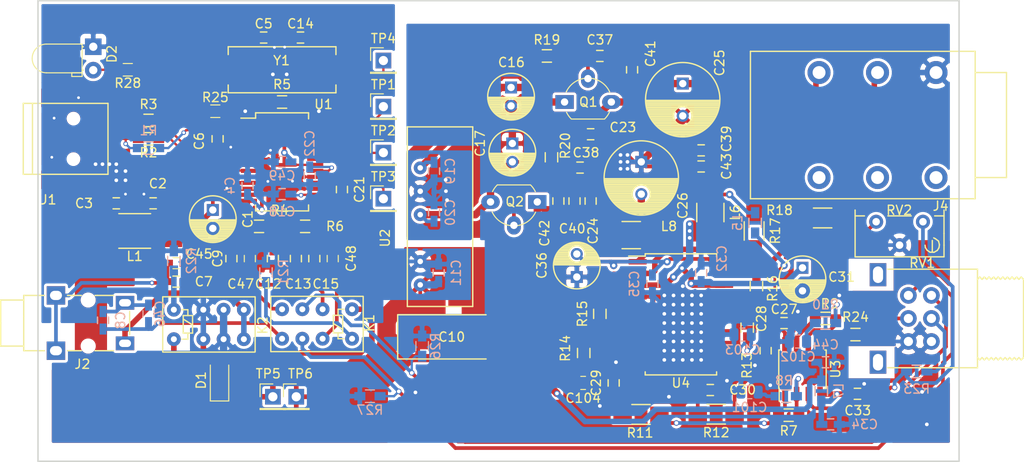
<source format=kicad_pcb>
(kicad_pcb (version 20171130) (host pcbnew 5.1.2)

  (general
    (thickness 1.6)
    (drawings 5)
    (tracks 1049)
    (zones 0)
    (modules 109)
    (nets 74)
  )

  (page A4)
  (layers
    (0 F.Cu signal)
    (31 B.Cu signal)
    (32 B.Adhes user)
    (33 F.Adhes user)
    (34 B.Paste user)
    (35 F.Paste user)
    (36 B.SilkS user)
    (37 F.SilkS user)
    (38 B.Mask user)
    (39 F.Mask user)
    (40 Dwgs.User user)
    (41 Cmts.User user)
    (42 Eco1.User user)
    (43 Eco2.User user)
    (44 Edge.Cuts user)
    (45 Margin user)
    (46 B.CrtYd user)
    (47 F.CrtYd user)
    (48 B.Fab user)
    (49 F.Fab user hide)
  )

  (setup
    (last_trace_width 0.4)
    (user_trace_width 0.2)
    (user_trace_width 0.25)
    (user_trace_width 0.6)
    (user_trace_width 0.8)
    (user_trace_width 1.5)
    (trace_clearance 0.2)
    (zone_clearance 0.3)
    (zone_45_only yes)
    (trace_min 0.2)
    (via_size 0.6)
    (via_drill 0.4)
    (via_min_size 0.4)
    (via_min_drill 0.3)
    (user_via 0.5 0.3)
    (user_via 1.3 1)
    (uvia_size 0.3)
    (uvia_drill 0.1)
    (uvias_allowed no)
    (uvia_min_size 0.2)
    (uvia_min_drill 0.1)
    (edge_width 0.15)
    (segment_width 0.2)
    (pcb_text_width 0.3)
    (pcb_text_size 1.5 1.5)
    (mod_edge_width 0.15)
    (mod_text_size 1 1)
    (mod_text_width 0.15)
    (pad_size 1 1.99898)
    (pad_drill 0)
    (pad_to_mask_clearance 0.2)
    (aux_axis_origin 0 0)
    (visible_elements FFFFFFFF)
    (pcbplotparams
      (layerselection 0x010f0_ffffffff)
      (usegerberextensions true)
      (usegerberattributes true)
      (usegerberadvancedattributes true)
      (creategerberjobfile true)
      (excludeedgelayer true)
      (linewidth 0.100000)
      (plotframeref false)
      (viasonmask false)
      (mode 1)
      (useauxorigin false)
      (hpglpennumber 1)
      (hpglpenspeed 20)
      (hpglpendiameter 15.000000)
      (psnegative false)
      (psa4output false)
      (plotreference true)
      (plotvalue false)
      (plotinvisibletext false)
      (padsonsilk false)
      (subtractmaskfromsilk false)
      (outputformat 1)
      (mirror false)
      (drillshape 0)
      (scaleselection 1)
      (outputdirectory "gerber/"))
  )

  (net 0 "")
  (net 1 Earth)
  (net 2 "Net-(C1-Pad1)")
  (net 3 +5V)
  (net 4 "Net-(C4-Pad2)")
  (net 5 "Net-(C5-Pad1)")
  (net 6 +3V3)
  (net 7 /LUSB)
  (net 8 "Net-(C12-Pad1)")
  (net 9 "Net-(C13-Pad2)")
  (net 10 "Net-(C14-Pad1)")
  (net 11 /RUSB)
  (net 12 "Net-(C15-Pad1)")
  (net 13 GNDPWR)
  (net 14 "Net-(C16-Pad1)")
  (net 15 "Net-(C17-Pad2)")
  (net 16 "Net-(C18-Pad2)")
  (net 17 "Net-(C21-Pad1)")
  (net 18 "Net-(C22-Pad2)")
  (net 19 +12V)
  (net 20 -12V)
  (net 21 "Net-(C27-Pad1)")
  (net 22 "Net-(C29-Pad1)")
  (net 23 "Net-(C30-Pad1)")
  (net 24 "Net-(C31-Pad1)")
  (net 25 "Net-(C33-Pad2)")
  (net 26 "Net-(C35-Pad2)")
  (net 27 "Net-(D1-Pad1)")
  (net 28 "Net-(J1-Pad4)")
  (net 29 /D+)
  (net 30 /D-)
  (net 31 GNDA)
  (net 32 "Net-(J4-Pad4)")
  (net 33 "Net-(J4-Pad6)")
  (net 34 "Net-(J4-Pad5)")
  (net 35 "Net-(J4-Pad2)")
  (net 36 "Net-(J4-Pad3)")
  (net 37 "Net-(K1-Pad6)")
  (net 38 "Net-(K1-Pad3)")
  (net 39 "Net-(R2-Pad2)")
  (net 40 "Net-(R3-Pad1)")
  (net 41 "Net-(R7-Pad2)")
  (net 42 "Net-(R11-Pad2)")
  (net 43 "Net-(R10-Pad2)")
  (net 44 "Net-(R12-Pad2)")
  (net 45 "Net-(R13-Pad2)")
  (net 46 "Net-(R14-Pad1)")
  (net 47 "Net-(R15-Pad2)")
  (net 48 "Net-(R16-Pad1)")
  (net 49 "Net-(TP1-Pad1)")
  (net 50 "Net-(TP2-Pad1)")
  (net 51 "Net-(TP3-Pad1)")
  (net 52 "Net-(U1-Pad5)")
  (net 53 "Net-(U1-Pad2)")
  (net 54 "Net-(C37-Pad1)")
  (net 55 "Net-(C38-Pad1)")
  (net 56 "Net-(R23-Pad2)")
  (net 57 "Net-(R23-Pad1)")
  (net 58 "Net-(R24-Pad2)")
  (net 59 "Net-(R24-Pad1)")
  (net 60 "Net-(C45-Pad2)")
  (net 61 "Net-(C45-Pad1)")
  (net 62 "Net-(C46-Pad2)")
  (net 63 "Net-(C46-Pad1)")
  (net 64 "Net-(C47-Pad1)")
  (net 65 "Net-(D2-Pad2)")
  (net 66 "Net-(K1-Pad8)")
  (net 67 "Net-(K2-Pad8)")
  (net 68 "Net-(R25-Pad1)")
  (net 69 /SSPND)
  (net 70 "Net-(C101-Pad2)")
  (net 71 "Net-(C102-Pad2)")
  (net 72 "Net-(C103-Pad2)")
  (net 73 "Net-(C104-Pad2)")

  (net_class Default "This is the default net class."
    (clearance 0.2)
    (trace_width 0.4)
    (via_dia 0.6)
    (via_drill 0.4)
    (uvia_dia 0.3)
    (uvia_drill 0.1)
    (add_net +12V)
    (add_net +3V3)
    (add_net +5V)
    (add_net -12V)
    (add_net /D+)
    (add_net /D-)
    (add_net /LUSB)
    (add_net /RUSB)
    (add_net /SSPND)
    (add_net Earth)
    (add_net GNDA)
    (add_net GNDPWR)
    (add_net "Net-(C1-Pad1)")
    (add_net "Net-(C101-Pad2)")
    (add_net "Net-(C102-Pad2)")
    (add_net "Net-(C103-Pad2)")
    (add_net "Net-(C104-Pad2)")
    (add_net "Net-(C12-Pad1)")
    (add_net "Net-(C13-Pad2)")
    (add_net "Net-(C14-Pad1)")
    (add_net "Net-(C15-Pad1)")
    (add_net "Net-(C16-Pad1)")
    (add_net "Net-(C17-Pad2)")
    (add_net "Net-(C18-Pad2)")
    (add_net "Net-(C21-Pad1)")
    (add_net "Net-(C22-Pad2)")
    (add_net "Net-(C27-Pad1)")
    (add_net "Net-(C29-Pad1)")
    (add_net "Net-(C30-Pad1)")
    (add_net "Net-(C31-Pad1)")
    (add_net "Net-(C33-Pad2)")
    (add_net "Net-(C35-Pad2)")
    (add_net "Net-(C37-Pad1)")
    (add_net "Net-(C38-Pad1)")
    (add_net "Net-(C4-Pad2)")
    (add_net "Net-(C45-Pad1)")
    (add_net "Net-(C45-Pad2)")
    (add_net "Net-(C46-Pad1)")
    (add_net "Net-(C46-Pad2)")
    (add_net "Net-(C47-Pad1)")
    (add_net "Net-(C5-Pad1)")
    (add_net "Net-(D1-Pad1)")
    (add_net "Net-(D2-Pad2)")
    (add_net "Net-(J1-Pad4)")
    (add_net "Net-(J4-Pad2)")
    (add_net "Net-(J4-Pad3)")
    (add_net "Net-(J4-Pad4)")
    (add_net "Net-(J4-Pad5)")
    (add_net "Net-(J4-Pad6)")
    (add_net "Net-(K1-Pad3)")
    (add_net "Net-(K1-Pad6)")
    (add_net "Net-(K1-Pad8)")
    (add_net "Net-(K2-Pad8)")
    (add_net "Net-(R10-Pad2)")
    (add_net "Net-(R11-Pad2)")
    (add_net "Net-(R12-Pad2)")
    (add_net "Net-(R13-Pad2)")
    (add_net "Net-(R14-Pad1)")
    (add_net "Net-(R15-Pad2)")
    (add_net "Net-(R16-Pad1)")
    (add_net "Net-(R2-Pad2)")
    (add_net "Net-(R23-Pad1)")
    (add_net "Net-(R23-Pad2)")
    (add_net "Net-(R24-Pad1)")
    (add_net "Net-(R24-Pad2)")
    (add_net "Net-(R25-Pad1)")
    (add_net "Net-(R3-Pad1)")
    (add_net "Net-(R7-Pad2)")
    (add_net "Net-(TP1-Pad1)")
    (add_net "Net-(TP2-Pad1)")
    (add_net "Net-(TP3-Pad1)")
    (add_net "Net-(U1-Pad2)")
    (add_net "Net-(U1-Pad5)")
  )

  (module Diodes_SMD:SOD-123 (layer F.Cu) (tedit 58645DC7) (tstamp 5978A84B)
    (at 32.71 54.71 90)
    (descr SOD-123)
    (tags SOD-123)
    (path /5935E5FB)
    (attr smd)
    (fp_text reference D1 (at 0 -2 90) (layer F.SilkS)
      (effects (font (size 1 1) (thickness 0.15)))
    )
    (fp_text value SK15-DIO (at 0 2.1 90) (layer F.Fab)
      (effects (font (size 1 1) (thickness 0.15)))
    )
    (fp_line (start -2.25 -1) (end -2.25 1) (layer F.SilkS) (width 0.12))
    (fp_line (start 0.25 0) (end 0.75 0) (layer F.Fab) (width 0.1))
    (fp_line (start 0.25 0.4) (end -0.35 0) (layer F.Fab) (width 0.1))
    (fp_line (start 0.25 -0.4) (end 0.25 0.4) (layer F.Fab) (width 0.1))
    (fp_line (start -0.35 0) (end 0.25 -0.4) (layer F.Fab) (width 0.1))
    (fp_line (start -0.35 0) (end -0.35 0.55) (layer F.Fab) (width 0.1))
    (fp_line (start -0.35 0) (end -0.35 -0.55) (layer F.Fab) (width 0.1))
    (fp_line (start -0.75 0) (end -0.35 0) (layer F.Fab) (width 0.1))
    (fp_line (start -1.4 0.9) (end -1.4 -0.9) (layer F.Fab) (width 0.1))
    (fp_line (start 1.4 0.9) (end -1.4 0.9) (layer F.Fab) (width 0.1))
    (fp_line (start 1.4 -0.9) (end 1.4 0.9) (layer F.Fab) (width 0.1))
    (fp_line (start -1.4 -0.9) (end 1.4 -0.9) (layer F.Fab) (width 0.1))
    (fp_line (start -2.35 -1.15) (end 2.35 -1.15) (layer F.CrtYd) (width 0.05))
    (fp_line (start 2.35 -1.15) (end 2.35 1.15) (layer F.CrtYd) (width 0.05))
    (fp_line (start 2.35 1.15) (end -2.35 1.15) (layer F.CrtYd) (width 0.05))
    (fp_line (start -2.35 -1.15) (end -2.35 1.15) (layer F.CrtYd) (width 0.05))
    (fp_line (start -2.25 1) (end 1.65 1) (layer F.SilkS) (width 0.12))
    (fp_line (start -2.25 -1) (end 1.65 -1) (layer F.SilkS) (width 0.12))
    (pad 1 smd rect (at -1.65 0 90) (size 0.9 1.2) (layers F.Cu F.Paste F.Mask)
      (net 27 "Net-(D1-Pad1)"))
    (pad 2 smd rect (at 1.65 0 90) (size 0.9 1.2) (layers F.Cu F.Paste F.Mask)
      (net 1 Earth))
    (model ${KISYS3DMOD}/Diodes_SMD.3dshapes/SOD-123.wrl
      (at (xyz 0 0 0))
      (scale (xyz 1 1 1))
      (rotate (xyz 0 0 0))
    )
  )

  (module smd:SOIC-20W_ThermalPad (layer F.Cu) (tedit 59D3B7C6) (tstamp 5978A9E9)
    (at 82.8 47.555)
    (descr "20-Lead Plastic Small Outline (SO) - Wide, 7.50 mm Body [SOIC] (see Microchip Packaging Specification 00000049BS.pdf)")
    (tags "SOIC 1.27")
    (path /5936C2F8)
    (attr smd)
    (fp_text reference U4 (at 0 7.445) (layer F.SilkS)
      (effects (font (size 1 1) (thickness 0.15)))
    )
    (fp_text value TPA6120 (at 0 7.5) (layer F.Fab)
      (effects (font (size 1 1) (thickness 0.15)))
    )
    (fp_line (start -3.875 -6.325) (end -5.675 -6.325) (layer F.SilkS) (width 0.15))
    (fp_line (start -3.875 6.575) (end 3.875 6.575) (layer F.SilkS) (width 0.15))
    (fp_line (start -3.875 -6.575) (end 3.875 -6.575) (layer F.SilkS) (width 0.15))
    (fp_line (start -3.875 6.575) (end -3.875 6.24) (layer F.SilkS) (width 0.15))
    (fp_line (start 3.875 6.575) (end 3.875 6.24) (layer F.SilkS) (width 0.15))
    (fp_line (start 3.875 -6.575) (end 3.875 -6.24) (layer F.SilkS) (width 0.15))
    (fp_line (start -3.875 -6.575) (end -3.875 -6.325) (layer F.SilkS) (width 0.15))
    (fp_line (start -5.95 6.75) (end 5.95 6.75) (layer F.CrtYd) (width 0.05))
    (fp_line (start -5.95 -6.75) (end 5.95 -6.75) (layer F.CrtYd) (width 0.05))
    (fp_line (start 5.95 -6.75) (end 5.95 6.75) (layer F.CrtYd) (width 0.05))
    (fp_line (start -5.95 -6.75) (end -5.95 6.75) (layer F.CrtYd) (width 0.05))
    (fp_line (start -3.75 -5.4) (end -2.75 -6.4) (layer F.Fab) (width 0.15))
    (fp_line (start -3.75 6.4) (end -3.75 -5.4) (layer F.Fab) (width 0.15))
    (fp_line (start 3.75 6.4) (end -3.75 6.4) (layer F.Fab) (width 0.15))
    (fp_line (start 3.75 -6.4) (end 3.75 6.4) (layer F.Fab) (width 0.15))
    (fp_line (start -2.75 -6.4) (end 3.75 -6.4) (layer F.Fab) (width 0.15))
    (pad 20 smd rect (at 4.7 -5.715) (size 1.95 0.6) (layers F.Cu F.Paste F.Mask)
      (net 26 "Net-(C35-Pad2)"))
    (pad 19 smd rect (at 4.7 -4.445) (size 1.95 0.6) (layers F.Cu F.Paste F.Mask)
      (net 48 "Net-(R16-Pad1)"))
    (pad 18 smd rect (at 4.7 -3.175) (size 1.95 0.6) (layers F.Cu F.Paste F.Mask)
      (net 24 "Net-(C31-Pad1)"))
    (pad 17 smd rect (at 4.7 -1.905) (size 1.95 0.6) (layers F.Cu F.Paste F.Mask)
      (net 23 "Net-(C30-Pad1)"))
    (pad 16 smd rect (at 4.7 -0.635) (size 1.95 0.6) (layers F.Cu F.Paste F.Mask)
      (net 45 "Net-(R13-Pad2)"))
    (pad 15 smd rect (at 4.7 0.635) (size 1.95 0.6) (layers F.Cu F.Paste F.Mask))
    (pad 14 smd rect (at 4.7 1.905) (size 1.95 0.6) (layers F.Cu F.Paste F.Mask))
    (pad 13 smd rect (at 4.7 3.175) (size 1.95 0.6) (layers F.Cu F.Paste F.Mask))
    (pad 12 smd rect (at 4.7 4.445) (size 1.95 0.6) (layers F.Cu F.Paste F.Mask))
    (pad 11 smd rect (at 4.7 5.715) (size 1.95 0.6) (layers F.Cu F.Paste F.Mask))
    (pad 10 smd rect (at -4.7 5.715) (size 1.95 0.6) (layers F.Cu F.Paste F.Mask))
    (pad 9 smd rect (at -4.7 4.445) (size 1.95 0.6) (layers F.Cu F.Paste F.Mask))
    (pad 8 smd rect (at -4.7 3.175) (size 1.95 0.6) (layers F.Cu F.Paste F.Mask))
    (pad 7 smd rect (at -4.7 1.905) (size 1.95 0.6) (layers F.Cu F.Paste F.Mask))
    (pad 6 smd rect (at -4.7 0.635) (size 1.95 0.6) (layers F.Cu F.Paste F.Mask))
    (pad 5 smd rect (at -4.7 -0.635) (size 1.95 0.6) (layers F.Cu F.Paste F.Mask)
      (net 46 "Net-(R14-Pad1)"))
    (pad 4 smd rect (at -4.7 -1.905) (size 1.95 0.6) (layers F.Cu F.Paste F.Mask)
      (net 22 "Net-(C29-Pad1)"))
    (pad 3 smd rect (at -4.7 -3.175) (size 1.95 0.6) (layers F.Cu F.Paste F.Mask)
      (net 24 "Net-(C31-Pad1)"))
    (pad 2 smd rect (at -4.7 -4.445) (size 1.95 0.6) (layers F.Cu F.Paste F.Mask)
      (net 47 "Net-(R15-Pad2)"))
    (pad 1 smd rect (at -4.7 -5.715) (size 1.95 0.6) (layers F.Cu F.Paste F.Mask)
      (net 26 "Net-(C35-Pad2)"))
    (pad 21 smd rect (at 0 0) (size 3 4) (layers F.Cu F.Paste F.Mask)
      (net 13 GNDPWR) (zone_connect 2))
    (model Housings_SOIC.3dshapes/SOIC-20_7.5x12.8mm_Pitch1.27mm.wrl
      (at (xyz 0 0 0))
      (scale (xyz 1 1 1))
      (rotate (xyz 0 0 0))
    )
  )

  (module Capacitors_THT:C_Radial_D8_L11.5_P3.5 (layer F.Cu) (tedit 0) (tstamp 5978A803)
    (at 83 22.5 270)
    (descr "Radial Electrolytic Capacitor Diameter 8mm x Length 11.5mm, Pitch 3.5mm")
    (tags "Electrolytic Capacitor")
    (path /593064DB)
    (fp_text reference C25 (at -2.25 -4 270) (layer F.SilkS)
      (effects (font (size 1 1) (thickness 0.15)))
    )
    (fp_text value 100u (at 1.75 5.3 270) (layer F.Fab)
      (effects (font (size 1 1) (thickness 0.15)))
    )
    (fp_circle (center 1.75 0) (end 1.75 -4.3) (layer F.CrtYd) (width 0.05))
    (fp_circle (center 1.75 0) (end 1.75 -4.0375) (layer F.SilkS) (width 0.15))
    (fp_circle (center 3.5 0) (end 3.5 -1) (layer F.SilkS) (width 0.15))
    (fp_line (start 5.745 -0.2) (end 5.745 0.2) (layer F.SilkS) (width 0.15))
    (fp_line (start 5.605 -1.067) (end 5.605 1.067) (layer F.SilkS) (width 0.15))
    (fp_line (start 5.465 -1.483) (end 5.465 1.483) (layer F.SilkS) (width 0.15))
    (fp_line (start 5.325 -1.794) (end 5.325 1.794) (layer F.SilkS) (width 0.15))
    (fp_line (start 5.185 -2.05) (end 5.185 2.05) (layer F.SilkS) (width 0.15))
    (fp_line (start 5.045 -2.268) (end 5.045 2.268) (layer F.SilkS) (width 0.15))
    (fp_line (start 4.905 -2.459) (end 4.905 2.459) (layer F.SilkS) (width 0.15))
    (fp_line (start 4.765 -2.629) (end 4.765 2.629) (layer F.SilkS) (width 0.15))
    (fp_line (start 4.625 -2.781) (end 4.625 2.781) (layer F.SilkS) (width 0.15))
    (fp_line (start 4.485 0.173) (end 4.485 2.919) (layer F.SilkS) (width 0.15))
    (fp_line (start 4.485 -2.919) (end 4.485 -0.173) (layer F.SilkS) (width 0.15))
    (fp_line (start 4.345 0.535) (end 4.345 3.044) (layer F.SilkS) (width 0.15))
    (fp_line (start 4.345 -3.044) (end 4.345 -0.535) (layer F.SilkS) (width 0.15))
    (fp_line (start 4.205 0.709) (end 4.205 3.158) (layer F.SilkS) (width 0.15))
    (fp_line (start 4.205 -3.158) (end 4.205 -0.709) (layer F.SilkS) (width 0.15))
    (fp_line (start 4.065 0.825) (end 4.065 3.262) (layer F.SilkS) (width 0.15))
    (fp_line (start 4.065 -3.262) (end 4.065 -0.825) (layer F.SilkS) (width 0.15))
    (fp_line (start 3.925 0.905) (end 3.925 3.357) (layer F.SilkS) (width 0.15))
    (fp_line (start 3.925 -3.357) (end 3.925 -0.905) (layer F.SilkS) (width 0.15))
    (fp_line (start 3.785 0.959) (end 3.785 3.444) (layer F.SilkS) (width 0.15))
    (fp_line (start 3.785 -3.444) (end 3.785 -0.959) (layer F.SilkS) (width 0.15))
    (fp_line (start 3.645 0.989) (end 3.645 3.523) (layer F.SilkS) (width 0.15))
    (fp_line (start 3.645 -3.523) (end 3.645 -0.989) (layer F.SilkS) (width 0.15))
    (fp_line (start 3.505 1) (end 3.505 3.594) (layer F.SilkS) (width 0.15))
    (fp_line (start 3.505 -3.594) (end 3.505 -1) (layer F.SilkS) (width 0.15))
    (fp_line (start 3.365 0.991) (end 3.365 3.659) (layer F.SilkS) (width 0.15))
    (fp_line (start 3.365 -3.659) (end 3.365 -0.991) (layer F.SilkS) (width 0.15))
    (fp_line (start 3.225 0.961) (end 3.225 3.718) (layer F.SilkS) (width 0.15))
    (fp_line (start 3.225 -3.718) (end 3.225 -0.961) (layer F.SilkS) (width 0.15))
    (fp_line (start 3.085 0.91) (end 3.085 3.771) (layer F.SilkS) (width 0.15))
    (fp_line (start 3.085 -3.771) (end 3.085 -0.91) (layer F.SilkS) (width 0.15))
    (fp_line (start 2.945 0.832) (end 2.945 3.817) (layer F.SilkS) (width 0.15))
    (fp_line (start 2.945 -3.817) (end 2.945 -0.832) (layer F.SilkS) (width 0.15))
    (fp_line (start 2.805 0.719) (end 2.805 3.858) (layer F.SilkS) (width 0.15))
    (fp_line (start 2.805 -3.858) (end 2.805 -0.719) (layer F.SilkS) (width 0.15))
    (fp_line (start 2.665 0.55) (end 2.665 3.894) (layer F.SilkS) (width 0.15))
    (fp_line (start 2.665 -3.894) (end 2.665 -0.55) (layer F.SilkS) (width 0.15))
    (fp_line (start 2.525 0.222) (end 2.525 3.924) (layer F.SilkS) (width 0.15))
    (fp_line (start 2.525 -3.924) (end 2.525 -0.222) (layer F.SilkS) (width 0.15))
    (fp_line (start 2.385 -3.949) (end 2.385 3.949) (layer F.SilkS) (width 0.15))
    (fp_line (start 2.245 -3.969) (end 2.245 3.969) (layer F.SilkS) (width 0.15))
    (fp_line (start 2.105 -3.984) (end 2.105 3.984) (layer F.SilkS) (width 0.15))
    (fp_line (start 1.965 -3.994) (end 1.965 3.994) (layer F.SilkS) (width 0.15))
    (fp_line (start 1.825 -3.999) (end 1.825 3.999) (layer F.SilkS) (width 0.15))
    (pad 1 thru_hole rect (at 0 0 270) (size 1.3 1.3) (drill 0.8) (layers *.Cu *.Mask)
      (net 19 +12V))
    (pad 2 thru_hole circle (at 3.5 0 270) (size 1.3 1.3) (drill 0.8) (layers *.Cu *.Mask)
      (net 13 GNDPWR))
    (model Capacitors_ThroughHole.3dshapes/C_Radial_D8_L11.5_P3.5.wrl
      (at (xyz 0 0 0))
      (scale (xyz 1 1 1))
      (rotate (xyz 0 0 0))
    )
  )

  (module Connectors:USB_Mini-B (layer F.Cu) (tedit 59F38133) (tstamp 5978A85A)
    (at 16 28.5)
    (descr "USB Mini-B 5-pin SMD connector")
    (tags "USB USB_B USB_Mini connector")
    (path /5976A1B4)
    (attr smd)
    (fp_text reference J1 (at -1.85 6.61) (layer F.SilkS)
      (effects (font (size 1 1) (thickness 0.15)))
    )
    (fp_text value USB_OTG (at 0 -7.0993) (layer F.Fab)
      (effects (font (size 1 1) (thickness 0.15)))
    )
    (fp_line (start 4.59994 -3.85064) (end -4.59994 -3.85064) (layer F.SilkS) (width 0.15))
    (fp_line (start 4.59994 3.85064) (end 4.59994 -3.85064) (layer F.SilkS) (width 0.15))
    (fp_line (start -4.59994 3.85064) (end 4.59994 3.85064) (layer F.SilkS) (width 0.15))
    (fp_line (start -4.59994 -3.85064) (end -4.59994 3.85064) (layer F.SilkS) (width 0.15))
    (fp_line (start -3.59918 -3.85064) (end -3.59918 3.85064) (layer F.SilkS) (width 0.15))
    (fp_line (start -4.85 5.7) (end -4.85 -5.7) (layer F.CrtYd) (width 0.05))
    (fp_line (start 4.85 5.7) (end -4.85 5.7) (layer F.CrtYd) (width 0.05))
    (fp_line (start 4.85 -5.7) (end 4.85 5.7) (layer F.CrtYd) (width 0.05))
    (fp_line (start -4.85 -5.7) (end 4.85 -5.7) (layer F.CrtYd) (width 0.05))
    (pad "" np_thru_hole circle (at 0.8509 2.19964) (size 0.89916 0.89916) (drill 0.89916) (layers *.Cu *.Mask))
    (pad "" np_thru_hole circle (at 0.8509 -2.19964) (size 0.89916 0.89916) (drill 0.89916) (layers *.Cu *.Mask))
    (pad 6 smd rect (at -2.14884 4.45008) (size 1 1.99898) (layers F.Cu F.Paste F.Mask)
      (net 1 Earth))
    (pad 6 smd rect (at 3.35026 4.45008) (size 2.49936 1.99898) (layers F.Cu F.Paste F.Mask)
      (net 1 Earth))
    (pad 6 smd rect (at -2.14884 -4.45008) (size 1 1.99898) (layers F.Cu F.Paste F.Mask)
      (net 1 Earth))
    (pad 6 smd rect (at 3.35026 -4.45008) (size 2.49936 1.99898) (layers F.Cu F.Paste F.Mask)
      (net 1 Earth))
    (pad 5 smd rect (at 3.44932 1.6002) (size 2.30124 0.50038) (layers F.Cu F.Paste F.Mask)
      (net 1 Earth))
    (pad 4 smd rect (at 3.44932 0.8001) (size 2.30124 0.50038) (layers F.Cu F.Paste F.Mask)
      (net 28 "Net-(J1-Pad4)"))
    (pad 3 smd rect (at 3.44932 0) (size 2.30124 0.50038) (layers F.Cu F.Paste F.Mask)
      (net 29 /D+))
    (pad 2 smd rect (at 3.44932 -0.8001) (size 2.30124 0.50038) (layers F.Cu F.Paste F.Mask)
      (net 30 /D-))
    (pad 1 smd rect (at 3.44932 -1.6002) (size 2.30124 0.50038) (layers F.Cu F.Paste F.Mask)
      (net 3 +5V))
    (model ${KISYS3DMOD}/smd.shapes3d/USB_JACK.x3d
      (at (xyz 0 0 0))
      (scale (xyz 1 1 1))
      (rotate (xyz 0 0 0))
    )
  )

  (module Capacitors_THT:C_Radial_D5_L11_P2 (layer F.Cu) (tedit 0) (tstamp 5978A773)
    (at 31.98 36.22 270)
    (descr "Radial Electrolytic Capacitor 5mm x Length 11mm, Pitch 2mm")
    (tags "Electrolytic Capacitor")
    (path /5934B839)
    (fp_text reference C1 (at 1 -3.8 270) (layer F.SilkS)
      (effects (font (size 1 1) (thickness 0.15)))
    )
    (fp_text value 10u (at 1 3.8 270) (layer F.Fab)
      (effects (font (size 1 1) (thickness 0.15)))
    )
    (fp_circle (center 1 0) (end 1 -2.8) (layer F.CrtYd) (width 0.05))
    (fp_circle (center 1 0) (end 1 -2.5375) (layer F.SilkS) (width 0.15))
    (fp_circle (center 2 0) (end 2 -0.8) (layer F.SilkS) (width 0.15))
    (fp_line (start 3.455 -0.472) (end 3.455 0.472) (layer F.SilkS) (width 0.15))
    (fp_line (start 3.315 -0.944) (end 3.315 0.944) (layer F.SilkS) (width 0.15))
    (fp_line (start 3.175 -1.233) (end 3.175 1.233) (layer F.SilkS) (width 0.15))
    (fp_line (start 3.035 -1.452) (end 3.035 1.452) (layer F.SilkS) (width 0.15))
    (fp_line (start 2.895 -1.631) (end 2.895 1.631) (layer F.SilkS) (width 0.15))
    (fp_line (start 2.755 0.265) (end 2.755 1.78) (layer F.SilkS) (width 0.15))
    (fp_line (start 2.755 -1.78) (end 2.755 -0.265) (layer F.SilkS) (width 0.15))
    (fp_line (start 2.615 0.512) (end 2.615 1.908) (layer F.SilkS) (width 0.15))
    (fp_line (start 2.615 -1.908) (end 2.615 -0.512) (layer F.SilkS) (width 0.15))
    (fp_line (start 2.475 0.644) (end 2.475 2.019) (layer F.SilkS) (width 0.15))
    (fp_line (start 2.475 -2.019) (end 2.475 -0.644) (layer F.SilkS) (width 0.15))
    (fp_line (start 2.335 0.726) (end 2.335 2.114) (layer F.SilkS) (width 0.15))
    (fp_line (start 2.335 -2.114) (end 2.335 -0.726) (layer F.SilkS) (width 0.15))
    (fp_line (start 2.195 0.776) (end 2.195 2.196) (layer F.SilkS) (width 0.15))
    (fp_line (start 2.195 -2.196) (end 2.195 -0.776) (layer F.SilkS) (width 0.15))
    (fp_line (start 2.055 0.798) (end 2.055 2.266) (layer F.SilkS) (width 0.15))
    (fp_line (start 2.055 -2.266) (end 2.055 -0.798) (layer F.SilkS) (width 0.15))
    (fp_line (start 1.915 0.795) (end 1.915 2.327) (layer F.SilkS) (width 0.15))
    (fp_line (start 1.915 -2.327) (end 1.915 -0.795) (layer F.SilkS) (width 0.15))
    (fp_line (start 1.775 0.768) (end 1.775 2.377) (layer F.SilkS) (width 0.15))
    (fp_line (start 1.775 -2.377) (end 1.775 -0.768) (layer F.SilkS) (width 0.15))
    (fp_line (start 1.635 0.712) (end 1.635 2.418) (layer F.SilkS) (width 0.15))
    (fp_line (start 1.635 -2.418) (end 1.635 -0.712) (layer F.SilkS) (width 0.15))
    (fp_line (start 1.495 0.62) (end 1.495 2.451) (layer F.SilkS) (width 0.15))
    (fp_line (start 1.495 -2.451) (end 1.495 -0.62) (layer F.SilkS) (width 0.15))
    (fp_line (start 1.355 0.473) (end 1.355 2.475) (layer F.SilkS) (width 0.15))
    (fp_line (start 1.355 -2.475) (end 1.355 -0.473) (layer F.SilkS) (width 0.15))
    (fp_line (start 1.215 0.154) (end 1.215 2.491) (layer F.SilkS) (width 0.15))
    (fp_line (start 1.215 -2.491) (end 1.215 -0.154) (layer F.SilkS) (width 0.15))
    (fp_line (start 1.075 -2.499) (end 1.075 2.499) (layer F.SilkS) (width 0.15))
    (pad 2 thru_hole circle (at 2 0 270) (size 1.3 1.3) (drill 0.8) (layers *.Cu *.Mask)
      (net 1 Earth))
    (pad 1 thru_hole rect (at 0 0 270) (size 1.3 1.3) (drill 0.8) (layers *.Cu *.Mask)
      (net 2 "Net-(C1-Pad1)"))
    (model Capacitors_ThroughHole.3dshapes/C_Radial_D5_L11_P2.wrl
      (at (xyz 0 0 0))
      (scale (xyz 1 1 1))
      (rotate (xyz 0 0 0))
    )
  )

  (module Capacitors_SMD:C_0603_HandSoldering (layer F.Cu) (tedit 541A9B4D) (tstamp 5978A779)
    (at 25.5 35.5)
    (descr "Capacitor SMD 0603, hand soldering")
    (tags "capacitor 0603")
    (path /5934BF3E)
    (attr smd)
    (fp_text reference C2 (at 0.51 -2.14) (layer F.SilkS)
      (effects (font (size 1 1) (thickness 0.15)))
    )
    (fp_text value 100n (at 0 1.9) (layer F.Fab)
      (effects (font (size 1 1) (thickness 0.15)))
    )
    (fp_line (start 0.35 0.6) (end -0.35 0.6) (layer F.SilkS) (width 0.15))
    (fp_line (start -0.35 -0.6) (end 0.35 -0.6) (layer F.SilkS) (width 0.15))
    (fp_line (start 1.85 -0.75) (end 1.85 0.75) (layer F.CrtYd) (width 0.05))
    (fp_line (start -1.85 -0.75) (end -1.85 0.75) (layer F.CrtYd) (width 0.05))
    (fp_line (start -1.85 0.75) (end 1.85 0.75) (layer F.CrtYd) (width 0.05))
    (fp_line (start -1.85 -0.75) (end 1.85 -0.75) (layer F.CrtYd) (width 0.05))
    (fp_line (start -0.8 -0.4) (end 0.8 -0.4) (layer F.Fab) (width 0.15))
    (fp_line (start 0.8 -0.4) (end 0.8 0.4) (layer F.Fab) (width 0.15))
    (fp_line (start 0.8 0.4) (end -0.8 0.4) (layer F.Fab) (width 0.15))
    (fp_line (start -0.8 0.4) (end -0.8 -0.4) (layer F.Fab) (width 0.15))
    (pad 2 smd rect (at 0.95 0) (size 1.2 0.75) (layers F.Cu F.Paste F.Mask)
      (net 2 "Net-(C1-Pad1)"))
    (pad 1 smd rect (at -0.95 0) (size 1.2 0.75) (layers F.Cu F.Paste F.Mask)
      (net 1 Earth))
    (model Capacitors_SMD.3dshapes/C_0603_HandSoldering.wrl
      (at (xyz 0 0 0))
      (scale (xyz 1 1 1))
      (rotate (xyz 0 0 0))
    )
  )

  (module Capacitors_SMD:C_0603_HandSoldering (layer F.Cu) (tedit 541A9B4D) (tstamp 5978A77F)
    (at 21.5 35.5)
    (descr "Capacitor SMD 0603, hand soldering")
    (tags "capacitor 0603")
    (path /59305590)
    (attr smd)
    (fp_text reference C3 (at -3.5 0) (layer F.SilkS)
      (effects (font (size 1 1) (thickness 0.15)))
    )
    (fp_text value 200n (at 0 1.9) (layer F.Fab)
      (effects (font (size 1 1) (thickness 0.15)))
    )
    (fp_line (start 0.35 0.6) (end -0.35 0.6) (layer F.SilkS) (width 0.15))
    (fp_line (start -0.35 -0.6) (end 0.35 -0.6) (layer F.SilkS) (width 0.15))
    (fp_line (start 1.85 -0.75) (end 1.85 0.75) (layer F.CrtYd) (width 0.05))
    (fp_line (start -1.85 -0.75) (end -1.85 0.75) (layer F.CrtYd) (width 0.05))
    (fp_line (start -1.85 0.75) (end 1.85 0.75) (layer F.CrtYd) (width 0.05))
    (fp_line (start -1.85 -0.75) (end 1.85 -0.75) (layer F.CrtYd) (width 0.05))
    (fp_line (start -0.8 -0.4) (end 0.8 -0.4) (layer F.Fab) (width 0.15))
    (fp_line (start 0.8 -0.4) (end 0.8 0.4) (layer F.Fab) (width 0.15))
    (fp_line (start 0.8 0.4) (end -0.8 0.4) (layer F.Fab) (width 0.15))
    (fp_line (start -0.8 0.4) (end -0.8 -0.4) (layer F.Fab) (width 0.15))
    (pad 2 smd rect (at 0.95 0) (size 1.2 0.75) (layers F.Cu F.Paste F.Mask)
      (net 1 Earth))
    (pad 1 smd rect (at -0.95 0) (size 1.2 0.75) (layers F.Cu F.Paste F.Mask)
      (net 3 +5V))
    (model Capacitors_SMD.3dshapes/C_0603_HandSoldering.wrl
      (at (xyz 0 0 0))
      (scale (xyz 1 1 1))
      (rotate (xyz 0 0 0))
    )
  )

  (module Capacitors_SMD:C_0603_HandSoldering (layer B.Cu) (tedit 541A9B4D) (tstamp 5978A785)
    (at 35.75 33.59 270)
    (descr "Capacitor SMD 0603, hand soldering")
    (tags "capacitor 0603")
    (path /5934A4BD)
    (attr smd)
    (fp_text reference C4 (at 0 1.9 270) (layer B.SilkS)
      (effects (font (size 1 1) (thickness 0.15)) (justify mirror))
    )
    (fp_text value 1u (at 0 -1.9 270) (layer B.Fab)
      (effects (font (size 1 1) (thickness 0.15)) (justify mirror))
    )
    (fp_line (start 0.35 -0.6) (end -0.35 -0.6) (layer B.SilkS) (width 0.15))
    (fp_line (start -0.35 0.6) (end 0.35 0.6) (layer B.SilkS) (width 0.15))
    (fp_line (start 1.85 0.75) (end 1.85 -0.75) (layer B.CrtYd) (width 0.05))
    (fp_line (start -1.85 0.75) (end -1.85 -0.75) (layer B.CrtYd) (width 0.05))
    (fp_line (start -1.85 -0.75) (end 1.85 -0.75) (layer B.CrtYd) (width 0.05))
    (fp_line (start -1.85 0.75) (end 1.85 0.75) (layer B.CrtYd) (width 0.05))
    (fp_line (start -0.8 0.4) (end 0.8 0.4) (layer B.Fab) (width 0.15))
    (fp_line (start 0.8 0.4) (end 0.8 -0.4) (layer B.Fab) (width 0.15))
    (fp_line (start 0.8 -0.4) (end -0.8 -0.4) (layer B.Fab) (width 0.15))
    (fp_line (start -0.8 -0.4) (end -0.8 0.4) (layer B.Fab) (width 0.15))
    (pad 2 smd rect (at 0.95 0 270) (size 1.2 0.75) (layers B.Cu B.Paste B.Mask)
      (net 4 "Net-(C4-Pad2)"))
    (pad 1 smd rect (at -0.95 0 270) (size 1.2 0.75) (layers B.Cu B.Paste B.Mask)
      (net 1 Earth))
    (model Capacitors_SMD.3dshapes/C_0603_HandSoldering.wrl
      (at (xyz 0 0 0))
      (scale (xyz 1 1 1))
      (rotate (xyz 0 0 0))
    )
  )

  (module Capacitors_SMD:C_0603_HandSoldering (layer F.Cu) (tedit 541A9B4D) (tstamp 5978A78B)
    (at 37.5 17.5)
    (descr "Capacitor SMD 0603, hand soldering")
    (tags "capacitor 0603")
    (path /59348C90)
    (attr smd)
    (fp_text reference C5 (at 0 -1.5) (layer F.SilkS)
      (effects (font (size 1 1) (thickness 0.15)))
    )
    (fp_text value 27p (at 0 1.9) (layer F.Fab)
      (effects (font (size 1 1) (thickness 0.15)))
    )
    (fp_line (start 0.35 0.6) (end -0.35 0.6) (layer F.SilkS) (width 0.15))
    (fp_line (start -0.35 -0.6) (end 0.35 -0.6) (layer F.SilkS) (width 0.15))
    (fp_line (start 1.85 -0.75) (end 1.85 0.75) (layer F.CrtYd) (width 0.05))
    (fp_line (start -1.85 -0.75) (end -1.85 0.75) (layer F.CrtYd) (width 0.05))
    (fp_line (start -1.85 0.75) (end 1.85 0.75) (layer F.CrtYd) (width 0.05))
    (fp_line (start -1.85 -0.75) (end 1.85 -0.75) (layer F.CrtYd) (width 0.05))
    (fp_line (start -0.8 -0.4) (end 0.8 -0.4) (layer F.Fab) (width 0.15))
    (fp_line (start 0.8 -0.4) (end 0.8 0.4) (layer F.Fab) (width 0.15))
    (fp_line (start 0.8 0.4) (end -0.8 0.4) (layer F.Fab) (width 0.15))
    (fp_line (start -0.8 0.4) (end -0.8 -0.4) (layer F.Fab) (width 0.15))
    (pad 2 smd rect (at 0.95 0) (size 1.2 0.75) (layers F.Cu F.Paste F.Mask)
      (net 1 Earth))
    (pad 1 smd rect (at -0.95 0) (size 1.2 0.75) (layers F.Cu F.Paste F.Mask)
      (net 5 "Net-(C5-Pad1)"))
    (model Capacitors_SMD.3dshapes/C_0603_HandSoldering.wrl
      (at (xyz 0 0 0))
      (scale (xyz 1 1 1))
      (rotate (xyz 0 0 0))
    )
  )

  (module Capacitors_SMD:C_0603_HandSoldering (layer F.Cu) (tedit 541A9B4D) (tstamp 5978A791)
    (at 32.5 28.5 90)
    (descr "Capacitor SMD 0603, hand soldering")
    (tags "capacitor 0603")
    (path /5934D473)
    (attr smd)
    (fp_text reference C6 (at -0.25 -2 270) (layer F.SilkS)
      (effects (font (size 1 1) (thickness 0.15)))
    )
    (fp_text value 100n (at 0 1.9 90) (layer F.Fab)
      (effects (font (size 1 1) (thickness 0.15)))
    )
    (fp_line (start 0.35 0.6) (end -0.35 0.6) (layer F.SilkS) (width 0.15))
    (fp_line (start -0.35 -0.6) (end 0.35 -0.6) (layer F.SilkS) (width 0.15))
    (fp_line (start 1.85 -0.75) (end 1.85 0.75) (layer F.CrtYd) (width 0.05))
    (fp_line (start -1.85 -0.75) (end -1.85 0.75) (layer F.CrtYd) (width 0.05))
    (fp_line (start -1.85 0.75) (end 1.85 0.75) (layer F.CrtYd) (width 0.05))
    (fp_line (start -1.85 -0.75) (end 1.85 -0.75) (layer F.CrtYd) (width 0.05))
    (fp_line (start -0.8 -0.4) (end 0.8 -0.4) (layer F.Fab) (width 0.15))
    (fp_line (start 0.8 -0.4) (end 0.8 0.4) (layer F.Fab) (width 0.15))
    (fp_line (start 0.8 0.4) (end -0.8 0.4) (layer F.Fab) (width 0.15))
    (fp_line (start -0.8 0.4) (end -0.8 -0.4) (layer F.Fab) (width 0.15))
    (pad 2 smd rect (at 0.95 0 90) (size 1.2 0.75) (layers F.Cu F.Paste F.Mask)
      (net 6 +3V3))
    (pad 1 smd rect (at -0.95 0 90) (size 1.2 0.75) (layers F.Cu F.Paste F.Mask)
      (net 1 Earth))
    (model Capacitors_SMD.3dshapes/C_0603_HandSoldering.wrl
      (at (xyz 0 0 0))
      (scale (xyz 1 1 1))
      (rotate (xyz 0 0 0))
    )
  )

  (module Capacitors_SMD:C_0603_HandSoldering (layer F.Cu) (tedit 541A9B4D) (tstamp 5978A797)
    (at 28 44 180)
    (descr "Capacitor SMD 0603, hand soldering")
    (tags "capacitor 0603")
    (path /5935AC3B)
    (attr smd)
    (fp_text reference C7 (at -3 0 180) (layer F.SilkS)
      (effects (font (size 1 1) (thickness 0.15)))
    )
    (fp_text value 1u (at 0 1.9 180) (layer F.Fab)
      (effects (font (size 1 1) (thickness 0.15)))
    )
    (fp_line (start 0.35 0.6) (end -0.35 0.6) (layer F.SilkS) (width 0.15))
    (fp_line (start -0.35 -0.6) (end 0.35 -0.6) (layer F.SilkS) (width 0.15))
    (fp_line (start 1.85 -0.75) (end 1.85 0.75) (layer F.CrtYd) (width 0.05))
    (fp_line (start -1.85 -0.75) (end -1.85 0.75) (layer F.CrtYd) (width 0.05))
    (fp_line (start -1.85 0.75) (end 1.85 0.75) (layer F.CrtYd) (width 0.05))
    (fp_line (start -1.85 -0.75) (end 1.85 -0.75) (layer F.CrtYd) (width 0.05))
    (fp_line (start -0.8 -0.4) (end 0.8 -0.4) (layer F.Fab) (width 0.15))
    (fp_line (start 0.8 -0.4) (end 0.8 0.4) (layer F.Fab) (width 0.15))
    (fp_line (start 0.8 0.4) (end -0.8 0.4) (layer F.Fab) (width 0.15))
    (fp_line (start -0.8 0.4) (end -0.8 -0.4) (layer F.Fab) (width 0.15))
    (pad 2 smd rect (at 0.95 0 180) (size 1.2 0.75) (layers F.Cu F.Paste F.Mask)
      (net 60 "Net-(C45-Pad2)"))
    (pad 1 smd rect (at -0.95 0 180) (size 1.2 0.75) (layers F.Cu F.Paste F.Mask)
      (net 61 "Net-(C45-Pad1)"))
    (model Capacitors_SMD.3dshapes/C_0603_HandSoldering.wrl
      (at (xyz 0 0 0))
      (scale (xyz 1 1 1))
      (rotate (xyz 0 0 0))
    )
  )

  (module Capacitors_SMD:C_0603_HandSoldering (layer B.Cu) (tedit 541A9B4D) (tstamp 5978A79D)
    (at 20.06 48.2 90)
    (descr "Capacitor SMD 0603, hand soldering")
    (tags "capacitor 0603")
    (path /5935A9B7)
    (attr smd)
    (fp_text reference C8 (at 0 1.9 90) (layer B.SilkS)
      (effects (font (size 1 1) (thickness 0.15)) (justify mirror))
    )
    (fp_text value 1u (at 0 -1.9 90) (layer B.Fab)
      (effects (font (size 1 1) (thickness 0.15)) (justify mirror))
    )
    (fp_line (start 0.35 -0.6) (end -0.35 -0.6) (layer B.SilkS) (width 0.15))
    (fp_line (start -0.35 0.6) (end 0.35 0.6) (layer B.SilkS) (width 0.15))
    (fp_line (start 1.85 0.75) (end 1.85 -0.75) (layer B.CrtYd) (width 0.05))
    (fp_line (start -1.85 0.75) (end -1.85 -0.75) (layer B.CrtYd) (width 0.05))
    (fp_line (start -1.85 -0.75) (end 1.85 -0.75) (layer B.CrtYd) (width 0.05))
    (fp_line (start -1.85 0.75) (end 1.85 0.75) (layer B.CrtYd) (width 0.05))
    (fp_line (start -0.8 0.4) (end 0.8 0.4) (layer B.Fab) (width 0.15))
    (fp_line (start 0.8 0.4) (end 0.8 -0.4) (layer B.Fab) (width 0.15))
    (fp_line (start 0.8 -0.4) (end -0.8 -0.4) (layer B.Fab) (width 0.15))
    (fp_line (start -0.8 -0.4) (end -0.8 0.4) (layer B.Fab) (width 0.15))
    (pad 2 smd rect (at 0.95 0 90) (size 1.2 0.75) (layers B.Cu B.Paste B.Mask)
      (net 62 "Net-(C46-Pad2)"))
    (pad 1 smd rect (at -0.95 0 90) (size 1.2 0.75) (layers B.Cu B.Paste B.Mask)
      (net 63 "Net-(C46-Pad1)"))
    (model Capacitors_SMD.3dshapes/C_0603_HandSoldering.wrl
      (at (xyz 0 0 0))
      (scale (xyz 1 1 1))
      (rotate (xyz 0 0 0))
    )
  )

  (module Capacitors_SMD:C_0603_HandSoldering (layer F.Cu) (tedit 541A9B4D) (tstamp 5978A7A3)
    (at 34 41.5 90)
    (descr "Capacitor SMD 0603, hand soldering")
    (tags "capacitor 0603")
    (path /593501B5)
    (attr smd)
    (fp_text reference C9 (at 0 -1.5 90) (layer F.SilkS)
      (effects (font (size 1 1) (thickness 0.15)))
    )
    (fp_text value 1u (at 0 1.9 90) (layer F.Fab)
      (effects (font (size 1 1) (thickness 0.15)))
    )
    (fp_line (start 0.35 0.6) (end -0.35 0.6) (layer F.SilkS) (width 0.15))
    (fp_line (start -0.35 -0.6) (end 0.35 -0.6) (layer F.SilkS) (width 0.15))
    (fp_line (start 1.85 -0.75) (end 1.85 0.75) (layer F.CrtYd) (width 0.05))
    (fp_line (start -1.85 -0.75) (end -1.85 0.75) (layer F.CrtYd) (width 0.05))
    (fp_line (start -1.85 0.75) (end 1.85 0.75) (layer F.CrtYd) (width 0.05))
    (fp_line (start -1.85 -0.75) (end 1.85 -0.75) (layer F.CrtYd) (width 0.05))
    (fp_line (start -0.8 -0.4) (end 0.8 -0.4) (layer F.Fab) (width 0.15))
    (fp_line (start 0.8 -0.4) (end 0.8 0.4) (layer F.Fab) (width 0.15))
    (fp_line (start 0.8 0.4) (end -0.8 0.4) (layer F.Fab) (width 0.15))
    (fp_line (start -0.8 0.4) (end -0.8 -0.4) (layer F.Fab) (width 0.15))
    (pad 2 smd rect (at 0.95 0 90) (size 1.2 0.75) (layers F.Cu F.Paste F.Mask)
      (net 64 "Net-(C47-Pad1)"))
    (pad 1 smd rect (at -0.95 0 90) (size 1.2 0.75) (layers F.Cu F.Paste F.Mask)
      (net 7 /LUSB))
    (model Capacitors_SMD.3dshapes/C_0603_HandSoldering.wrl
      (at (xyz 0 0 0))
      (scale (xyz 1 1 1))
      (rotate (xyz 0 0 0))
    )
  )

  (module Capacitors_Tantalum_SMD:Tantalum_Case-D_EIA-7343-31_Hand (layer F.Cu) (tedit 57B6E980) (tstamp 5978A7A9)
    (at 58 50)
    (descr "Tantalum capacitor, Case D, EIA 7343-31, 7.3x4.3x2.8mm, Hand soldering footprint")
    (tags "capacitor tantalum smd")
    (path /593055F7)
    (attr smd)
    (fp_text reference C10 (at -0.08 0.01) (layer F.SilkS)
      (effects (font (size 1 1) (thickness 0.15)))
    )
    (fp_text value 100u (at 0 3.9) (layer F.Fab)
      (effects (font (size 1 1) (thickness 0.15)))
    )
    (fp_line (start -5.95 -2.4) (end -5.95 2.4) (layer F.SilkS) (width 0.15))
    (fp_line (start -5.95 2.4) (end 3.65 2.4) (layer F.SilkS) (width 0.15))
    (fp_line (start -5.95 -2.4) (end 3.65 -2.4) (layer F.SilkS) (width 0.15))
    (fp_line (start -2.555 -2.15) (end -2.555 2.15) (layer F.Fab) (width 0.15))
    (fp_line (start -2.92 -2.15) (end -2.92 2.15) (layer F.Fab) (width 0.15))
    (fp_line (start 3.65 -2.15) (end -3.65 -2.15) (layer F.Fab) (width 0.15))
    (fp_line (start 3.65 2.15) (end 3.65 -2.15) (layer F.Fab) (width 0.15))
    (fp_line (start -3.65 2.15) (end 3.65 2.15) (layer F.Fab) (width 0.15))
    (fp_line (start -3.65 -2.15) (end -3.65 2.15) (layer F.Fab) (width 0.15))
    (fp_line (start 6.05 -2.5) (end -6.05 -2.5) (layer F.CrtYd) (width 0.05))
    (fp_line (start 6.05 2.5) (end 6.05 -2.5) (layer F.CrtYd) (width 0.05))
    (fp_line (start -6.05 2.5) (end 6.05 2.5) (layer F.CrtYd) (width 0.05))
    (fp_line (start -6.05 -2.5) (end -6.05 2.5) (layer F.CrtYd) (width 0.05))
    (pad 2 smd rect (at 3.775 0) (size 3.75 2.7) (layers F.Cu F.Paste F.Mask)
      (net 1 Earth))
    (pad 1 smd rect (at -3.775 0) (size 3.75 2.7) (layers F.Cu F.Paste F.Mask)
      (net 3 +5V))
    (model Capacitors_Tantalum_SMD.3dshapes/Tantalum_Case-D_EIA-7343-31.wrl
      (at (xyz 0 0 0))
      (scale (xyz 1 1 1))
      (rotate (xyz 0 0 0))
    )
  )

  (module Capacitors_SMD:C_0603_HandSoldering (layer B.Cu) (tedit 541A9B4D) (tstamp 5978A7AF)
    (at 56.5 43.05 90)
    (descr "Capacitor SMD 0603, hand soldering")
    (tags "capacitor 0603")
    (path /5930565F)
    (attr smd)
    (fp_text reference C11 (at 0 1.9 90) (layer B.SilkS)
      (effects (font (size 1 1) (thickness 0.15)) (justify mirror))
    )
    (fp_text value 100n (at 0 -1.9 90) (layer B.Fab)
      (effects (font (size 1 1) (thickness 0.15)) (justify mirror))
    )
    (fp_line (start 0.35 -0.6) (end -0.35 -0.6) (layer B.SilkS) (width 0.15))
    (fp_line (start -0.35 0.6) (end 0.35 0.6) (layer B.SilkS) (width 0.15))
    (fp_line (start 1.85 0.75) (end 1.85 -0.75) (layer B.CrtYd) (width 0.05))
    (fp_line (start -1.85 0.75) (end -1.85 -0.75) (layer B.CrtYd) (width 0.05))
    (fp_line (start -1.85 -0.75) (end 1.85 -0.75) (layer B.CrtYd) (width 0.05))
    (fp_line (start -1.85 0.75) (end 1.85 0.75) (layer B.CrtYd) (width 0.05))
    (fp_line (start -0.8 0.4) (end 0.8 0.4) (layer B.Fab) (width 0.15))
    (fp_line (start 0.8 0.4) (end 0.8 -0.4) (layer B.Fab) (width 0.15))
    (fp_line (start 0.8 -0.4) (end -0.8 -0.4) (layer B.Fab) (width 0.15))
    (fp_line (start -0.8 -0.4) (end -0.8 0.4) (layer B.Fab) (width 0.15))
    (pad 2 smd rect (at 0.95 0 90) (size 1.2 0.75) (layers B.Cu B.Paste B.Mask)
      (net 1 Earth))
    (pad 1 smd rect (at -0.95 0 90) (size 1.2 0.75) (layers B.Cu B.Paste B.Mask)
      (net 3 +5V))
    (model Capacitors_SMD.3dshapes/C_0603_HandSoldering.wrl
      (at (xyz 0 0 0))
      (scale (xyz 1 1 1))
      (rotate (xyz 0 0 0))
    )
  )

  (module Capacitors_SMD:C_0603_HandSoldering (layer F.Cu) (tedit 541A9B4D) (tstamp 5978A7B5)
    (at 38.5 41.5 270)
    (descr "Capacitor SMD 0603, hand soldering")
    (tags "capacitor 0603")
    (path /5934FA03)
    (attr smd)
    (fp_text reference C12 (at 2.75 0.5 180) (layer F.SilkS)
      (effects (font (size 1 1) (thickness 0.15)))
    )
    (fp_text value 22n (at 0 1.9 270) (layer F.Fab)
      (effects (font (size 1 1) (thickness 0.15)))
    )
    (fp_line (start 0.35 0.6) (end -0.35 0.6) (layer F.SilkS) (width 0.15))
    (fp_line (start -0.35 -0.6) (end 0.35 -0.6) (layer F.SilkS) (width 0.15))
    (fp_line (start 1.85 -0.75) (end 1.85 0.75) (layer F.CrtYd) (width 0.05))
    (fp_line (start -1.85 -0.75) (end -1.85 0.75) (layer F.CrtYd) (width 0.05))
    (fp_line (start -1.85 0.75) (end 1.85 0.75) (layer F.CrtYd) (width 0.05))
    (fp_line (start -1.85 -0.75) (end 1.85 -0.75) (layer F.CrtYd) (width 0.05))
    (fp_line (start -0.8 -0.4) (end 0.8 -0.4) (layer F.Fab) (width 0.15))
    (fp_line (start 0.8 -0.4) (end 0.8 0.4) (layer F.Fab) (width 0.15))
    (fp_line (start 0.8 0.4) (end -0.8 0.4) (layer F.Fab) (width 0.15))
    (fp_line (start -0.8 0.4) (end -0.8 -0.4) (layer F.Fab) (width 0.15))
    (pad 2 smd rect (at 0.95 0 270) (size 1.2 0.75) (layers F.Cu F.Paste F.Mask)
      (net 1 Earth))
    (pad 1 smd rect (at -0.95 0 270) (size 1.2 0.75) (layers F.Cu F.Paste F.Mask)
      (net 8 "Net-(C12-Pad1)"))
    (model Capacitors_SMD.3dshapes/C_0603_HandSoldering.wrl
      (at (xyz 0 0 0))
      (scale (xyz 1 1 1))
      (rotate (xyz 0 0 0))
    )
  )

  (module Capacitors_SMD:C_0603_HandSoldering (layer F.Cu) (tedit 541A9B4D) (tstamp 5978A7BB)
    (at 41 41.5 90)
    (descr "Capacitor SMD 0603, hand soldering")
    (tags "capacitor 0603")
    (path /5934F029)
    (attr smd)
    (fp_text reference C13 (at -2.75 0.25) (layer F.SilkS)
      (effects (font (size 1 1) (thickness 0.15)))
    )
    (fp_text value 22n (at 0 1.9 90) (layer F.Fab)
      (effects (font (size 1 1) (thickness 0.15)))
    )
    (fp_line (start 0.35 0.6) (end -0.35 0.6) (layer F.SilkS) (width 0.15))
    (fp_line (start -0.35 -0.6) (end 0.35 -0.6) (layer F.SilkS) (width 0.15))
    (fp_line (start 1.85 -0.75) (end 1.85 0.75) (layer F.CrtYd) (width 0.05))
    (fp_line (start -1.85 -0.75) (end -1.85 0.75) (layer F.CrtYd) (width 0.05))
    (fp_line (start -1.85 0.75) (end 1.85 0.75) (layer F.CrtYd) (width 0.05))
    (fp_line (start -1.85 -0.75) (end 1.85 -0.75) (layer F.CrtYd) (width 0.05))
    (fp_line (start -0.8 -0.4) (end 0.8 -0.4) (layer F.Fab) (width 0.15))
    (fp_line (start 0.8 -0.4) (end 0.8 0.4) (layer F.Fab) (width 0.15))
    (fp_line (start 0.8 0.4) (end -0.8 0.4) (layer F.Fab) (width 0.15))
    (fp_line (start -0.8 0.4) (end -0.8 -0.4) (layer F.Fab) (width 0.15))
    (pad 2 smd rect (at 0.95 0 90) (size 1.2 0.75) (layers F.Cu F.Paste F.Mask)
      (net 9 "Net-(C13-Pad2)"))
    (pad 1 smd rect (at -0.95 0 90) (size 1.2 0.75) (layers F.Cu F.Paste F.Mask)
      (net 1 Earth))
    (model Capacitors_SMD.3dshapes/C_0603_HandSoldering.wrl
      (at (xyz 0 0 0))
      (scale (xyz 1 1 1))
      (rotate (xyz 0 0 0))
    )
  )

  (module Capacitors_SMD:C_0603_HandSoldering (layer F.Cu) (tedit 541A9B4D) (tstamp 5978A7C1)
    (at 41.5 17.5 180)
    (descr "Capacitor SMD 0603, hand soldering")
    (tags "capacitor 0603")
    (path /59348F37)
    (attr smd)
    (fp_text reference C14 (at 0 1.5 180) (layer F.SilkS)
      (effects (font (size 1 1) (thickness 0.15)))
    )
    (fp_text value 27p (at 0 1.9 180) (layer F.Fab)
      (effects (font (size 1 1) (thickness 0.15)))
    )
    (fp_line (start 0.35 0.6) (end -0.35 0.6) (layer F.SilkS) (width 0.15))
    (fp_line (start -0.35 -0.6) (end 0.35 -0.6) (layer F.SilkS) (width 0.15))
    (fp_line (start 1.85 -0.75) (end 1.85 0.75) (layer F.CrtYd) (width 0.05))
    (fp_line (start -1.85 -0.75) (end -1.85 0.75) (layer F.CrtYd) (width 0.05))
    (fp_line (start -1.85 0.75) (end 1.85 0.75) (layer F.CrtYd) (width 0.05))
    (fp_line (start -1.85 -0.75) (end 1.85 -0.75) (layer F.CrtYd) (width 0.05))
    (fp_line (start -0.8 -0.4) (end 0.8 -0.4) (layer F.Fab) (width 0.15))
    (fp_line (start 0.8 -0.4) (end 0.8 0.4) (layer F.Fab) (width 0.15))
    (fp_line (start 0.8 0.4) (end -0.8 0.4) (layer F.Fab) (width 0.15))
    (fp_line (start -0.8 0.4) (end -0.8 -0.4) (layer F.Fab) (width 0.15))
    (pad 2 smd rect (at 0.95 0 180) (size 1.2 0.75) (layers F.Cu F.Paste F.Mask)
      (net 1 Earth))
    (pad 1 smd rect (at -0.95 0 180) (size 1.2 0.75) (layers F.Cu F.Paste F.Mask)
      (net 10 "Net-(C14-Pad1)"))
    (model Capacitors_SMD.3dshapes/C_0603_HandSoldering.wrl
      (at (xyz 0 0 0))
      (scale (xyz 1 1 1))
      (rotate (xyz 0 0 0))
    )
  )

  (module Capacitors_SMD:C_0603_HandSoldering (layer F.Cu) (tedit 541A9B4D) (tstamp 5978A7C7)
    (at 43 41.5 270)
    (descr "Capacitor SMD 0603, hand soldering")
    (tags "capacitor 0603")
    (path /5934F52B)
    (attr smd)
    (fp_text reference C15 (at 2.75 -1.25) (layer F.SilkS)
      (effects (font (size 1 1) (thickness 0.15)))
    )
    (fp_text value 1u (at 0 1.9 270) (layer F.Fab)
      (effects (font (size 1 1) (thickness 0.15)))
    )
    (fp_line (start 0.35 0.6) (end -0.35 0.6) (layer F.SilkS) (width 0.15))
    (fp_line (start -0.35 -0.6) (end 0.35 -0.6) (layer F.SilkS) (width 0.15))
    (fp_line (start 1.85 -0.75) (end 1.85 0.75) (layer F.CrtYd) (width 0.05))
    (fp_line (start -1.85 -0.75) (end -1.85 0.75) (layer F.CrtYd) (width 0.05))
    (fp_line (start -1.85 0.75) (end 1.85 0.75) (layer F.CrtYd) (width 0.05))
    (fp_line (start -1.85 -0.75) (end 1.85 -0.75) (layer F.CrtYd) (width 0.05))
    (fp_line (start -0.8 -0.4) (end 0.8 -0.4) (layer F.Fab) (width 0.15))
    (fp_line (start 0.8 -0.4) (end 0.8 0.4) (layer F.Fab) (width 0.15))
    (fp_line (start 0.8 0.4) (end -0.8 0.4) (layer F.Fab) (width 0.15))
    (fp_line (start -0.8 0.4) (end -0.8 -0.4) (layer F.Fab) (width 0.15))
    (pad 2 smd rect (at 0.95 0 270) (size 1.2 0.75) (layers F.Cu F.Paste F.Mask)
      (net 11 /RUSB))
    (pad 1 smd rect (at -0.95 0 270) (size 1.2 0.75) (layers F.Cu F.Paste F.Mask)
      (net 12 "Net-(C15-Pad1)"))
    (model Capacitors_SMD.3dshapes/C_0603_HandSoldering.wrl
      (at (xyz 0 0 0))
      (scale (xyz 1 1 1))
      (rotate (xyz 0 0 0))
    )
  )

  (module Capacitors_THT:C_Radial_D5_L11_P2 (layer F.Cu) (tedit 0) (tstamp 5978A7CD)
    (at 64.36 22.92 270)
    (descr "Radial Electrolytic Capacitor 5mm x Length 11mm, Pitch 2mm")
    (tags "Electrolytic Capacitor")
    (path /59305A96)
    (fp_text reference C16 (at -2.72 -0.04) (layer F.SilkS)
      (effects (font (size 1 1) (thickness 0.15)))
    )
    (fp_text value 10u (at 1 3.8 270) (layer F.Fab)
      (effects (font (size 1 1) (thickness 0.15)))
    )
    (fp_circle (center 1 0) (end 1 -2.8) (layer F.CrtYd) (width 0.05))
    (fp_circle (center 1 0) (end 1 -2.5375) (layer F.SilkS) (width 0.15))
    (fp_circle (center 2 0) (end 2 -0.8) (layer F.SilkS) (width 0.15))
    (fp_line (start 3.455 -0.472) (end 3.455 0.472) (layer F.SilkS) (width 0.15))
    (fp_line (start 3.315 -0.944) (end 3.315 0.944) (layer F.SilkS) (width 0.15))
    (fp_line (start 3.175 -1.233) (end 3.175 1.233) (layer F.SilkS) (width 0.15))
    (fp_line (start 3.035 -1.452) (end 3.035 1.452) (layer F.SilkS) (width 0.15))
    (fp_line (start 2.895 -1.631) (end 2.895 1.631) (layer F.SilkS) (width 0.15))
    (fp_line (start 2.755 0.265) (end 2.755 1.78) (layer F.SilkS) (width 0.15))
    (fp_line (start 2.755 -1.78) (end 2.755 -0.265) (layer F.SilkS) (width 0.15))
    (fp_line (start 2.615 0.512) (end 2.615 1.908) (layer F.SilkS) (width 0.15))
    (fp_line (start 2.615 -1.908) (end 2.615 -0.512) (layer F.SilkS) (width 0.15))
    (fp_line (start 2.475 0.644) (end 2.475 2.019) (layer F.SilkS) (width 0.15))
    (fp_line (start 2.475 -2.019) (end 2.475 -0.644) (layer F.SilkS) (width 0.15))
    (fp_line (start 2.335 0.726) (end 2.335 2.114) (layer F.SilkS) (width 0.15))
    (fp_line (start 2.335 -2.114) (end 2.335 -0.726) (layer F.SilkS) (width 0.15))
    (fp_line (start 2.195 0.776) (end 2.195 2.196) (layer F.SilkS) (width 0.15))
    (fp_line (start 2.195 -2.196) (end 2.195 -0.776) (layer F.SilkS) (width 0.15))
    (fp_line (start 2.055 0.798) (end 2.055 2.266) (layer F.SilkS) (width 0.15))
    (fp_line (start 2.055 -2.266) (end 2.055 -0.798) (layer F.SilkS) (width 0.15))
    (fp_line (start 1.915 0.795) (end 1.915 2.327) (layer F.SilkS) (width 0.15))
    (fp_line (start 1.915 -2.327) (end 1.915 -0.795) (layer F.SilkS) (width 0.15))
    (fp_line (start 1.775 0.768) (end 1.775 2.377) (layer F.SilkS) (width 0.15))
    (fp_line (start 1.775 -2.377) (end 1.775 -0.768) (layer F.SilkS) (width 0.15))
    (fp_line (start 1.635 0.712) (end 1.635 2.418) (layer F.SilkS) (width 0.15))
    (fp_line (start 1.635 -2.418) (end 1.635 -0.712) (layer F.SilkS) (width 0.15))
    (fp_line (start 1.495 0.62) (end 1.495 2.451) (layer F.SilkS) (width 0.15))
    (fp_line (start 1.495 -2.451) (end 1.495 -0.62) (layer F.SilkS) (width 0.15))
    (fp_line (start 1.355 0.473) (end 1.355 2.475) (layer F.SilkS) (width 0.15))
    (fp_line (start 1.355 -2.475) (end 1.355 -0.473) (layer F.SilkS) (width 0.15))
    (fp_line (start 1.215 0.154) (end 1.215 2.491) (layer F.SilkS) (width 0.15))
    (fp_line (start 1.215 -2.491) (end 1.215 -0.154) (layer F.SilkS) (width 0.15))
    (fp_line (start 1.075 -2.499) (end 1.075 2.499) (layer F.SilkS) (width 0.15))
    (pad 2 thru_hole circle (at 2 0 270) (size 1.3 1.3) (drill 0.8) (layers *.Cu *.Mask)
      (net 13 GNDPWR))
    (pad 1 thru_hole rect (at 0 0 270) (size 1.3 1.3) (drill 0.8) (layers *.Cu *.Mask)
      (net 14 "Net-(C16-Pad1)"))
    (model Capacitors_ThroughHole.3dshapes/C_Radial_D5_L11_P2.wrl
      (at (xyz 0 0 0))
      (scale (xyz 1 1 1))
      (rotate (xyz 0 0 0))
    )
  )

  (module Capacitors_THT:C_Radial_D5_L11_P2 (layer F.Cu) (tedit 0) (tstamp 5978A7D3)
    (at 64.5 29 270)
    (descr "Radial Electrolytic Capacitor 5mm x Length 11mm, Pitch 2mm")
    (tags "Electrolytic Capacitor")
    (path /59305B29)
    (fp_text reference C17 (at 0 3.5 270) (layer F.SilkS)
      (effects (font (size 1 1) (thickness 0.15)))
    )
    (fp_text value 10u (at 1 3.8 270) (layer F.Fab)
      (effects (font (size 1 1) (thickness 0.15)))
    )
    (fp_circle (center 1 0) (end 1 -2.8) (layer F.CrtYd) (width 0.05))
    (fp_circle (center 1 0) (end 1 -2.5375) (layer F.SilkS) (width 0.15))
    (fp_circle (center 2 0) (end 2 -0.8) (layer F.SilkS) (width 0.15))
    (fp_line (start 3.455 -0.472) (end 3.455 0.472) (layer F.SilkS) (width 0.15))
    (fp_line (start 3.315 -0.944) (end 3.315 0.944) (layer F.SilkS) (width 0.15))
    (fp_line (start 3.175 -1.233) (end 3.175 1.233) (layer F.SilkS) (width 0.15))
    (fp_line (start 3.035 -1.452) (end 3.035 1.452) (layer F.SilkS) (width 0.15))
    (fp_line (start 2.895 -1.631) (end 2.895 1.631) (layer F.SilkS) (width 0.15))
    (fp_line (start 2.755 0.265) (end 2.755 1.78) (layer F.SilkS) (width 0.15))
    (fp_line (start 2.755 -1.78) (end 2.755 -0.265) (layer F.SilkS) (width 0.15))
    (fp_line (start 2.615 0.512) (end 2.615 1.908) (layer F.SilkS) (width 0.15))
    (fp_line (start 2.615 -1.908) (end 2.615 -0.512) (layer F.SilkS) (width 0.15))
    (fp_line (start 2.475 0.644) (end 2.475 2.019) (layer F.SilkS) (width 0.15))
    (fp_line (start 2.475 -2.019) (end 2.475 -0.644) (layer F.SilkS) (width 0.15))
    (fp_line (start 2.335 0.726) (end 2.335 2.114) (layer F.SilkS) (width 0.15))
    (fp_line (start 2.335 -2.114) (end 2.335 -0.726) (layer F.SilkS) (width 0.15))
    (fp_line (start 2.195 0.776) (end 2.195 2.196) (layer F.SilkS) (width 0.15))
    (fp_line (start 2.195 -2.196) (end 2.195 -0.776) (layer F.SilkS) (width 0.15))
    (fp_line (start 2.055 0.798) (end 2.055 2.266) (layer F.SilkS) (width 0.15))
    (fp_line (start 2.055 -2.266) (end 2.055 -0.798) (layer F.SilkS) (width 0.15))
    (fp_line (start 1.915 0.795) (end 1.915 2.327) (layer F.SilkS) (width 0.15))
    (fp_line (start 1.915 -2.327) (end 1.915 -0.795) (layer F.SilkS) (width 0.15))
    (fp_line (start 1.775 0.768) (end 1.775 2.377) (layer F.SilkS) (width 0.15))
    (fp_line (start 1.775 -2.377) (end 1.775 -0.768) (layer F.SilkS) (width 0.15))
    (fp_line (start 1.635 0.712) (end 1.635 2.418) (layer F.SilkS) (width 0.15))
    (fp_line (start 1.635 -2.418) (end 1.635 -0.712) (layer F.SilkS) (width 0.15))
    (fp_line (start 1.495 0.62) (end 1.495 2.451) (layer F.SilkS) (width 0.15))
    (fp_line (start 1.495 -2.451) (end 1.495 -0.62) (layer F.SilkS) (width 0.15))
    (fp_line (start 1.355 0.473) (end 1.355 2.475) (layer F.SilkS) (width 0.15))
    (fp_line (start 1.355 -2.475) (end 1.355 -0.473) (layer F.SilkS) (width 0.15))
    (fp_line (start 1.215 0.154) (end 1.215 2.491) (layer F.SilkS) (width 0.15))
    (fp_line (start 1.215 -2.491) (end 1.215 -0.154) (layer F.SilkS) (width 0.15))
    (fp_line (start 1.075 -2.499) (end 1.075 2.499) (layer F.SilkS) (width 0.15))
    (pad 2 thru_hole circle (at 2 0 270) (size 1.3 1.3) (drill 0.8) (layers *.Cu *.Mask)
      (net 15 "Net-(C17-Pad2)"))
    (pad 1 thru_hole rect (at 0 0 270) (size 1.3 1.3) (drill 0.8) (layers *.Cu *.Mask)
      (net 13 GNDPWR))
    (model Capacitors_ThroughHole.3dshapes/C_Radial_D5_L11_P2.wrl
      (at (xyz 0 0 0))
      (scale (xyz 1 1 1))
      (rotate (xyz 0 0 0))
    )
  )

  (module Capacitors_SMD:C_0603_HandSoldering (layer B.Cu) (tedit 541A9B4D) (tstamp 5978A7D9)
    (at 39.5 34.5)
    (descr "Capacitor SMD 0603, hand soldering")
    (tags "capacitor 0603")
    (path /5934A59B)
    (attr smd)
    (fp_text reference C18 (at 0 1.9) (layer B.SilkS)
      (effects (font (size 1 1) (thickness 0.15)) (justify mirror))
    )
    (fp_text value 1u (at 0 -1.9) (layer B.Fab)
      (effects (font (size 1 1) (thickness 0.15)) (justify mirror))
    )
    (fp_line (start 0.35 -0.6) (end -0.35 -0.6) (layer B.SilkS) (width 0.15))
    (fp_line (start -0.35 0.6) (end 0.35 0.6) (layer B.SilkS) (width 0.15))
    (fp_line (start 1.85 0.75) (end 1.85 -0.75) (layer B.CrtYd) (width 0.05))
    (fp_line (start -1.85 0.75) (end -1.85 -0.75) (layer B.CrtYd) (width 0.05))
    (fp_line (start -1.85 -0.75) (end 1.85 -0.75) (layer B.CrtYd) (width 0.05))
    (fp_line (start -1.85 0.75) (end 1.85 0.75) (layer B.CrtYd) (width 0.05))
    (fp_line (start -0.8 0.4) (end 0.8 0.4) (layer B.Fab) (width 0.15))
    (fp_line (start 0.8 0.4) (end 0.8 -0.4) (layer B.Fab) (width 0.15))
    (fp_line (start 0.8 -0.4) (end -0.8 -0.4) (layer B.Fab) (width 0.15))
    (fp_line (start -0.8 -0.4) (end -0.8 0.4) (layer B.Fab) (width 0.15))
    (pad 2 smd rect (at 0.95 0) (size 1.2 0.75) (layers B.Cu B.Paste B.Mask)
      (net 16 "Net-(C18-Pad2)"))
    (pad 1 smd rect (at -0.95 0) (size 1.2 0.75) (layers B.Cu B.Paste B.Mask)
      (net 1 Earth))
    (model Capacitors_SMD.3dshapes/C_0603_HandSoldering.wrl
      (at (xyz 0 0 0))
      (scale (xyz 1 1 1))
      (rotate (xyz 0 0 0))
    )
  )

  (module Capacitors_SMD:C_0603_HandSoldering (layer B.Cu) (tedit 541A9B4D) (tstamp 5978A7DF)
    (at 56 32 270)
    (descr "Capacitor SMD 0603, hand soldering")
    (tags "capacitor 0603")
    (path /59305CF8)
    (attr smd)
    (fp_text reference C19 (at 0 -1.75 270) (layer B.SilkS)
      (effects (font (size 1 1) (thickness 0.15)) (justify mirror))
    )
    (fp_text value 100n (at 0 -1.9 270) (layer B.Fab)
      (effects (font (size 1 1) (thickness 0.15)) (justify mirror))
    )
    (fp_line (start 0.35 -0.6) (end -0.35 -0.6) (layer B.SilkS) (width 0.15))
    (fp_line (start -0.35 0.6) (end 0.35 0.6) (layer B.SilkS) (width 0.15))
    (fp_line (start 1.85 0.75) (end 1.85 -0.75) (layer B.CrtYd) (width 0.05))
    (fp_line (start -1.85 0.75) (end -1.85 -0.75) (layer B.CrtYd) (width 0.05))
    (fp_line (start -1.85 -0.75) (end 1.85 -0.75) (layer B.CrtYd) (width 0.05))
    (fp_line (start -1.85 0.75) (end 1.85 0.75) (layer B.CrtYd) (width 0.05))
    (fp_line (start -0.8 0.4) (end 0.8 0.4) (layer B.Fab) (width 0.15))
    (fp_line (start 0.8 0.4) (end 0.8 -0.4) (layer B.Fab) (width 0.15))
    (fp_line (start 0.8 -0.4) (end -0.8 -0.4) (layer B.Fab) (width 0.15))
    (fp_line (start -0.8 -0.4) (end -0.8 0.4) (layer B.Fab) (width 0.15))
    (pad 2 smd rect (at 0.95 0 270) (size 1.2 0.75) (layers B.Cu B.Paste B.Mask)
      (net 13 GNDPWR))
    (pad 1 smd rect (at -0.95 0 270) (size 1.2 0.75) (layers B.Cu B.Paste B.Mask)
      (net 14 "Net-(C16-Pad1)"))
    (model Capacitors_SMD.3dshapes/C_0603_HandSoldering.wrl
      (at (xyz 0 0 0))
      (scale (xyz 1 1 1))
      (rotate (xyz 0 0 0))
    )
  )

  (module Capacitors_SMD:C_0603_HandSoldering (layer B.Cu) (tedit 541A9B4D) (tstamp 5978A7E5)
    (at 56 36.5 270)
    (descr "Capacitor SMD 0603, hand soldering")
    (tags "capacitor 0603")
    (path /59305D6F)
    (attr smd)
    (fp_text reference C20 (at 0 -1.75 270) (layer B.SilkS)
      (effects (font (size 1 1) (thickness 0.15)) (justify mirror))
    )
    (fp_text value 100n (at 0 -1.9 270) (layer B.Fab)
      (effects (font (size 1 1) (thickness 0.15)) (justify mirror))
    )
    (fp_line (start 0.35 -0.6) (end -0.35 -0.6) (layer B.SilkS) (width 0.15))
    (fp_line (start -0.35 0.6) (end 0.35 0.6) (layer B.SilkS) (width 0.15))
    (fp_line (start 1.85 0.75) (end 1.85 -0.75) (layer B.CrtYd) (width 0.05))
    (fp_line (start -1.85 0.75) (end -1.85 -0.75) (layer B.CrtYd) (width 0.05))
    (fp_line (start -1.85 -0.75) (end 1.85 -0.75) (layer B.CrtYd) (width 0.05))
    (fp_line (start -1.85 0.75) (end 1.85 0.75) (layer B.CrtYd) (width 0.05))
    (fp_line (start -0.8 0.4) (end 0.8 0.4) (layer B.Fab) (width 0.15))
    (fp_line (start 0.8 0.4) (end 0.8 -0.4) (layer B.Fab) (width 0.15))
    (fp_line (start 0.8 -0.4) (end -0.8 -0.4) (layer B.Fab) (width 0.15))
    (fp_line (start -0.8 -0.4) (end -0.8 0.4) (layer B.Fab) (width 0.15))
    (pad 2 smd rect (at 0.95 0 270) (size 1.2 0.75) (layers B.Cu B.Paste B.Mask)
      (net 15 "Net-(C17-Pad2)"))
    (pad 1 smd rect (at -0.95 0 270) (size 1.2 0.75) (layers B.Cu B.Paste B.Mask)
      (net 13 GNDPWR))
    (model Capacitors_SMD.3dshapes/C_0603_HandSoldering.wrl
      (at (xyz 0 0 0))
      (scale (xyz 1 1 1))
      (rotate (xyz 0 0 0))
    )
  )

  (module Capacitors_SMD:C_0603_HandSoldering (layer F.Cu) (tedit 541A9B4D) (tstamp 5978A7EB)
    (at 46 34 270)
    (descr "Capacitor SMD 0603, hand soldering")
    (tags "capacitor 0603")
    (path /5934A14D)
    (attr smd)
    (fp_text reference C21 (at 0 -1.9 270) (layer F.SilkS)
      (effects (font (size 1 1) (thickness 0.15)))
    )
    (fp_text value 1u (at 0 1.9 270) (layer F.Fab)
      (effects (font (size 1 1) (thickness 0.15)))
    )
    (fp_line (start 0.35 0.6) (end -0.35 0.6) (layer F.SilkS) (width 0.15))
    (fp_line (start -0.35 -0.6) (end 0.35 -0.6) (layer F.SilkS) (width 0.15))
    (fp_line (start 1.85 -0.75) (end 1.85 0.75) (layer F.CrtYd) (width 0.05))
    (fp_line (start -1.85 -0.75) (end -1.85 0.75) (layer F.CrtYd) (width 0.05))
    (fp_line (start -1.85 0.75) (end 1.85 0.75) (layer F.CrtYd) (width 0.05))
    (fp_line (start -1.85 -0.75) (end 1.85 -0.75) (layer F.CrtYd) (width 0.05))
    (fp_line (start -0.8 -0.4) (end 0.8 -0.4) (layer F.Fab) (width 0.15))
    (fp_line (start 0.8 -0.4) (end 0.8 0.4) (layer F.Fab) (width 0.15))
    (fp_line (start 0.8 0.4) (end -0.8 0.4) (layer F.Fab) (width 0.15))
    (fp_line (start -0.8 0.4) (end -0.8 -0.4) (layer F.Fab) (width 0.15))
    (pad 2 smd rect (at 0.95 0 270) (size 1.2 0.75) (layers F.Cu F.Paste F.Mask)
      (net 1 Earth))
    (pad 1 smd rect (at -0.95 0 270) (size 1.2 0.75) (layers F.Cu F.Paste F.Mask)
      (net 17 "Net-(C21-Pad1)"))
    (model Capacitors_SMD.3dshapes/C_0603_HandSoldering.wrl
      (at (xyz 0 0 0))
      (scale (xyz 1 1 1))
      (rotate (xyz 0 0 0))
    )
  )

  (module Capacitors_SMD:C_0603_HandSoldering (layer B.Cu) (tedit 541A9B4D) (tstamp 5978A7F1)
    (at 42.5 32.5 90)
    (descr "Capacitor SMD 0603, hand soldering")
    (tags "capacitor 0603")
    (path /59349E35)
    (attr smd)
    (fp_text reference C22 (at 3.5 0 90) (layer B.SilkS)
      (effects (font (size 1 1) (thickness 0.15)) (justify mirror))
    )
    (fp_text value 1u (at 0 -1.9 90) (layer B.Fab)
      (effects (font (size 1 1) (thickness 0.15)) (justify mirror))
    )
    (fp_line (start 0.35 -0.6) (end -0.35 -0.6) (layer B.SilkS) (width 0.15))
    (fp_line (start -0.35 0.6) (end 0.35 0.6) (layer B.SilkS) (width 0.15))
    (fp_line (start 1.85 0.75) (end 1.85 -0.75) (layer B.CrtYd) (width 0.05))
    (fp_line (start -1.85 0.75) (end -1.85 -0.75) (layer B.CrtYd) (width 0.05))
    (fp_line (start -1.85 -0.75) (end 1.85 -0.75) (layer B.CrtYd) (width 0.05))
    (fp_line (start -1.85 0.75) (end 1.85 0.75) (layer B.CrtYd) (width 0.05))
    (fp_line (start -0.8 0.4) (end 0.8 0.4) (layer B.Fab) (width 0.15))
    (fp_line (start 0.8 0.4) (end 0.8 -0.4) (layer B.Fab) (width 0.15))
    (fp_line (start 0.8 -0.4) (end -0.8 -0.4) (layer B.Fab) (width 0.15))
    (fp_line (start -0.8 -0.4) (end -0.8 0.4) (layer B.Fab) (width 0.15))
    (pad 2 smd rect (at 0.95 0 90) (size 1.2 0.75) (layers B.Cu B.Paste B.Mask)
      (net 18 "Net-(C22-Pad2)"))
    (pad 1 smd rect (at -0.95 0 90) (size 1.2 0.75) (layers B.Cu B.Paste B.Mask)
      (net 1 Earth))
    (model Capacitors_SMD.3dshapes/C_0603_HandSoldering.wrl
      (at (xyz 0 0 0))
      (scale (xyz 1 1 1))
      (rotate (xyz 0 0 0))
    )
  )

  (module Capacitors_SMD:C_0603_HandSoldering (layer F.Cu) (tedit 541A9B4D) (tstamp 5978A7F7)
    (at 73 28 180)
    (descr "Capacitor SMD 0603, hand soldering")
    (tags "capacitor 0603")
    (path /59306354)
    (attr smd)
    (fp_text reference C23 (at -3.5 0.75 180) (layer F.SilkS)
      (effects (font (size 1 1) (thickness 0.15)))
    )
    (fp_text value 100n (at 0 1.9 180) (layer F.Fab)
      (effects (font (size 1 1) (thickness 0.15)))
    )
    (fp_line (start 0.35 0.6) (end -0.35 0.6) (layer F.SilkS) (width 0.15))
    (fp_line (start -0.35 -0.6) (end 0.35 -0.6) (layer F.SilkS) (width 0.15))
    (fp_line (start 1.85 -0.75) (end 1.85 0.75) (layer F.CrtYd) (width 0.05))
    (fp_line (start -1.85 -0.75) (end -1.85 0.75) (layer F.CrtYd) (width 0.05))
    (fp_line (start -1.85 0.75) (end 1.85 0.75) (layer F.CrtYd) (width 0.05))
    (fp_line (start -1.85 -0.75) (end 1.85 -0.75) (layer F.CrtYd) (width 0.05))
    (fp_line (start -0.8 -0.4) (end 0.8 -0.4) (layer F.Fab) (width 0.15))
    (fp_line (start 0.8 -0.4) (end 0.8 0.4) (layer F.Fab) (width 0.15))
    (fp_line (start 0.8 0.4) (end -0.8 0.4) (layer F.Fab) (width 0.15))
    (fp_line (start -0.8 0.4) (end -0.8 -0.4) (layer F.Fab) (width 0.15))
    (pad 2 smd rect (at 0.95 0 180) (size 1.2 0.75) (layers F.Cu F.Paste F.Mask)
      (net 13 GNDPWR))
    (pad 1 smd rect (at -0.95 0 180) (size 1.2 0.75) (layers F.Cu F.Paste F.Mask)
      (net 19 +12V))
    (model Capacitors_SMD.3dshapes/C_0603_HandSoldering.wrl
      (at (xyz 0 0 0))
      (scale (xyz 1 1 1))
      (rotate (xyz 0 0 0))
    )
  )

  (module Capacitors_SMD:C_0603_HandSoldering (layer F.Cu) (tedit 541A9B4D) (tstamp 5978A7FD)
    (at 73 35.25 270)
    (descr "Capacitor SMD 0603, hand soldering")
    (tags "capacitor 0603")
    (path /59306303)
    (attr smd)
    (fp_text reference C24 (at 3.25 -0.25 270) (layer F.SilkS)
      (effects (font (size 1 1) (thickness 0.15)))
    )
    (fp_text value 100n (at 0 1.9 270) (layer F.Fab)
      (effects (font (size 1 1) (thickness 0.15)))
    )
    (fp_line (start 0.35 0.6) (end -0.35 0.6) (layer F.SilkS) (width 0.15))
    (fp_line (start -0.35 -0.6) (end 0.35 -0.6) (layer F.SilkS) (width 0.15))
    (fp_line (start 1.85 -0.75) (end 1.85 0.75) (layer F.CrtYd) (width 0.05))
    (fp_line (start -1.85 -0.75) (end -1.85 0.75) (layer F.CrtYd) (width 0.05))
    (fp_line (start -1.85 0.75) (end 1.85 0.75) (layer F.CrtYd) (width 0.05))
    (fp_line (start -1.85 -0.75) (end 1.85 -0.75) (layer F.CrtYd) (width 0.05))
    (fp_line (start -0.8 -0.4) (end 0.8 -0.4) (layer F.Fab) (width 0.15))
    (fp_line (start 0.8 -0.4) (end 0.8 0.4) (layer F.Fab) (width 0.15))
    (fp_line (start 0.8 0.4) (end -0.8 0.4) (layer F.Fab) (width 0.15))
    (fp_line (start -0.8 0.4) (end -0.8 -0.4) (layer F.Fab) (width 0.15))
    (pad 2 smd rect (at 0.95 0 270) (size 1.2 0.75) (layers F.Cu F.Paste F.Mask)
      (net 20 -12V))
    (pad 1 smd rect (at -0.95 0 270) (size 1.2 0.75) (layers F.Cu F.Paste F.Mask)
      (net 13 GNDPWR))
    (model Capacitors_SMD.3dshapes/C_0603_HandSoldering.wrl
      (at (xyz 0 0 0))
      (scale (xyz 1 1 1))
      (rotate (xyz 0 0 0))
    )
  )

  (module Capacitors_THT:C_Radial_D8_L11.5_P3.5 (layer F.Cu) (tedit 0) (tstamp 5978A809)
    (at 78.5 31 270)
    (descr "Radial Electrolytic Capacitor Diameter 8mm x Length 11.5mm, Pitch 3.5mm")
    (tags "Electrolytic Capacitor")
    (path /59306550)
    (fp_text reference C26 (at 4.75 -4.5 270) (layer F.SilkS)
      (effects (font (size 1 1) (thickness 0.15)))
    )
    (fp_text value 100u (at 1.75 5.3 270) (layer F.Fab)
      (effects (font (size 1 1) (thickness 0.15)))
    )
    (fp_circle (center 1.75 0) (end 1.75 -4.3) (layer F.CrtYd) (width 0.05))
    (fp_circle (center 1.75 0) (end 1.75 -4.0375) (layer F.SilkS) (width 0.15))
    (fp_circle (center 3.5 0) (end 3.5 -1) (layer F.SilkS) (width 0.15))
    (fp_line (start 5.745 -0.2) (end 5.745 0.2) (layer F.SilkS) (width 0.15))
    (fp_line (start 5.605 -1.067) (end 5.605 1.067) (layer F.SilkS) (width 0.15))
    (fp_line (start 5.465 -1.483) (end 5.465 1.483) (layer F.SilkS) (width 0.15))
    (fp_line (start 5.325 -1.794) (end 5.325 1.794) (layer F.SilkS) (width 0.15))
    (fp_line (start 5.185 -2.05) (end 5.185 2.05) (layer F.SilkS) (width 0.15))
    (fp_line (start 5.045 -2.268) (end 5.045 2.268) (layer F.SilkS) (width 0.15))
    (fp_line (start 4.905 -2.459) (end 4.905 2.459) (layer F.SilkS) (width 0.15))
    (fp_line (start 4.765 -2.629) (end 4.765 2.629) (layer F.SilkS) (width 0.15))
    (fp_line (start 4.625 -2.781) (end 4.625 2.781) (layer F.SilkS) (width 0.15))
    (fp_line (start 4.485 0.173) (end 4.485 2.919) (layer F.SilkS) (width 0.15))
    (fp_line (start 4.485 -2.919) (end 4.485 -0.173) (layer F.SilkS) (width 0.15))
    (fp_line (start 4.345 0.535) (end 4.345 3.044) (layer F.SilkS) (width 0.15))
    (fp_line (start 4.345 -3.044) (end 4.345 -0.535) (layer F.SilkS) (width 0.15))
    (fp_line (start 4.205 0.709) (end 4.205 3.158) (layer F.SilkS) (width 0.15))
    (fp_line (start 4.205 -3.158) (end 4.205 -0.709) (layer F.SilkS) (width 0.15))
    (fp_line (start 4.065 0.825) (end 4.065 3.262) (layer F.SilkS) (width 0.15))
    (fp_line (start 4.065 -3.262) (end 4.065 -0.825) (layer F.SilkS) (width 0.15))
    (fp_line (start 3.925 0.905) (end 3.925 3.357) (layer F.SilkS) (width 0.15))
    (fp_line (start 3.925 -3.357) (end 3.925 -0.905) (layer F.SilkS) (width 0.15))
    (fp_line (start 3.785 0.959) (end 3.785 3.444) (layer F.SilkS) (width 0.15))
    (fp_line (start 3.785 -3.444) (end 3.785 -0.959) (layer F.SilkS) (width 0.15))
    (fp_line (start 3.645 0.989) (end 3.645 3.523) (layer F.SilkS) (width 0.15))
    (fp_line (start 3.645 -3.523) (end 3.645 -0.989) (layer F.SilkS) (width 0.15))
    (fp_line (start 3.505 1) (end 3.505 3.594) (layer F.SilkS) (width 0.15))
    (fp_line (start 3.505 -3.594) (end 3.505 -1) (layer F.SilkS) (width 0.15))
    (fp_line (start 3.365 0.991) (end 3.365 3.659) (layer F.SilkS) (width 0.15))
    (fp_line (start 3.365 -3.659) (end 3.365 -0.991) (layer F.SilkS) (width 0.15))
    (fp_line (start 3.225 0.961) (end 3.225 3.718) (layer F.SilkS) (width 0.15))
    (fp_line (start 3.225 -3.718) (end 3.225 -0.961) (layer F.SilkS) (width 0.15))
    (fp_line (start 3.085 0.91) (end 3.085 3.771) (layer F.SilkS) (width 0.15))
    (fp_line (start 3.085 -3.771) (end 3.085 -0.91) (layer F.SilkS) (width 0.15))
    (fp_line (start 2.945 0.832) (end 2.945 3.817) (layer F.SilkS) (width 0.15))
    (fp_line (start 2.945 -3.817) (end 2.945 -0.832) (layer F.SilkS) (width 0.15))
    (fp_line (start 2.805 0.719) (end 2.805 3.858) (layer F.SilkS) (width 0.15))
    (fp_line (start 2.805 -3.858) (end 2.805 -0.719) (layer F.SilkS) (width 0.15))
    (fp_line (start 2.665 0.55) (end 2.665 3.894) (layer F.SilkS) (width 0.15))
    (fp_line (start 2.665 -3.894) (end 2.665 -0.55) (layer F.SilkS) (width 0.15))
    (fp_line (start 2.525 0.222) (end 2.525 3.924) (layer F.SilkS) (width 0.15))
    (fp_line (start 2.525 -3.924) (end 2.525 -0.222) (layer F.SilkS) (width 0.15))
    (fp_line (start 2.385 -3.949) (end 2.385 3.949) (layer F.SilkS) (width 0.15))
    (fp_line (start 2.245 -3.969) (end 2.245 3.969) (layer F.SilkS) (width 0.15))
    (fp_line (start 2.105 -3.984) (end 2.105 3.984) (layer F.SilkS) (width 0.15))
    (fp_line (start 1.965 -3.994) (end 1.965 3.994) (layer F.SilkS) (width 0.15))
    (fp_line (start 1.825 -3.999) (end 1.825 3.999) (layer F.SilkS) (width 0.15))
    (pad 1 thru_hole rect (at 0 0 270) (size 1.3 1.3) (drill 0.8) (layers *.Cu *.Mask)
      (net 13 GNDPWR))
    (pad 2 thru_hole circle (at 3.5 0 270) (size 1.3 1.3) (drill 0.8) (layers *.Cu *.Mask)
      (net 20 -12V))
    (model Capacitors_ThroughHole.3dshapes/C_Radial_D8_L11.5_P3.5.wrl
      (at (xyz 0 0 0))
      (scale (xyz 1 1 1))
      (rotate (xyz 0 0 0))
    )
  )

  (module Capacitors_SMD:C_0603_HandSoldering (layer F.Cu) (tedit 541A9B4D) (tstamp 5978A80F)
    (at 94 48.5)
    (descr "Capacitor SMD 0603, hand soldering")
    (tags "capacitor 0603")
    (path /59361C5D)
    (attr smd)
    (fp_text reference C27 (at 0 -1.5) (layer F.SilkS)
      (effects (font (size 1 1) (thickness 0.15)))
    )
    (fp_text value 100n (at 0 1.9) (layer F.Fab)
      (effects (font (size 1 1) (thickness 0.15)))
    )
    (fp_line (start 0.35 0.6) (end -0.35 0.6) (layer F.SilkS) (width 0.15))
    (fp_line (start -0.35 -0.6) (end 0.35 -0.6) (layer F.SilkS) (width 0.15))
    (fp_line (start 1.85 -0.75) (end 1.85 0.75) (layer F.CrtYd) (width 0.05))
    (fp_line (start -1.85 -0.75) (end -1.85 0.75) (layer F.CrtYd) (width 0.05))
    (fp_line (start -1.85 0.75) (end 1.85 0.75) (layer F.CrtYd) (width 0.05))
    (fp_line (start -1.85 -0.75) (end 1.85 -0.75) (layer F.CrtYd) (width 0.05))
    (fp_line (start -0.8 -0.4) (end 0.8 -0.4) (layer F.Fab) (width 0.15))
    (fp_line (start 0.8 -0.4) (end 0.8 0.4) (layer F.Fab) (width 0.15))
    (fp_line (start 0.8 0.4) (end -0.8 0.4) (layer F.Fab) (width 0.15))
    (fp_line (start -0.8 0.4) (end -0.8 -0.4) (layer F.Fab) (width 0.15))
    (pad 2 smd rect (at 0.95 0) (size 1.2 0.75) (layers F.Cu F.Paste F.Mask)
      (net 13 GNDPWR))
    (pad 1 smd rect (at -0.95 0) (size 1.2 0.75) (layers F.Cu F.Paste F.Mask)
      (net 21 "Net-(C27-Pad1)"))
    (model Capacitors_SMD.3dshapes/C_0603_HandSoldering.wrl
      (at (xyz 0 0 0))
      (scale (xyz 1 1 1))
      (rotate (xyz 0 0 0))
    )
  )

  (module Capacitors_SMD:C_0603_HandSoldering (layer F.Cu) (tedit 541A9B4D) (tstamp 5978A815)
    (at 92 51.5 270)
    (descr "Capacitor SMD 0603, hand soldering")
    (tags "capacitor 0603")
    (path /59361F8D)
    (attr smd)
    (fp_text reference C28 (at -3.47 0.45 90) (layer F.SilkS)
      (effects (font (size 1 1) (thickness 0.15)))
    )
    (fp_text value 1u (at 0 1.9 270) (layer F.Fab)
      (effects (font (size 1 1) (thickness 0.15)))
    )
    (fp_line (start 0.35 0.6) (end -0.35 0.6) (layer F.SilkS) (width 0.15))
    (fp_line (start -0.35 -0.6) (end 0.35 -0.6) (layer F.SilkS) (width 0.15))
    (fp_line (start 1.85 -0.75) (end 1.85 0.75) (layer F.CrtYd) (width 0.05))
    (fp_line (start -1.85 -0.75) (end -1.85 0.75) (layer F.CrtYd) (width 0.05))
    (fp_line (start -1.85 0.75) (end 1.85 0.75) (layer F.CrtYd) (width 0.05))
    (fp_line (start -1.85 -0.75) (end 1.85 -0.75) (layer F.CrtYd) (width 0.05))
    (fp_line (start -0.8 -0.4) (end 0.8 -0.4) (layer F.Fab) (width 0.15))
    (fp_line (start 0.8 -0.4) (end 0.8 0.4) (layer F.Fab) (width 0.15))
    (fp_line (start 0.8 0.4) (end -0.8 0.4) (layer F.Fab) (width 0.15))
    (fp_line (start -0.8 0.4) (end -0.8 -0.4) (layer F.Fab) (width 0.15))
    (pad 2 smd rect (at 0.95 0 270) (size 1.2 0.75) (layers F.Cu F.Paste F.Mask)
      (net 13 GNDPWR))
    (pad 1 smd rect (at -0.95 0 270) (size 1.2 0.75) (layers F.Cu F.Paste F.Mask)
      (net 21 "Net-(C27-Pad1)"))
    (model Capacitors_SMD.3dshapes/C_0603_HandSoldering.wrl
      (at (xyz 0 0 0))
      (scale (xyz 1 1 1))
      (rotate (xyz 0 0 0))
    )
  )

  (module Capacitors_SMD:C_0603_HandSoldering (layer F.Cu) (tedit 541A9B4D) (tstamp 5978A81B)
    (at 75.5 55 90)
    (descr "Capacitor SMD 0603, hand soldering")
    (tags "capacitor 0603")
    (path /593775B9)
    (attr smd)
    (fp_text reference C29 (at 0 -1.9 90) (layer F.SilkS)
      (effects (font (size 1 1) (thickness 0.15)))
    )
    (fp_text value 10n (at 0 1.9 90) (layer F.Fab)
      (effects (font (size 1 1) (thickness 0.15)))
    )
    (fp_line (start 0.35 0.6) (end -0.35 0.6) (layer F.SilkS) (width 0.15))
    (fp_line (start -0.35 -0.6) (end 0.35 -0.6) (layer F.SilkS) (width 0.15))
    (fp_line (start 1.85 -0.75) (end 1.85 0.75) (layer F.CrtYd) (width 0.05))
    (fp_line (start -1.85 -0.75) (end -1.85 0.75) (layer F.CrtYd) (width 0.05))
    (fp_line (start -1.85 0.75) (end 1.85 0.75) (layer F.CrtYd) (width 0.05))
    (fp_line (start -1.85 -0.75) (end 1.85 -0.75) (layer F.CrtYd) (width 0.05))
    (fp_line (start -0.8 -0.4) (end 0.8 -0.4) (layer F.Fab) (width 0.15))
    (fp_line (start 0.8 -0.4) (end 0.8 0.4) (layer F.Fab) (width 0.15))
    (fp_line (start 0.8 0.4) (end -0.8 0.4) (layer F.Fab) (width 0.15))
    (fp_line (start -0.8 0.4) (end -0.8 -0.4) (layer F.Fab) (width 0.15))
    (pad 2 smd rect (at 0.95 0 90) (size 1.2 0.75) (layers F.Cu F.Paste F.Mask)
      (net 13 GNDPWR))
    (pad 1 smd rect (at -0.95 0 90) (size 1.2 0.75) (layers F.Cu F.Paste F.Mask)
      (net 22 "Net-(C29-Pad1)"))
    (model Capacitors_SMD.3dshapes/C_0603_HandSoldering.wrl
      (at (xyz 0 0 0))
      (scale (xyz 1 1 1))
      (rotate (xyz 0 0 0))
    )
  )

  (module Capacitors_SMD:C_0603_HandSoldering (layer F.Cu) (tedit 541A9B4D) (tstamp 5978A821)
    (at 85.99 55.77)
    (descr "Capacitor SMD 0603, hand soldering")
    (tags "capacitor 0603")
    (path /593773D6)
    (attr smd)
    (fp_text reference C30 (at 3.51 -0.02) (layer F.SilkS)
      (effects (font (size 1 1) (thickness 0.15)))
    )
    (fp_text value 10n (at 0 1.9) (layer F.Fab)
      (effects (font (size 1 1) (thickness 0.15)))
    )
    (fp_line (start 0.35 0.6) (end -0.35 0.6) (layer F.SilkS) (width 0.15))
    (fp_line (start -0.35 -0.6) (end 0.35 -0.6) (layer F.SilkS) (width 0.15))
    (fp_line (start 1.85 -0.75) (end 1.85 0.75) (layer F.CrtYd) (width 0.05))
    (fp_line (start -1.85 -0.75) (end -1.85 0.75) (layer F.CrtYd) (width 0.05))
    (fp_line (start -1.85 0.75) (end 1.85 0.75) (layer F.CrtYd) (width 0.05))
    (fp_line (start -1.85 -0.75) (end 1.85 -0.75) (layer F.CrtYd) (width 0.05))
    (fp_line (start -0.8 -0.4) (end 0.8 -0.4) (layer F.Fab) (width 0.15))
    (fp_line (start 0.8 -0.4) (end 0.8 0.4) (layer F.Fab) (width 0.15))
    (fp_line (start 0.8 0.4) (end -0.8 0.4) (layer F.Fab) (width 0.15))
    (fp_line (start -0.8 0.4) (end -0.8 -0.4) (layer F.Fab) (width 0.15))
    (pad 2 smd rect (at 0.95 0) (size 1.2 0.75) (layers F.Cu F.Paste F.Mask)
      (net 13 GNDPWR))
    (pad 1 smd rect (at -0.95 0) (size 1.2 0.75) (layers F.Cu F.Paste F.Mask)
      (net 23 "Net-(C30-Pad1)"))
    (model Capacitors_SMD.3dshapes/C_0603_HandSoldering.wrl
      (at (xyz 0 0 0))
      (scale (xyz 1 1 1))
      (rotate (xyz 0 0 0))
    )
  )

  (module Capacitors_THT:C_Radial_D5_L11_P2.5 (layer F.Cu) (tedit 0) (tstamp 5978A827)
    (at 96 42.5 270)
    (descr "Radial Electrolytic Capacitor Diameter 5mm x Length 11mm, Pitch 2.5mm")
    (tags "Electrolytic Capacitor")
    (path /5936D506)
    (fp_text reference C31 (at 1 -4.25 180) (layer F.SilkS)
      (effects (font (size 1 1) (thickness 0.15)))
    )
    (fp_text value 22u (at 1.25 3.8 270) (layer F.Fab)
      (effects (font (size 1 1) (thickness 0.15)))
    )
    (fp_circle (center 1.25 0) (end 1.25 -2.8) (layer F.CrtYd) (width 0.05))
    (fp_circle (center 1.25 0) (end 1.25 -2.5375) (layer F.SilkS) (width 0.15))
    (fp_circle (center 2.5 0) (end 2.5 -0.9) (layer F.SilkS) (width 0.15))
    (fp_line (start 3.705 -0.472) (end 3.705 0.472) (layer F.SilkS) (width 0.15))
    (fp_line (start 3.565 -0.944) (end 3.565 0.944) (layer F.SilkS) (width 0.15))
    (fp_line (start 3.425 -1.233) (end 3.425 1.233) (layer F.SilkS) (width 0.15))
    (fp_line (start 3.285 0.44) (end 3.285 1.452) (layer F.SilkS) (width 0.15))
    (fp_line (start 3.285 -1.452) (end 3.285 -0.44) (layer F.SilkS) (width 0.15))
    (fp_line (start 3.145 0.628) (end 3.145 1.631) (layer F.SilkS) (width 0.15))
    (fp_line (start 3.145 -1.631) (end 3.145 -0.628) (layer F.SilkS) (width 0.15))
    (fp_line (start 3.005 0.745) (end 3.005 1.78) (layer F.SilkS) (width 0.15))
    (fp_line (start 3.005 -1.78) (end 3.005 -0.745) (layer F.SilkS) (width 0.15))
    (fp_line (start 2.865 0.823) (end 2.865 1.908) (layer F.SilkS) (width 0.15))
    (fp_line (start 2.865 -1.908) (end 2.865 -0.823) (layer F.SilkS) (width 0.15))
    (fp_line (start 2.725 0.871) (end 2.725 2.019) (layer F.SilkS) (width 0.15))
    (fp_line (start 2.725 -2.019) (end 2.725 -0.871) (layer F.SilkS) (width 0.15))
    (fp_line (start 2.585 0.896) (end 2.585 2.114) (layer F.SilkS) (width 0.15))
    (fp_line (start 2.585 -2.114) (end 2.585 -0.896) (layer F.SilkS) (width 0.15))
    (fp_line (start 2.445 0.898) (end 2.445 2.196) (layer F.SilkS) (width 0.15))
    (fp_line (start 2.445 -2.196) (end 2.445 -0.898) (layer F.SilkS) (width 0.15))
    (fp_line (start 2.305 0.879) (end 2.305 2.266) (layer F.SilkS) (width 0.15))
    (fp_line (start 2.305 -2.266) (end 2.305 -0.879) (layer F.SilkS) (width 0.15))
    (fp_line (start 2.165 0.835) (end 2.165 2.327) (layer F.SilkS) (width 0.15))
    (fp_line (start 2.165 -2.327) (end 2.165 -0.835) (layer F.SilkS) (width 0.15))
    (fp_line (start 2.025 0.764) (end 2.025 2.377) (layer F.SilkS) (width 0.15))
    (fp_line (start 2.025 -2.377) (end 2.025 -0.764) (layer F.SilkS) (width 0.15))
    (fp_line (start 1.885 0.657) (end 1.885 2.418) (layer F.SilkS) (width 0.15))
    (fp_line (start 1.885 -2.418) (end 1.885 -0.657) (layer F.SilkS) (width 0.15))
    (fp_line (start 1.745 0.49) (end 1.745 2.451) (layer F.SilkS) (width 0.15))
    (fp_line (start 1.745 -2.451) (end 1.745 -0.49) (layer F.SilkS) (width 0.15))
    (fp_line (start 1.605 0.095) (end 1.605 2.475) (layer F.SilkS) (width 0.15))
    (fp_line (start 1.605 -2.475) (end 1.605 -0.095) (layer F.SilkS) (width 0.15))
    (fp_line (start 1.465 -2.491) (end 1.465 2.491) (layer F.SilkS) (width 0.15))
    (fp_line (start 1.325 -2.499) (end 1.325 2.499) (layer F.SilkS) (width 0.15))
    (pad 2 thru_hole circle (at 2.5 0 270) (size 1.3 1.3) (drill 0.8) (layers *.Cu *.Mask)
      (net 13 GNDPWR))
    (pad 1 thru_hole rect (at 0 0 270) (size 1.3 1.3) (drill 0.8) (layers *.Cu *.Mask)
      (net 24 "Net-(C31-Pad1)"))
    (model Capacitors_ThroughHole.3dshapes/C_Radial_D5_L11_P2.5.wrl
      (offset (xyz 1.25001018122673 0 0))
      (scale (xyz 1 1 1))
      (rotate (xyz 0 0 90))
    )
  )

  (module Capacitors_SMD:C_0603_HandSoldering (layer B.Cu) (tedit 541A9B4D) (tstamp 5978A82D)
    (at 85 43.05 270)
    (descr "Capacitor SMD 0603, hand soldering")
    (tags "capacitor 0603")
    (path /5936ED37)
    (attr smd)
    (fp_text reference C32 (at -1.55 -2.25 270) (layer B.SilkS)
      (effects (font (size 1 1) (thickness 0.15)) (justify mirror))
    )
    (fp_text value 100n (at 0 -1.9 270) (layer B.Fab)
      (effects (font (size 1 1) (thickness 0.15)) (justify mirror))
    )
    (fp_line (start 0.35 -0.6) (end -0.35 -0.6) (layer B.SilkS) (width 0.15))
    (fp_line (start -0.35 0.6) (end 0.35 0.6) (layer B.SilkS) (width 0.15))
    (fp_line (start 1.85 0.75) (end 1.85 -0.75) (layer B.CrtYd) (width 0.05))
    (fp_line (start -1.85 0.75) (end -1.85 -0.75) (layer B.CrtYd) (width 0.05))
    (fp_line (start -1.85 -0.75) (end 1.85 -0.75) (layer B.CrtYd) (width 0.05))
    (fp_line (start -1.85 0.75) (end 1.85 0.75) (layer B.CrtYd) (width 0.05))
    (fp_line (start -0.8 0.4) (end 0.8 0.4) (layer B.Fab) (width 0.15))
    (fp_line (start 0.8 0.4) (end 0.8 -0.4) (layer B.Fab) (width 0.15))
    (fp_line (start 0.8 -0.4) (end -0.8 -0.4) (layer B.Fab) (width 0.15))
    (fp_line (start -0.8 -0.4) (end -0.8 0.4) (layer B.Fab) (width 0.15))
    (pad 2 smd rect (at 0.95 0 270) (size 1.2 0.75) (layers B.Cu B.Paste B.Mask)
      (net 24 "Net-(C31-Pad1)"))
    (pad 1 smd rect (at -0.95 0 270) (size 1.2 0.75) (layers B.Cu B.Paste B.Mask)
      (net 13 GNDPWR))
    (model Capacitors_SMD.3dshapes/C_0603_HandSoldering.wrl
      (at (xyz 0 0 0))
      (scale (xyz 1 1 1))
      (rotate (xyz 0 0 0))
    )
  )

  (module Capacitors_SMD:C_0603_HandSoldering (layer F.Cu) (tedit 541A9B4D) (tstamp 5978A833)
    (at 101.97 56.18 180)
    (descr "Capacitor SMD 0603, hand soldering")
    (tags "capacitor 0603")
    (path /593620C9)
    (attr smd)
    (fp_text reference C33 (at -0.03 -1.82 180) (layer F.SilkS)
      (effects (font (size 1 1) (thickness 0.15)))
    )
    (fp_text value 1u (at 0 1.9 180) (layer F.Fab)
      (effects (font (size 1 1) (thickness 0.15)))
    )
    (fp_line (start 0.35 0.6) (end -0.35 0.6) (layer F.SilkS) (width 0.15))
    (fp_line (start -0.35 -0.6) (end 0.35 -0.6) (layer F.SilkS) (width 0.15))
    (fp_line (start 1.85 -0.75) (end 1.85 0.75) (layer F.CrtYd) (width 0.05))
    (fp_line (start -1.85 -0.75) (end -1.85 0.75) (layer F.CrtYd) (width 0.05))
    (fp_line (start -1.85 0.75) (end 1.85 0.75) (layer F.CrtYd) (width 0.05))
    (fp_line (start -1.85 -0.75) (end 1.85 -0.75) (layer F.CrtYd) (width 0.05))
    (fp_line (start -0.8 -0.4) (end 0.8 -0.4) (layer F.Fab) (width 0.15))
    (fp_line (start 0.8 -0.4) (end 0.8 0.4) (layer F.Fab) (width 0.15))
    (fp_line (start 0.8 0.4) (end -0.8 0.4) (layer F.Fab) (width 0.15))
    (fp_line (start -0.8 0.4) (end -0.8 -0.4) (layer F.Fab) (width 0.15))
    (pad 2 smd rect (at 0.95 0 180) (size 1.2 0.75) (layers F.Cu F.Paste F.Mask)
      (net 25 "Net-(C33-Pad2)"))
    (pad 1 smd rect (at -0.95 0 180) (size 1.2 0.75) (layers F.Cu F.Paste F.Mask)
      (net 13 GNDPWR))
    (model Capacitors_SMD.3dshapes/C_0603_HandSoldering.wrl
      (at (xyz 0 0 0))
      (scale (xyz 1 1 1))
      (rotate (xyz 0 0 0))
    )
  )

  (module Capacitors_SMD:C_0603_HandSoldering (layer B.Cu) (tedit 541A9B4D) (tstamp 5978A839)
    (at 99.05 59.5)
    (descr "Capacitor SMD 0603, hand soldering")
    (tags "capacitor 0603")
    (path /59361D2F)
    (attr smd)
    (fp_text reference C34 (at 3.7 0) (layer B.SilkS)
      (effects (font (size 1 1) (thickness 0.15)) (justify mirror))
    )
    (fp_text value 100n (at 0 -1.9) (layer B.Fab)
      (effects (font (size 1 1) (thickness 0.15)) (justify mirror))
    )
    (fp_line (start 0.35 -0.6) (end -0.35 -0.6) (layer B.SilkS) (width 0.15))
    (fp_line (start -0.35 0.6) (end 0.35 0.6) (layer B.SilkS) (width 0.15))
    (fp_line (start 1.85 0.75) (end 1.85 -0.75) (layer B.CrtYd) (width 0.05))
    (fp_line (start -1.85 0.75) (end -1.85 -0.75) (layer B.CrtYd) (width 0.05))
    (fp_line (start -1.85 -0.75) (end 1.85 -0.75) (layer B.CrtYd) (width 0.05))
    (fp_line (start -1.85 0.75) (end 1.85 0.75) (layer B.CrtYd) (width 0.05))
    (fp_line (start -0.8 0.4) (end 0.8 0.4) (layer B.Fab) (width 0.15))
    (fp_line (start 0.8 0.4) (end 0.8 -0.4) (layer B.Fab) (width 0.15))
    (fp_line (start 0.8 -0.4) (end -0.8 -0.4) (layer B.Fab) (width 0.15))
    (fp_line (start -0.8 -0.4) (end -0.8 0.4) (layer B.Fab) (width 0.15))
    (pad 2 smd rect (at 0.95 0) (size 1.2 0.75) (layers B.Cu B.Paste B.Mask)
      (net 13 GNDPWR))
    (pad 1 smd rect (at -0.95 0) (size 1.2 0.75) (layers B.Cu B.Paste B.Mask)
      (net 25 "Net-(C33-Pad2)"))
    (model Capacitors_SMD.3dshapes/C_0603_HandSoldering.wrl
      (at (xyz 0 0 0))
      (scale (xyz 1 1 1))
      (rotate (xyz 0 0 0))
    )
  )

  (module Capacitors_SMD:C_0603_HandSoldering (layer B.Cu) (tedit 541A9B4D) (tstamp 5978A83F)
    (at 79.71 44.23 90)
    (descr "Capacitor SMD 0603, hand soldering")
    (tags "capacitor 0603")
    (path /5936EFE5)
    (attr smd)
    (fp_text reference C35 (at -0.02 -1.96 90) (layer B.SilkS)
      (effects (font (size 1 1) (thickness 0.15)) (justify mirror))
    )
    (fp_text value 100n (at 0 -1.9 90) (layer B.Fab)
      (effects (font (size 1 1) (thickness 0.15)) (justify mirror))
    )
    (fp_line (start 0.35 -0.6) (end -0.35 -0.6) (layer B.SilkS) (width 0.15))
    (fp_line (start -0.35 0.6) (end 0.35 0.6) (layer B.SilkS) (width 0.15))
    (fp_line (start 1.85 0.75) (end 1.85 -0.75) (layer B.CrtYd) (width 0.05))
    (fp_line (start -1.85 0.75) (end -1.85 -0.75) (layer B.CrtYd) (width 0.05))
    (fp_line (start -1.85 -0.75) (end 1.85 -0.75) (layer B.CrtYd) (width 0.05))
    (fp_line (start -1.85 0.75) (end 1.85 0.75) (layer B.CrtYd) (width 0.05))
    (fp_line (start -0.8 0.4) (end 0.8 0.4) (layer B.Fab) (width 0.15))
    (fp_line (start 0.8 0.4) (end 0.8 -0.4) (layer B.Fab) (width 0.15))
    (fp_line (start 0.8 -0.4) (end -0.8 -0.4) (layer B.Fab) (width 0.15))
    (fp_line (start -0.8 -0.4) (end -0.8 0.4) (layer B.Fab) (width 0.15))
    (pad 2 smd rect (at 0.95 0 90) (size 1.2 0.75) (layers B.Cu B.Paste B.Mask)
      (net 26 "Net-(C35-Pad2)"))
    (pad 1 smd rect (at -0.95 0 90) (size 1.2 0.75) (layers B.Cu B.Paste B.Mask)
      (net 13 GNDPWR))
    (model Capacitors_SMD.3dshapes/C_0603_HandSoldering.wrl
      (at (xyz 0 0 0))
      (scale (xyz 1 1 1))
      (rotate (xyz 0 0 0))
    )
  )

  (module Capacitors_THT:C_Radial_D5_L11_P2.5 (layer F.Cu) (tedit 0) (tstamp 5978A845)
    (at 71.5 43.5 90)
    (descr "Radial Electrolytic Capacitor Diameter 5mm x Length 11mm, Pitch 2.5mm")
    (tags "Electrolytic Capacitor")
    (path /5936E4FB)
    (fp_text reference C36 (at 1.25 -3.8 90) (layer F.SilkS)
      (effects (font (size 1 1) (thickness 0.15)))
    )
    (fp_text value 22u (at 1.25 3.8 90) (layer F.Fab)
      (effects (font (size 1 1) (thickness 0.15)))
    )
    (fp_circle (center 1.25 0) (end 1.25 -2.8) (layer F.CrtYd) (width 0.05))
    (fp_circle (center 1.25 0) (end 1.25 -2.5375) (layer F.SilkS) (width 0.15))
    (fp_circle (center 2.5 0) (end 2.5 -0.9) (layer F.SilkS) (width 0.15))
    (fp_line (start 3.705 -0.472) (end 3.705 0.472) (layer F.SilkS) (width 0.15))
    (fp_line (start 3.565 -0.944) (end 3.565 0.944) (layer F.SilkS) (width 0.15))
    (fp_line (start 3.425 -1.233) (end 3.425 1.233) (layer F.SilkS) (width 0.15))
    (fp_line (start 3.285 0.44) (end 3.285 1.452) (layer F.SilkS) (width 0.15))
    (fp_line (start 3.285 -1.452) (end 3.285 -0.44) (layer F.SilkS) (width 0.15))
    (fp_line (start 3.145 0.628) (end 3.145 1.631) (layer F.SilkS) (width 0.15))
    (fp_line (start 3.145 -1.631) (end 3.145 -0.628) (layer F.SilkS) (width 0.15))
    (fp_line (start 3.005 0.745) (end 3.005 1.78) (layer F.SilkS) (width 0.15))
    (fp_line (start 3.005 -1.78) (end 3.005 -0.745) (layer F.SilkS) (width 0.15))
    (fp_line (start 2.865 0.823) (end 2.865 1.908) (layer F.SilkS) (width 0.15))
    (fp_line (start 2.865 -1.908) (end 2.865 -0.823) (layer F.SilkS) (width 0.15))
    (fp_line (start 2.725 0.871) (end 2.725 2.019) (layer F.SilkS) (width 0.15))
    (fp_line (start 2.725 -2.019) (end 2.725 -0.871) (layer F.SilkS) (width 0.15))
    (fp_line (start 2.585 0.896) (end 2.585 2.114) (layer F.SilkS) (width 0.15))
    (fp_line (start 2.585 -2.114) (end 2.585 -0.896) (layer F.SilkS) (width 0.15))
    (fp_line (start 2.445 0.898) (end 2.445 2.196) (layer F.SilkS) (width 0.15))
    (fp_line (start 2.445 -2.196) (end 2.445 -0.898) (layer F.SilkS) (width 0.15))
    (fp_line (start 2.305 0.879) (end 2.305 2.266) (layer F.SilkS) (width 0.15))
    (fp_line (start 2.305 -2.266) (end 2.305 -0.879) (layer F.SilkS) (width 0.15))
    (fp_line (start 2.165 0.835) (end 2.165 2.327) (layer F.SilkS) (width 0.15))
    (fp_line (start 2.165 -2.327) (end 2.165 -0.835) (layer F.SilkS) (width 0.15))
    (fp_line (start 2.025 0.764) (end 2.025 2.377) (layer F.SilkS) (width 0.15))
    (fp_line (start 2.025 -2.377) (end 2.025 -0.764) (layer F.SilkS) (width 0.15))
    (fp_line (start 1.885 0.657) (end 1.885 2.418) (layer F.SilkS) (width 0.15))
    (fp_line (start 1.885 -2.418) (end 1.885 -0.657) (layer F.SilkS) (width 0.15))
    (fp_line (start 1.745 0.49) (end 1.745 2.451) (layer F.SilkS) (width 0.15))
    (fp_line (start 1.745 -2.451) (end 1.745 -0.49) (layer F.SilkS) (width 0.15))
    (fp_line (start 1.605 0.095) (end 1.605 2.475) (layer F.SilkS) (width 0.15))
    (fp_line (start 1.605 -2.475) (end 1.605 -0.095) (layer F.SilkS) (width 0.15))
    (fp_line (start 1.465 -2.491) (end 1.465 2.491) (layer F.SilkS) (width 0.15))
    (fp_line (start 1.325 -2.499) (end 1.325 2.499) (layer F.SilkS) (width 0.15))
    (pad 2 thru_hole circle (at 2.5 0 90) (size 1.3 1.3) (drill 0.8) (layers *.Cu *.Mask)
      (net 26 "Net-(C35-Pad2)"))
    (pad 1 thru_hole rect (at 0 0 90) (size 1.3 1.3) (drill 0.8) (layers *.Cu *.Mask)
      (net 13 GNDPWR))
    (model Capacitors_ThroughHole.3dshapes/C_Radial_D5_L11_P2.5.wrl
      (offset (xyz 1.25001018122673 0 0))
      (scale (xyz 1 1 1))
      (rotate (xyz 0 0 90))
    )
  )

  (module tht:AMPHENOL-ACJS-HHDR (layer F.Cu) (tedit 59397A20) (tstamp 5978A88B)
    (at 104.15 27)
    (path /593770B0)
    (fp_text reference J4 (at 6.85 8.8) (layer F.SilkS)
      (effects (font (size 1 1) (thickness 0.15)))
    )
    (fp_text value JACK_TRS_6PINS (at -0.5 1.5) (layer F.Fab)
      (effects (font (size 1 1) (thickness 0.15)))
    )
    (fp_line (start -13.8 -8) (end 10.6 -8) (layer F.SilkS) (width 0.15))
    (fp_line (start -13.8 8) (end -13.8 -8) (layer F.SilkS) (width 0.15))
    (fp_line (start 10.6 8) (end -13.8 8) (layer F.SilkS) (width 0.15))
    (fp_line (start 14 -5.7) (end 14 5.7) (layer F.SilkS) (width 0.15))
    (fp_line (start 10.6 5.7) (end 14 5.7) (layer F.SilkS) (width 0.15))
    (fp_line (start 10.6 -8) (end 10.6 8) (layer F.SilkS) (width 0.15))
    (fp_line (start 10.6 -5.7) (end 14 -5.7) (layer F.SilkS) (width 0.15))
    (pad 4 thru_hole circle (at 6.35 5.7) (size 2.5 2.5) (drill 1.4) (layers *.Cu *.Mask)
      (net 32 "Net-(J4-Pad4)"))
    (pad 6 thru_hole circle (at 0 5.7) (size 2.5 2.5) (drill 1.4) (layers *.Cu *.Mask)
      (net 33 "Net-(J4-Pad6)"))
    (pad 5 thru_hole circle (at -6.35 5.7) (size 2.5 2.5) (drill 1.4) (layers *.Cu *.Mask)
      (net 34 "Net-(J4-Pad5)"))
    (pad 2 thru_hole circle (at -6.35 -5.7) (size 2.5 2.5) (drill 1.4) (layers *.Cu *.Mask)
      (net 35 "Net-(J4-Pad2)"))
    (pad 3 thru_hole circle (at 0 -5.7) (size 2.5 2.5) (drill 1.4) (layers *.Cu *.Mask)
      (net 36 "Net-(J4-Pad3)"))
    (pad 1 thru_hole circle (at 6.35 -5.7) (size 2.5 2.5) (drill 1.4) (layers *.Cu *.Mask)
      (net 13 GNDPWR))
  )

  (module "Relays_THT:Relay_DPDT_IM0(3,6,7)NS" (layer F.Cu) (tedit 55FAC2CB) (tstamp 5978A897)
    (at 47.1 47 270)
    (descr "IM Signal Relay, DPDT, IM0(3,6,7)NS, narrow footprint")
    (tags "Relay DPDT IM-relay")
    (path /59346B99)
    (fp_text reference K1 (at 1.5 -1.9 270) (layer F.SilkS)
      (effects (font (size 1 1) (thickness 0.15)))
    )
    (fp_text value Relais-2 (at 1.95 10.25 270) (layer F.Fab)
      (effects (font (size 1 1) (thickness 0.15)))
    )
    (fp_line (start 4.597 -1.2065) (end -1.372 -1.2065) (layer F.SilkS) (width 0.15))
    (fp_line (start -1.4 -1.2) (end -1.4 8.8) (layer F.SilkS) (width 0.15))
    (fp_line (start 4.597 8.8265) (end -1.372 8.8265) (layer F.SilkS) (width 0.15))
    (fp_line (start 4.6 -1.2) (end 4.6 8.8) (layer F.SilkS) (width 0.15))
    (fp_line (start -1.65 -1.45) (end 4.85 -1.45) (layer F.CrtYd) (width 0.05))
    (fp_line (start -1.65 9.05) (end -1.65 -1.45) (layer F.CrtYd) (width 0.05))
    (fp_line (start 4.85 9.05) (end -1.65 9.05) (layer F.CrtYd) (width 0.05))
    (fp_line (start 4.85 -1.45) (end 4.85 9.05) (layer F.CrtYd) (width 0.05))
    (fp_line (start 2.565 1.016) (end 2.565 2.032) (layer F.SilkS) (width 0.15))
    (fp_line (start 0.66 2.032) (end 2.565 2.032) (layer F.SilkS) (width 0.15))
    (fp_line (start 0.66 1.016) (end 0.66 2.032) (layer F.SilkS) (width 0.15))
    (fp_line (start 2.565 1.016) (end 0.66 1.016) (layer F.SilkS) (width 0.15))
    (fp_line (start 3.2 1.524) (end 2.565 1.524) (layer F.SilkS) (width 0.15))
    (fp_line (start 3.2 0.889) (end 3.2 1.524) (layer F.SilkS) (width 0.15))
    (fp_line (start 0 1.524) (end 0.66 1.524) (layer F.SilkS) (width 0.15))
    (fp_line (start 0 0.889) (end 0 1.524) (layer F.SilkS) (width 0.15))
    (fp_line (start 2.184 1.016) (end 1.549 2.032) (layer F.SilkS) (width 0.15))
    (pad 5 thru_hole circle (at 3.2 7.6 180) (size 1.5 1.5) (drill 0.65) (layers *.Cu *.Mask)
      (net 63 "Net-(C46-Pad1)"))
    (pad 6 thru_hole circle (at 3.2 5.4 180) (size 1.5 1.5) (drill 0.65) (layers *.Cu *.Mask)
      (net 37 "Net-(K1-Pad6)"))
    (pad 7 thru_hole circle (at 3.2 3.2 180) (size 1.5 1.5) (drill 0.65) (layers *.Cu *.Mask)
      (net 11 /RUSB))
    (pad 4 thru_hole circle (at 0 7.6 180) (size 1.5 1.5) (drill 0.65) (layers *.Cu *.Mask)
      (net 61 "Net-(C45-Pad1)"))
    (pad 3 thru_hole circle (at 0 5.4 180) (size 1.5 1.5) (drill 0.65) (layers *.Cu *.Mask)
      (net 38 "Net-(K1-Pad3)"))
    (pad 2 thru_hole circle (at 0 3.2 180) (size 1.5 1.5) (drill 0.65) (layers *.Cu *.Mask)
      (net 7 /LUSB))
    (pad 1 thru_hole circle (at 0 0 180) (size 1.5 1.5) (drill 0.65) (layers *.Cu *.Mask)
      (net 27 "Net-(D1-Pad1)"))
    (pad 8 thru_hole circle (at 3.2 0 180) (size 1.5 1.5) (drill 0.65) (layers *.Cu *.Mask)
      (net 66 "Net-(K1-Pad8)"))
    (model "Relays_ThroughHole.3dshapes/Relay_DPDT_IM0(3,6,7)NS.wrl"
      (offset (xyz 1.587499976158142 -3.809999942779541 -3.251199951171875))
      (scale (xyz 0.39 0.39 0.39))
      (rotate (xyz 180 0 90))
    )
  )

  (module "Relays_THT:Relay_DPDT_IM0(3,6,7)NS" (layer F.Cu) (tedit 55FAC2CB) (tstamp 5978A8A3)
    (at 27.75 50.25 90)
    (descr "IM Signal Relay, DPDT, IM0(3,6,7)NS, narrow footprint")
    (tags "Relay DPDT IM-relay")
    (path /5934743F)
    (fp_text reference K2 (at 1.5 9.65 90) (layer F.SilkS)
      (effects (font (size 1 1) (thickness 0.15)))
    )
    (fp_text value Relais-2 (at 1.95 10.25 90) (layer F.Fab)
      (effects (font (size 1 1) (thickness 0.15)))
    )
    (fp_line (start 4.597 -1.2065) (end -1.372 -1.2065) (layer F.SilkS) (width 0.15))
    (fp_line (start -1.4 -1.2) (end -1.4 8.8) (layer F.SilkS) (width 0.15))
    (fp_line (start 4.597 8.8265) (end -1.372 8.8265) (layer F.SilkS) (width 0.15))
    (fp_line (start 4.6 -1.2) (end 4.6 8.8) (layer F.SilkS) (width 0.15))
    (fp_line (start -1.65 -1.45) (end 4.85 -1.45) (layer F.CrtYd) (width 0.05))
    (fp_line (start -1.65 9.05) (end -1.65 -1.45) (layer F.CrtYd) (width 0.05))
    (fp_line (start 4.85 9.05) (end -1.65 9.05) (layer F.CrtYd) (width 0.05))
    (fp_line (start 4.85 -1.45) (end 4.85 9.05) (layer F.CrtYd) (width 0.05))
    (fp_line (start 2.565 1.016) (end 2.565 2.032) (layer F.SilkS) (width 0.15))
    (fp_line (start 0.66 2.032) (end 2.565 2.032) (layer F.SilkS) (width 0.15))
    (fp_line (start 0.66 1.016) (end 0.66 2.032) (layer F.SilkS) (width 0.15))
    (fp_line (start 2.565 1.016) (end 0.66 1.016) (layer F.SilkS) (width 0.15))
    (fp_line (start 3.2 1.524) (end 2.565 1.524) (layer F.SilkS) (width 0.15))
    (fp_line (start 3.2 0.889) (end 3.2 1.524) (layer F.SilkS) (width 0.15))
    (fp_line (start 0 1.524) (end 0.66 1.524) (layer F.SilkS) (width 0.15))
    (fp_line (start 0 0.889) (end 0 1.524) (layer F.SilkS) (width 0.15))
    (fp_line (start 2.184 1.016) (end 1.549 2.032) (layer F.SilkS) (width 0.15))
    (pad 5 thru_hole circle (at 3.2 7.6) (size 1.5 1.5) (drill 0.65) (layers *.Cu *.Mask)
      (net 31 GNDA))
    (pad 6 thru_hole circle (at 3.2 5.4) (size 1.5 1.5) (drill 0.65) (layers *.Cu *.Mask)
      (net 13 GNDPWR))
    (pad 7 thru_hole circle (at 3.2 3.2) (size 1.5 1.5) (drill 0.65) (layers *.Cu *.Mask)
      (net 1 Earth))
    (pad 4 thru_hole circle (at 0 7.6) (size 1.5 1.5) (drill 0.65) (layers *.Cu *.Mask)
      (net 31 GNDA))
    (pad 3 thru_hole circle (at 0 5.4) (size 1.5 1.5) (drill 0.65) (layers *.Cu *.Mask)
      (net 13 GNDPWR))
    (pad 2 thru_hole circle (at 0 3.2) (size 1.5 1.5) (drill 0.65) (layers *.Cu *.Mask)
      (net 1 Earth))
    (pad 1 thru_hole circle (at 0 0) (size 1.5 1.5) (drill 0.65) (layers *.Cu *.Mask)
      (net 27 "Net-(D1-Pad1)"))
    (pad 8 thru_hole circle (at 3.2 0) (size 1.5 1.5) (drill 0.65) (layers *.Cu *.Mask)
      (net 67 "Net-(K2-Pad8)"))
    (model "Relays_ThroughHole.3dshapes/Relay_DPDT_IM0(3,6,7)NS.wrl"
      (offset (xyz 1.587499976158142 -3.809999942779541 -3.251199951171875))
      (scale (xyz 0.39 0.39 0.39))
      (rotate (xyz 180 0 90))
    )
  )

  (module Resistors_SMD:R_1812_HandSoldering (layer F.Cu) (tedit 58307D36) (tstamp 5978A8A9)
    (at 23.5 38.5)
    (descr "Resistor SMD 1812, hand soldering, Panasonic (see ERJ12)")
    (tags "resistor 1812")
    (path /5934B57E)
    (attr smd)
    (fp_text reference L1 (at 0 2.75) (layer F.SilkS)
      (effects (font (size 1 1) (thickness 0.15)))
    )
    (fp_text value 47u (at 0 3.175) (layer F.Fab)
      (effects (font (size 1 1) (thickness 0.15)))
    )
    (fp_line (start -1.7272 -1.8796) (end 1.7272 -1.8796) (layer F.SilkS) (width 0.15))
    (fp_line (start -1.7272 1.8796) (end 1.7272 1.8796) (layer F.SilkS) (width 0.15))
    (fp_line (start -5.4356 2.2352) (end -5.4356 -2.2352) (layer F.CrtYd) (width 0.05))
    (fp_line (start 5.4356 2.2352) (end -5.4356 2.2352) (layer F.CrtYd) (width 0.05))
    (fp_line (start 5.4356 -2.2352) (end 5.4356 2.2352) (layer F.CrtYd) (width 0.05))
    (fp_line (start -5.4356 -2.2352) (end 5.4356 -2.2352) (layer F.CrtYd) (width 0.05))
    (fp_line (start -2.25 -1.6) (end 2.25 -1.6) (layer F.Fab) (width 0.1))
    (fp_line (start 2.25 -1.6) (end 2.25 1.6) (layer F.Fab) (width 0.1))
    (fp_line (start 2.25 1.6) (end -2.25 1.6) (layer F.Fab) (width 0.1))
    (fp_line (start -2.25 1.6) (end -2.25 -1.6) (layer F.Fab) (width 0.1))
    (pad 2 smd rect (at 3.4036 0) (size 3.5 3.5) (layers F.Cu F.Paste F.Mask)
      (net 2 "Net-(C1-Pad1)"))
    (pad 1 smd rect (at -3.4036 0) (size 3.5 3.5) (layers F.Cu F.Paste F.Mask)
      (net 3 +5V))
  )

  (module Resistors_SMD:R_0603_HandSoldering (layer B.Cu) (tedit 58307AEF) (tstamp 5978A8C1)
    (at 90.86 37.62 270)
    (descr "Resistor SMD 0603, hand soldering")
    (tags "resistor 0603")
    (path /59360759)
    (attr smd)
    (fp_text reference L5 (at 0 1.9 270) (layer B.SilkS)
      (effects (font (size 1 1) (thickness 0.15)) (justify mirror))
    )
    (fp_text value 10u (at 0 -1.9 270) (layer B.Fab)
      (effects (font (size 1 1) (thickness 0.15)) (justify mirror))
    )
    (fp_line (start -0.5 0.675) (end 0.5 0.675) (layer B.SilkS) (width 0.15))
    (fp_line (start 0.5 -0.675) (end -0.5 -0.675) (layer B.SilkS) (width 0.15))
    (fp_line (start 2 0.8) (end 2 -0.8) (layer B.CrtYd) (width 0.05))
    (fp_line (start -2 0.8) (end -2 -0.8) (layer B.CrtYd) (width 0.05))
    (fp_line (start -2 -0.8) (end 2 -0.8) (layer B.CrtYd) (width 0.05))
    (fp_line (start -2 0.8) (end 2 0.8) (layer B.CrtYd) (width 0.05))
    (fp_line (start -0.8 0.4) (end 0.8 0.4) (layer B.Fab) (width 0.1))
    (fp_line (start 0.8 0.4) (end 0.8 -0.4) (layer B.Fab) (width 0.1))
    (fp_line (start 0.8 -0.4) (end -0.8 -0.4) (layer B.Fab) (width 0.1))
    (fp_line (start -0.8 -0.4) (end -0.8 0.4) (layer B.Fab) (width 0.1))
    (pad 2 smd rect (at 1.1 0 270) (size 1.2 0.9) (layers B.Cu B.Paste B.Mask)
      (net 21 "Net-(C27-Pad1)"))
    (pad 1 smd rect (at -1.1 0 270) (size 1.2 0.9) (layers B.Cu B.Paste B.Mask)
      (net 19 +12V))
    (model Resistors_SMD.3dshapes/R_0603_HandSoldering.wrl
      (at (xyz 0 0 0))
      (scale (xyz 1 1 1))
      (rotate (xyz 0 0 0))
    )
  )

  (module Resistors_SMD:R_1210_HandSoldering (layer F.Cu) (tedit 58307C8D) (tstamp 5978A8C7)
    (at 86 36.5 270)
    (descr "Resistor SMD 1210, hand soldering")
    (tags "resistor 1210")
    (path /5936CC12)
    (attr smd)
    (fp_text reference L6 (at 0 -2.7 270) (layer F.SilkS)
      (effects (font (size 1 1) (thickness 0.15)))
    )
    (fp_text value 1u (at 0 2.7 270) (layer F.Fab)
      (effects (font (size 1 1) (thickness 0.15)))
    )
    (fp_line (start -1 -1.475) (end 1 -1.475) (layer F.SilkS) (width 0.15))
    (fp_line (start 1 1.475) (end -1 1.475) (layer F.SilkS) (width 0.15))
    (fp_line (start 3.3 -1.6) (end 3.3 1.6) (layer F.CrtYd) (width 0.05))
    (fp_line (start -3.3 -1.6) (end -3.3 1.6) (layer F.CrtYd) (width 0.05))
    (fp_line (start -3.3 1.6) (end 3.3 1.6) (layer F.CrtYd) (width 0.05))
    (fp_line (start -3.3 -1.6) (end 3.3 -1.6) (layer F.CrtYd) (width 0.05))
    (fp_line (start -1.6 -1.25) (end 1.6 -1.25) (layer F.Fab) (width 0.1))
    (fp_line (start 1.6 -1.25) (end 1.6 1.25) (layer F.Fab) (width 0.1))
    (fp_line (start 1.6 1.25) (end -1.6 1.25) (layer F.Fab) (width 0.1))
    (fp_line (start -1.6 1.25) (end -1.6 -1.25) (layer F.Fab) (width 0.1))
    (pad 2 smd rect (at 2 0 270) (size 2 2.5) (layers F.Cu F.Paste F.Mask)
      (net 24 "Net-(C31-Pad1)"))
    (pad 1 smd rect (at -2 0 270) (size 2 2.5) (layers F.Cu F.Paste F.Mask)
      (net 19 +12V))
    (model Resistors_SMD.3dshapes/R_1210_HandSoldering.wrl
      (at (xyz 0 0 0))
      (scale (xyz 1 1 1))
      (rotate (xyz 0 0 0))
    )
  )

  (module Resistors_SMD:R_0603_HandSoldering (layer B.Cu) (tedit 58307AEF) (tstamp 5978A8CD)
    (at 98.044 55.88 90)
    (descr "Resistor SMD 0603, hand soldering")
    (tags "resistor 0603")
    (path /59360894)
    (attr smd)
    (fp_text reference L7 (at 0 1.9 90) (layer B.SilkS)
      (effects (font (size 1 1) (thickness 0.15)) (justify mirror))
    )
    (fp_text value 10u (at 0 -1.9 90) (layer B.Fab)
      (effects (font (size 1 1) (thickness 0.15)) (justify mirror))
    )
    (fp_line (start -0.5 0.675) (end 0.5 0.675) (layer B.SilkS) (width 0.15))
    (fp_line (start 0.5 -0.675) (end -0.5 -0.675) (layer B.SilkS) (width 0.15))
    (fp_line (start 2 0.8) (end 2 -0.8) (layer B.CrtYd) (width 0.05))
    (fp_line (start -2 0.8) (end -2 -0.8) (layer B.CrtYd) (width 0.05))
    (fp_line (start -2 -0.8) (end 2 -0.8) (layer B.CrtYd) (width 0.05))
    (fp_line (start -2 0.8) (end 2 0.8) (layer B.CrtYd) (width 0.05))
    (fp_line (start -0.8 0.4) (end 0.8 0.4) (layer B.Fab) (width 0.1))
    (fp_line (start 0.8 0.4) (end 0.8 -0.4) (layer B.Fab) (width 0.1))
    (fp_line (start 0.8 -0.4) (end -0.8 -0.4) (layer B.Fab) (width 0.1))
    (fp_line (start -0.8 -0.4) (end -0.8 0.4) (layer B.Fab) (width 0.1))
    (pad 2 smd rect (at 1.1 0 90) (size 1.2 0.9) (layers B.Cu B.Paste B.Mask)
      (net 20 -12V))
    (pad 1 smd rect (at -1.1 0 90) (size 1.2 0.9) (layers B.Cu B.Paste B.Mask)
      (net 25 "Net-(C33-Pad2)"))
    (model Resistors_SMD.3dshapes/R_0603_HandSoldering.wrl
      (at (xyz 0 0 0))
      (scale (xyz 1 1 1))
      (rotate (xyz 0 0 0))
    )
  )

  (module Resistors_SMD:R_1210_HandSoldering (layer F.Cu) (tedit 58307C8D) (tstamp 5978A8D3)
    (at 77.41 38.95 180)
    (descr "Resistor SMD 1210, hand soldering")
    (tags "resistor 1210")
    (path /5936CF7D)
    (attr smd)
    (fp_text reference L8 (at -4.09 0.95 180) (layer F.SilkS)
      (effects (font (size 1 1) (thickness 0.15)))
    )
    (fp_text value 1u (at 0 2.7 180) (layer F.Fab)
      (effects (font (size 1 1) (thickness 0.15)))
    )
    (fp_line (start -1 -1.475) (end 1 -1.475) (layer F.SilkS) (width 0.15))
    (fp_line (start 1 1.475) (end -1 1.475) (layer F.SilkS) (width 0.15))
    (fp_line (start 3.3 -1.6) (end 3.3 1.6) (layer F.CrtYd) (width 0.05))
    (fp_line (start -3.3 -1.6) (end -3.3 1.6) (layer F.CrtYd) (width 0.05))
    (fp_line (start -3.3 1.6) (end 3.3 1.6) (layer F.CrtYd) (width 0.05))
    (fp_line (start -3.3 -1.6) (end 3.3 -1.6) (layer F.CrtYd) (width 0.05))
    (fp_line (start -1.6 -1.25) (end 1.6 -1.25) (layer F.Fab) (width 0.1))
    (fp_line (start 1.6 -1.25) (end 1.6 1.25) (layer F.Fab) (width 0.1))
    (fp_line (start 1.6 1.25) (end -1.6 1.25) (layer F.Fab) (width 0.1))
    (fp_line (start -1.6 1.25) (end -1.6 -1.25) (layer F.Fab) (width 0.1))
    (pad 2 smd rect (at 2 0 180) (size 2 2.5) (layers F.Cu F.Paste F.Mask)
      (net 20 -12V))
    (pad 1 smd rect (at -2 0 180) (size 2 2.5) (layers F.Cu F.Paste F.Mask)
      (net 26 "Net-(C35-Pad2)"))
    (model Resistors_SMD.3dshapes/R_1210_HandSoldering.wrl
      (at (xyz 0 0 0))
      (scale (xyz 1 1 1))
      (rotate (xyz 0 0 0))
    )
  )

  (module Resistors_SMD:R_0603_HandSoldering (layer B.Cu) (tedit 58307AEF) (tstamp 5978A8D9)
    (at 25 29.5 180)
    (descr "Resistor SMD 0603, hand soldering")
    (tags "resistor 0603")
    (path /5934E5F3)
    (attr smd)
    (fp_text reference R1 (at 0 1.9 180) (layer B.SilkS)
      (effects (font (size 1 1) (thickness 0.15)) (justify mirror))
    )
    (fp_text value 1k5 (at 0 -1.9 180) (layer B.Fab)
      (effects (font (size 1 1) (thickness 0.15)) (justify mirror))
    )
    (fp_line (start -0.5 0.675) (end 0.5 0.675) (layer B.SilkS) (width 0.15))
    (fp_line (start 0.5 -0.675) (end -0.5 -0.675) (layer B.SilkS) (width 0.15))
    (fp_line (start 2 0.8) (end 2 -0.8) (layer B.CrtYd) (width 0.05))
    (fp_line (start -2 0.8) (end -2 -0.8) (layer B.CrtYd) (width 0.05))
    (fp_line (start -2 -0.8) (end 2 -0.8) (layer B.CrtYd) (width 0.05))
    (fp_line (start -2 0.8) (end 2 0.8) (layer B.CrtYd) (width 0.05))
    (fp_line (start -0.8 0.4) (end 0.8 0.4) (layer B.Fab) (width 0.1))
    (fp_line (start 0.8 0.4) (end 0.8 -0.4) (layer B.Fab) (width 0.1))
    (fp_line (start 0.8 -0.4) (end -0.8 -0.4) (layer B.Fab) (width 0.1))
    (fp_line (start -0.8 -0.4) (end -0.8 0.4) (layer B.Fab) (width 0.1))
    (pad 2 smd rect (at 1.1 0 180) (size 1.2 0.9) (layers B.Cu B.Paste B.Mask)
      (net 29 /D+))
    (pad 1 smd rect (at -1.1 0 180) (size 1.2 0.9) (layers B.Cu B.Paste B.Mask)
      (net 6 +3V3))
    (model Resistors_SMD.3dshapes/R_0603_HandSoldering.wrl
      (at (xyz 0 0 0))
      (scale (xyz 1 1 1))
      (rotate (xyz 0 0 0))
    )
  )

  (module Resistors_SMD:R_0603_HandSoldering (layer F.Cu) (tedit 58307AEF) (tstamp 5978A8DF)
    (at 25 28.5)
    (descr "Resistor SMD 0603, hand soldering")
    (tags "resistor 0603")
    (path /5934E1D2)
    (attr smd)
    (fp_text reference R2 (at 0 1.5) (layer F.SilkS)
      (effects (font (size 1 1) (thickness 0.15)))
    )
    (fp_text value 22 (at 0 1.9) (layer F.Fab)
      (effects (font (size 1 1) (thickness 0.15)))
    )
    (fp_line (start -0.5 -0.675) (end 0.5 -0.675) (layer F.SilkS) (width 0.15))
    (fp_line (start 0.5 0.675) (end -0.5 0.675) (layer F.SilkS) (width 0.15))
    (fp_line (start 2 -0.8) (end 2 0.8) (layer F.CrtYd) (width 0.05))
    (fp_line (start -2 -0.8) (end -2 0.8) (layer F.CrtYd) (width 0.05))
    (fp_line (start -2 0.8) (end 2 0.8) (layer F.CrtYd) (width 0.05))
    (fp_line (start -2 -0.8) (end 2 -0.8) (layer F.CrtYd) (width 0.05))
    (fp_line (start -0.8 -0.4) (end 0.8 -0.4) (layer F.Fab) (width 0.1))
    (fp_line (start 0.8 -0.4) (end 0.8 0.4) (layer F.Fab) (width 0.1))
    (fp_line (start 0.8 0.4) (end -0.8 0.4) (layer F.Fab) (width 0.1))
    (fp_line (start -0.8 0.4) (end -0.8 -0.4) (layer F.Fab) (width 0.1))
    (pad 2 smd rect (at 1.1 0) (size 1.2 0.9) (layers F.Cu F.Paste F.Mask)
      (net 39 "Net-(R2-Pad2)"))
    (pad 1 smd rect (at -1.1 0) (size 1.2 0.9) (layers F.Cu F.Paste F.Mask)
      (net 29 /D+))
    (model Resistors_SMD.3dshapes/R_0603_HandSoldering.wrl
      (at (xyz 0 0 0))
      (scale (xyz 1 1 1))
      (rotate (xyz 0 0 0))
    )
  )

  (module Resistors_SMD:R_0603_HandSoldering (layer F.Cu) (tedit 58307AEF) (tstamp 5978A8E5)
    (at 25 26.5 180)
    (descr "Resistor SMD 0603, hand soldering")
    (tags "resistor 0603")
    (path /5934E099)
    (attr smd)
    (fp_text reference R3 (at 0 1.75 180) (layer F.SilkS)
      (effects (font (size 1 1) (thickness 0.15)))
    )
    (fp_text value 22 (at 0 1.9 180) (layer F.Fab)
      (effects (font (size 1 1) (thickness 0.15)))
    )
    (fp_line (start -0.5 -0.675) (end 0.5 -0.675) (layer F.SilkS) (width 0.15))
    (fp_line (start 0.5 0.675) (end -0.5 0.675) (layer F.SilkS) (width 0.15))
    (fp_line (start 2 -0.8) (end 2 0.8) (layer F.CrtYd) (width 0.05))
    (fp_line (start -2 -0.8) (end -2 0.8) (layer F.CrtYd) (width 0.05))
    (fp_line (start -2 0.8) (end 2 0.8) (layer F.CrtYd) (width 0.05))
    (fp_line (start -2 -0.8) (end 2 -0.8) (layer F.CrtYd) (width 0.05))
    (fp_line (start -0.8 -0.4) (end 0.8 -0.4) (layer F.Fab) (width 0.1))
    (fp_line (start 0.8 -0.4) (end 0.8 0.4) (layer F.Fab) (width 0.1))
    (fp_line (start 0.8 0.4) (end -0.8 0.4) (layer F.Fab) (width 0.1))
    (fp_line (start -0.8 0.4) (end -0.8 -0.4) (layer F.Fab) (width 0.1))
    (pad 2 smd rect (at 1.1 0 180) (size 1.2 0.9) (layers F.Cu F.Paste F.Mask)
      (net 30 /D-))
    (pad 1 smd rect (at -1.1 0 180) (size 1.2 0.9) (layers F.Cu F.Paste F.Mask)
      (net 40 "Net-(R3-Pad1)"))
    (model Resistors_SMD.3dshapes/R_0603_HandSoldering.wrl
      (at (xyz 0 0 0))
      (scale (xyz 1 1 1))
      (rotate (xyz 0 0 0))
    )
  )

  (module Resistors_SMD:R_0603_HandSoldering (layer F.Cu) (tedit 58307AEF) (tstamp 5978A8EB)
    (at 37 38 180)
    (descr "Resistor SMD 0603, hand soldering")
    (tags "resistor 0603")
    (path /5934FAAF)
    (attr smd)
    (fp_text reference R4 (at -2.25 1.75 180) (layer F.SilkS)
      (effects (font (size 1 1) (thickness 0.15)))
    )
    (fp_text value 16 (at 0 1.9 180) (layer F.Fab)
      (effects (font (size 1 1) (thickness 0.15)))
    )
    (fp_line (start -0.5 -0.675) (end 0.5 -0.675) (layer F.SilkS) (width 0.15))
    (fp_line (start 0.5 0.675) (end -0.5 0.675) (layer F.SilkS) (width 0.15))
    (fp_line (start 2 -0.8) (end 2 0.8) (layer F.CrtYd) (width 0.05))
    (fp_line (start -2 -0.8) (end -2 0.8) (layer F.CrtYd) (width 0.05))
    (fp_line (start -2 0.8) (end 2 0.8) (layer F.CrtYd) (width 0.05))
    (fp_line (start -2 -0.8) (end 2 -0.8) (layer F.CrtYd) (width 0.05))
    (fp_line (start -0.8 -0.4) (end 0.8 -0.4) (layer F.Fab) (width 0.1))
    (fp_line (start 0.8 -0.4) (end 0.8 0.4) (layer F.Fab) (width 0.1))
    (fp_line (start 0.8 0.4) (end -0.8 0.4) (layer F.Fab) (width 0.1))
    (fp_line (start -0.8 0.4) (end -0.8 -0.4) (layer F.Fab) (width 0.1))
    (pad 2 smd rect (at 1.1 0 180) (size 1.2 0.9) (layers F.Cu F.Paste F.Mask)
      (net 64 "Net-(C47-Pad1)"))
    (pad 1 smd rect (at -1.1 0 180) (size 1.2 0.9) (layers F.Cu F.Paste F.Mask)
      (net 8 "Net-(C12-Pad1)"))
    (model Resistors_SMD.3dshapes/R_0603_HandSoldering.wrl
      (at (xyz 0 0 0))
      (scale (xyz 1 1 1))
      (rotate (xyz 0 0 0))
    )
  )

  (module Resistors_SMD:R_0603_HandSoldering (layer F.Cu) (tedit 58307AEF) (tstamp 5978A8F1)
    (at 39.5 24.5)
    (descr "Resistor SMD 0603, hand soldering")
    (tags "resistor 0603")
    (path /593487DE)
    (attr smd)
    (fp_text reference R5 (at 0 -1.9) (layer F.SilkS)
      (effects (font (size 1 1) (thickness 0.15)))
    )
    (fp_text value 1M (at 0 1.9) (layer F.Fab)
      (effects (font (size 1 1) (thickness 0.15)))
    )
    (fp_line (start -0.5 -0.675) (end 0.5 -0.675) (layer F.SilkS) (width 0.15))
    (fp_line (start 0.5 0.675) (end -0.5 0.675) (layer F.SilkS) (width 0.15))
    (fp_line (start 2 -0.8) (end 2 0.8) (layer F.CrtYd) (width 0.05))
    (fp_line (start -2 -0.8) (end -2 0.8) (layer F.CrtYd) (width 0.05))
    (fp_line (start -2 0.8) (end 2 0.8) (layer F.CrtYd) (width 0.05))
    (fp_line (start -2 -0.8) (end 2 -0.8) (layer F.CrtYd) (width 0.05))
    (fp_line (start -0.8 -0.4) (end 0.8 -0.4) (layer F.Fab) (width 0.1))
    (fp_line (start 0.8 -0.4) (end 0.8 0.4) (layer F.Fab) (width 0.1))
    (fp_line (start 0.8 0.4) (end -0.8 0.4) (layer F.Fab) (width 0.1))
    (fp_line (start -0.8 0.4) (end -0.8 -0.4) (layer F.Fab) (width 0.1))
    (pad 2 smd rect (at 1.1 0) (size 1.2 0.9) (layers F.Cu F.Paste F.Mask)
      (net 10 "Net-(C14-Pad1)"))
    (pad 1 smd rect (at -1.1 0) (size 1.2 0.9) (layers F.Cu F.Paste F.Mask)
      (net 5 "Net-(C5-Pad1)"))
    (model Resistors_SMD.3dshapes/R_0603_HandSoldering.wrl
      (at (xyz 0 0 0))
      (scale (xyz 1 1 1))
      (rotate (xyz 0 0 0))
    )
  )

  (module Resistors_SMD:R_0603_HandSoldering (layer F.Cu) (tedit 58307AEF) (tstamp 5978A8F7)
    (at 42 38 180)
    (descr "Resistor SMD 0603, hand soldering")
    (tags "resistor 0603")
    (path /5934ED7E)
    (attr smd)
    (fp_text reference R6 (at -3.25 0 180) (layer F.SilkS)
      (effects (font (size 1 1) (thickness 0.15)))
    )
    (fp_text value 16 (at 0 1.9 180) (layer F.Fab)
      (effects (font (size 1 1) (thickness 0.15)))
    )
    (fp_line (start -0.5 -0.675) (end 0.5 -0.675) (layer F.SilkS) (width 0.15))
    (fp_line (start 0.5 0.675) (end -0.5 0.675) (layer F.SilkS) (width 0.15))
    (fp_line (start 2 -0.8) (end 2 0.8) (layer F.CrtYd) (width 0.05))
    (fp_line (start -2 -0.8) (end -2 0.8) (layer F.CrtYd) (width 0.05))
    (fp_line (start -2 0.8) (end 2 0.8) (layer F.CrtYd) (width 0.05))
    (fp_line (start -2 -0.8) (end 2 -0.8) (layer F.CrtYd) (width 0.05))
    (fp_line (start -0.8 -0.4) (end 0.8 -0.4) (layer F.Fab) (width 0.1))
    (fp_line (start 0.8 -0.4) (end 0.8 0.4) (layer F.Fab) (width 0.1))
    (fp_line (start 0.8 0.4) (end -0.8 0.4) (layer F.Fab) (width 0.1))
    (fp_line (start -0.8 0.4) (end -0.8 -0.4) (layer F.Fab) (width 0.1))
    (pad 2 smd rect (at 1.1 0 180) (size 1.2 0.9) (layers F.Cu F.Paste F.Mask)
      (net 9 "Net-(C13-Pad2)"))
    (pad 1 smd rect (at -1.1 0 180) (size 1.2 0.9) (layers F.Cu F.Paste F.Mask)
      (net 12 "Net-(C15-Pad1)"))
    (model Resistors_SMD.3dshapes/R_0603_HandSoldering.wrl
      (at (xyz 0 0 0))
      (scale (xyz 1 1 1))
      (rotate (xyz 0 0 0))
    )
  )

  (module Resistors_SMD:R_0603_HandSoldering (layer F.Cu) (tedit 58307AEF) (tstamp 5978A8FD)
    (at 94.5 58.5)
    (descr "Resistor SMD 0603, hand soldering")
    (tags "resistor 0603")
    (path /5938A1C1)
    (attr smd)
    (fp_text reference R7 (at 0 1.7) (layer F.SilkS)
      (effects (font (size 1 1) (thickness 0.15)))
    )
    (fp_text value 20k (at 0 1.9) (layer F.Fab)
      (effects (font (size 1 1) (thickness 0.15)))
    )
    (fp_line (start -0.5 -0.675) (end 0.5 -0.675) (layer F.SilkS) (width 0.15))
    (fp_line (start 0.5 0.675) (end -0.5 0.675) (layer F.SilkS) (width 0.15))
    (fp_line (start 2 -0.8) (end 2 0.8) (layer F.CrtYd) (width 0.05))
    (fp_line (start -2 -0.8) (end -2 0.8) (layer F.CrtYd) (width 0.05))
    (fp_line (start -2 0.8) (end 2 0.8) (layer F.CrtYd) (width 0.05))
    (fp_line (start -2 -0.8) (end 2 -0.8) (layer F.CrtYd) (width 0.05))
    (fp_line (start -0.8 -0.4) (end 0.8 -0.4) (layer F.Fab) (width 0.1))
    (fp_line (start 0.8 -0.4) (end 0.8 0.4) (layer F.Fab) (width 0.1))
    (fp_line (start 0.8 0.4) (end -0.8 0.4) (layer F.Fab) (width 0.1))
    (fp_line (start -0.8 0.4) (end -0.8 -0.4) (layer F.Fab) (width 0.1))
    (pad 2 smd rect (at 1.1 0) (size 1.2 0.9) (layers F.Cu F.Paste F.Mask)
      (net 41 "Net-(R7-Pad2)"))
    (pad 1 smd rect (at -1.1 0) (size 1.2 0.9) (layers F.Cu F.Paste F.Mask)
      (net 42 "Net-(R11-Pad2)"))
    (model Resistors_SMD.3dshapes/R_0603_HandSoldering.wrl
      (at (xyz 0 0 0))
      (scale (xyz 1 1 1))
      (rotate (xyz 0 0 0))
    )
  )

  (module Resistors_SMD:R_0603_HandSoldering (layer B.Cu) (tedit 58307AEF) (tstamp 5978A903)
    (at 94.24 56.44 180)
    (descr "Resistor SMD 0603, hand soldering")
    (tags "resistor 0603")
    (path /5938AA58)
    (attr smd)
    (fp_text reference R8 (at 0.24 1.69 180) (layer B.SilkS)
      (effects (font (size 1 1) (thickness 0.15)) (justify mirror))
    )
    (fp_text value 10k (at 0 -1.9 180) (layer B.Fab)
      (effects (font (size 1 1) (thickness 0.15)) (justify mirror))
    )
    (fp_line (start -0.5 0.675) (end 0.5 0.675) (layer B.SilkS) (width 0.15))
    (fp_line (start 0.5 -0.675) (end -0.5 -0.675) (layer B.SilkS) (width 0.15))
    (fp_line (start 2 0.8) (end 2 -0.8) (layer B.CrtYd) (width 0.05))
    (fp_line (start -2 0.8) (end -2 -0.8) (layer B.CrtYd) (width 0.05))
    (fp_line (start -2 -0.8) (end 2 -0.8) (layer B.CrtYd) (width 0.05))
    (fp_line (start -2 0.8) (end 2 0.8) (layer B.CrtYd) (width 0.05))
    (fp_line (start -0.8 0.4) (end 0.8 0.4) (layer B.Fab) (width 0.1))
    (fp_line (start 0.8 0.4) (end 0.8 -0.4) (layer B.Fab) (width 0.1))
    (fp_line (start 0.8 -0.4) (end -0.8 -0.4) (layer B.Fab) (width 0.1))
    (fp_line (start -0.8 -0.4) (end -0.8 0.4) (layer B.Fab) (width 0.1))
    (pad 2 smd rect (at 1.1 0 180) (size 1.2 0.9) (layers B.Cu B.Paste B.Mask)
      (net 70 "Net-(C101-Pad2)"))
    (pad 1 smd rect (at -1.1 0 180) (size 1.2 0.9) (layers B.Cu B.Paste B.Mask)
      (net 41 "Net-(R7-Pad2)"))
    (model Resistors_SMD.3dshapes/R_0603_HandSoldering.wrl
      (at (xyz 0 0 0))
      (scale (xyz 1 1 1))
      (rotate (xyz 0 0 0))
    )
  )

  (module Resistors_SMD:R_0603_HandSoldering (layer F.Cu) (tedit 58307AEF) (tstamp 5978A909)
    (at 98.5 48)
    (descr "Resistor SMD 0603, hand soldering")
    (tags "resistor 0603")
    (path /59389142)
    (attr smd)
    (fp_text reference R9 (at 0.46 -1.6) (layer F.SilkS)
      (effects (font (size 1 1) (thickness 0.15)))
    )
    (fp_text value 20k (at 0 1.9) (layer F.Fab)
      (effects (font (size 1 1) (thickness 0.15)))
    )
    (fp_line (start -0.5 -0.675) (end 0.5 -0.675) (layer F.SilkS) (width 0.15))
    (fp_line (start 0.5 0.675) (end -0.5 0.675) (layer F.SilkS) (width 0.15))
    (fp_line (start 2 -0.8) (end 2 0.8) (layer F.CrtYd) (width 0.05))
    (fp_line (start -2 -0.8) (end -2 0.8) (layer F.CrtYd) (width 0.05))
    (fp_line (start -2 0.8) (end 2 0.8) (layer F.CrtYd) (width 0.05))
    (fp_line (start -2 -0.8) (end 2 -0.8) (layer F.CrtYd) (width 0.05))
    (fp_line (start -0.8 -0.4) (end 0.8 -0.4) (layer F.Fab) (width 0.1))
    (fp_line (start 0.8 -0.4) (end 0.8 0.4) (layer F.Fab) (width 0.1))
    (fp_line (start 0.8 0.4) (end -0.8 0.4) (layer F.Fab) (width 0.1))
    (fp_line (start -0.8 0.4) (end -0.8 -0.4) (layer F.Fab) (width 0.1))
    (pad 2 smd rect (at 1.1 0) (size 1.2 0.9) (layers F.Cu F.Paste F.Mask)
      (net 43 "Net-(R10-Pad2)"))
    (pad 1 smd rect (at -1.1 0) (size 1.2 0.9) (layers F.Cu F.Paste F.Mask)
      (net 44 "Net-(R12-Pad2)"))
    (model Resistors_SMD.3dshapes/R_0603_HandSoldering.wrl
      (at (xyz 0 0 0))
      (scale (xyz 1 1 1))
      (rotate (xyz 0 0 0))
    )
  )

  (module Resistors_SMD:R_0603_HandSoldering (layer B.Cu) (tedit 58307AEF) (tstamp 5978A90F)
    (at 98.5 48.5)
    (descr "Resistor SMD 0603, hand soldering")
    (tags "resistor 0603")
    (path /593893F1)
    (attr smd)
    (fp_text reference R10 (at 0 -2) (layer B.SilkS)
      (effects (font (size 1 1) (thickness 0.15)) (justify mirror))
    )
    (fp_text value 10k (at 0 -1.9) (layer B.Fab)
      (effects (font (size 1 1) (thickness 0.15)) (justify mirror))
    )
    (fp_line (start -0.5 0.675) (end 0.5 0.675) (layer B.SilkS) (width 0.15))
    (fp_line (start 0.5 -0.675) (end -0.5 -0.675) (layer B.SilkS) (width 0.15))
    (fp_line (start 2 0.8) (end 2 -0.8) (layer B.CrtYd) (width 0.05))
    (fp_line (start -2 0.8) (end -2 -0.8) (layer B.CrtYd) (width 0.05))
    (fp_line (start -2 -0.8) (end 2 -0.8) (layer B.CrtYd) (width 0.05))
    (fp_line (start -2 0.8) (end 2 0.8) (layer B.CrtYd) (width 0.05))
    (fp_line (start -0.8 0.4) (end 0.8 0.4) (layer B.Fab) (width 0.1))
    (fp_line (start 0.8 0.4) (end 0.8 -0.4) (layer B.Fab) (width 0.1))
    (fp_line (start 0.8 -0.4) (end -0.8 -0.4) (layer B.Fab) (width 0.1))
    (fp_line (start -0.8 -0.4) (end -0.8 0.4) (layer B.Fab) (width 0.1))
    (pad 2 smd rect (at 1.1 0) (size 1.2 0.9) (layers B.Cu B.Paste B.Mask)
      (net 43 "Net-(R10-Pad2)"))
    (pad 1 smd rect (at -1.1 0) (size 1.2 0.9) (layers B.Cu B.Paste B.Mask)
      (net 71 "Net-(C102-Pad2)"))
    (model Resistors_SMD.3dshapes/R_0603_HandSoldering.wrl
      (at (xyz 0 0 0))
      (scale (xyz 1 1 1))
      (rotate (xyz 0 0 0))
    )
  )

  (module Resistors_SMD:R_1206_HandSoldering (layer F.Cu) (tedit 58307C0D) (tstamp 5978A915)
    (at 78.47 58.42)
    (descr "Resistor SMD 1206, hand soldering")
    (tags "resistor 1206")
    (path /5937135E)
    (attr smd)
    (fp_text reference R11 (at -0.1 2) (layer F.SilkS)
      (effects (font (size 1 1) (thickness 0.15)))
    )
    (fp_text value 50 (at 0 2.3) (layer F.Fab)
      (effects (font (size 1 1) (thickness 0.15)))
    )
    (fp_line (start -1 -1.075) (end 1 -1.075) (layer F.SilkS) (width 0.15))
    (fp_line (start 1 1.075) (end -1 1.075) (layer F.SilkS) (width 0.15))
    (fp_line (start 3.3 -1.2) (end 3.3 1.2) (layer F.CrtYd) (width 0.05))
    (fp_line (start -3.3 -1.2) (end -3.3 1.2) (layer F.CrtYd) (width 0.05))
    (fp_line (start -3.3 1.2) (end 3.3 1.2) (layer F.CrtYd) (width 0.05))
    (fp_line (start -3.3 -1.2) (end 3.3 -1.2) (layer F.CrtYd) (width 0.05))
    (fp_line (start -1.6 -0.8) (end 1.6 -0.8) (layer F.Fab) (width 0.1))
    (fp_line (start 1.6 -0.8) (end 1.6 0.8) (layer F.Fab) (width 0.1))
    (fp_line (start 1.6 0.8) (end -1.6 0.8) (layer F.Fab) (width 0.1))
    (fp_line (start -1.6 0.8) (end -1.6 -0.8) (layer F.Fab) (width 0.1))
    (pad 2 smd rect (at 2 0) (size 2 1.7) (layers F.Cu F.Paste F.Mask)
      (net 42 "Net-(R11-Pad2)"))
    (pad 1 smd rect (at -2 0) (size 2 1.7) (layers F.Cu F.Paste F.Mask)
      (net 22 "Net-(C29-Pad1)"))
    (model Resistors_SMD.3dshapes/R_1206_HandSoldering.wrl
      (at (xyz 0 0 0))
      (scale (xyz 1 1 1))
      (rotate (xyz 0 0 0))
    )
  )

  (module Resistors_SMD:R_1206_HandSoldering (layer F.Cu) (tedit 58307C0D) (tstamp 5978A91B)
    (at 86.63 58.39)
    (descr "Resistor SMD 1206, hand soldering")
    (tags "resistor 1206")
    (path /593721CE)
    (attr smd)
    (fp_text reference R12 (at 0 2) (layer F.SilkS)
      (effects (font (size 1 1) (thickness 0.15)))
    )
    (fp_text value 50 (at 0 2.3) (layer F.Fab)
      (effects (font (size 1 1) (thickness 0.15)))
    )
    (fp_line (start -1 -1.075) (end 1 -1.075) (layer F.SilkS) (width 0.15))
    (fp_line (start 1 1.075) (end -1 1.075) (layer F.SilkS) (width 0.15))
    (fp_line (start 3.3 -1.2) (end 3.3 1.2) (layer F.CrtYd) (width 0.05))
    (fp_line (start -3.3 -1.2) (end -3.3 1.2) (layer F.CrtYd) (width 0.05))
    (fp_line (start -3.3 1.2) (end 3.3 1.2) (layer F.CrtYd) (width 0.05))
    (fp_line (start -3.3 -1.2) (end 3.3 -1.2) (layer F.CrtYd) (width 0.05))
    (fp_line (start -1.6 -0.8) (end 1.6 -0.8) (layer F.Fab) (width 0.1))
    (fp_line (start 1.6 -0.8) (end 1.6 0.8) (layer F.Fab) (width 0.1))
    (fp_line (start 1.6 0.8) (end -1.6 0.8) (layer F.Fab) (width 0.1))
    (fp_line (start -1.6 0.8) (end -1.6 -0.8) (layer F.Fab) (width 0.1))
    (pad 2 smd rect (at 2 0) (size 2 1.7) (layers F.Cu F.Paste F.Mask)
      (net 44 "Net-(R12-Pad2)"))
    (pad 1 smd rect (at -2 0) (size 2 1.7) (layers F.Cu F.Paste F.Mask)
      (net 23 "Net-(C30-Pad1)"))
    (model Resistors_SMD.3dshapes/R_1206_HandSoldering.wrl
      (at (xyz 0 0 0))
      (scale (xyz 1 1 1))
      (rotate (xyz 0 0 0))
    )
  )

  (module Resistors_SMD:R_0603_HandSoldering (layer F.Cu) (tedit 58307AEF) (tstamp 5978A921)
    (at 90 49 90)
    (descr "Resistor SMD 0603, hand soldering")
    (tags "resistor 0603")
    (path /5938E18E)
    (attr smd)
    (fp_text reference R13 (at -4.09 -0.03 90) (layer F.SilkS)
      (effects (font (size 1 1) (thickness 0.15)))
    )
    (fp_text value 5k (at 0 1.9 90) (layer F.Fab)
      (effects (font (size 1 1) (thickness 0.15)))
    )
    (fp_line (start -0.5 -0.675) (end 0.5 -0.675) (layer F.SilkS) (width 0.15))
    (fp_line (start 0.5 0.675) (end -0.5 0.675) (layer F.SilkS) (width 0.15))
    (fp_line (start 2 -0.8) (end 2 0.8) (layer F.CrtYd) (width 0.05))
    (fp_line (start -2 -0.8) (end -2 0.8) (layer F.CrtYd) (width 0.05))
    (fp_line (start -2 0.8) (end 2 0.8) (layer F.CrtYd) (width 0.05))
    (fp_line (start -2 -0.8) (end 2 -0.8) (layer F.CrtYd) (width 0.05))
    (fp_line (start -0.8 -0.4) (end 0.8 -0.4) (layer F.Fab) (width 0.1))
    (fp_line (start 0.8 -0.4) (end 0.8 0.4) (layer F.Fab) (width 0.1))
    (fp_line (start 0.8 0.4) (end -0.8 0.4) (layer F.Fab) (width 0.1))
    (fp_line (start -0.8 0.4) (end -0.8 -0.4) (layer F.Fab) (width 0.1))
    (pad 2 smd rect (at 1.1 0 90) (size 1.2 0.9) (layers F.Cu F.Paste F.Mask)
      (net 45 "Net-(R13-Pad2)"))
    (pad 1 smd rect (at -1.1 0 90) (size 1.2 0.9) (layers F.Cu F.Paste F.Mask)
      (net 72 "Net-(C103-Pad2)"))
    (model Resistors_SMD.3dshapes/R_0603_HandSoldering.wrl
      (at (xyz 0 0 0))
      (scale (xyz 1 1 1))
      (rotate (xyz 0 0 0))
    )
  )

  (module Resistors_SMD:R_0603_HandSoldering (layer F.Cu) (tedit 58307AEF) (tstamp 5978A927)
    (at 72.25 51.75 270)
    (descr "Resistor SMD 0603, hand soldering")
    (tags "resistor 0603")
    (path /5938D7A2)
    (attr smd)
    (fp_text reference R14 (at -0.5 2 270) (layer F.SilkS)
      (effects (font (size 1 1) (thickness 0.15)))
    )
    (fp_text value 5k (at 0 1.9 270) (layer F.Fab)
      (effects (font (size 1 1) (thickness 0.15)))
    )
    (fp_line (start -0.5 -0.675) (end 0.5 -0.675) (layer F.SilkS) (width 0.15))
    (fp_line (start 0.5 0.675) (end -0.5 0.675) (layer F.SilkS) (width 0.15))
    (fp_line (start 2 -0.8) (end 2 0.8) (layer F.CrtYd) (width 0.05))
    (fp_line (start -2 -0.8) (end -2 0.8) (layer F.CrtYd) (width 0.05))
    (fp_line (start -2 0.8) (end 2 0.8) (layer F.CrtYd) (width 0.05))
    (fp_line (start -2 -0.8) (end 2 -0.8) (layer F.CrtYd) (width 0.05))
    (fp_line (start -0.8 -0.4) (end 0.8 -0.4) (layer F.Fab) (width 0.1))
    (fp_line (start 0.8 -0.4) (end 0.8 0.4) (layer F.Fab) (width 0.1))
    (fp_line (start 0.8 0.4) (end -0.8 0.4) (layer F.Fab) (width 0.1))
    (fp_line (start -0.8 0.4) (end -0.8 -0.4) (layer F.Fab) (width 0.1))
    (pad 2 smd rect (at 1.1 0 270) (size 1.2 0.9) (layers F.Cu F.Paste F.Mask)
      (net 73 "Net-(C104-Pad2)"))
    (pad 1 smd rect (at -1.1 0 270) (size 1.2 0.9) (layers F.Cu F.Paste F.Mask)
      (net 46 "Net-(R14-Pad1)"))
    (model Resistors_SMD.3dshapes/R_0603_HandSoldering.wrl
      (at (xyz 0 0 0))
      (scale (xyz 1 1 1))
      (rotate (xyz 0 0 0))
    )
  )

  (module Resistors_SMD:R_0603_HandSoldering (layer F.Cu) (tedit 58307AEF) (tstamp 5978A92D)
    (at 74 47.5 90)
    (descr "Resistor SMD 0603, hand soldering")
    (tags "resistor 0603")
    (path /5938C14D)
    (attr smd)
    (fp_text reference R15 (at 0 -1.9 90) (layer F.SilkS)
      (effects (font (size 1 1) (thickness 0.15)))
    )
    (fp_text value 5k (at 0 1.9 90) (layer F.Fab)
      (effects (font (size 1 1) (thickness 0.15)))
    )
    (fp_line (start -0.5 -0.675) (end 0.5 -0.675) (layer F.SilkS) (width 0.15))
    (fp_line (start 0.5 0.675) (end -0.5 0.675) (layer F.SilkS) (width 0.15))
    (fp_line (start 2 -0.8) (end 2 0.8) (layer F.CrtYd) (width 0.05))
    (fp_line (start -2 -0.8) (end -2 0.8) (layer F.CrtYd) (width 0.05))
    (fp_line (start -2 0.8) (end 2 0.8) (layer F.CrtYd) (width 0.05))
    (fp_line (start -2 -0.8) (end 2 -0.8) (layer F.CrtYd) (width 0.05))
    (fp_line (start -0.8 -0.4) (end 0.8 -0.4) (layer F.Fab) (width 0.1))
    (fp_line (start 0.8 -0.4) (end 0.8 0.4) (layer F.Fab) (width 0.1))
    (fp_line (start 0.8 0.4) (end -0.8 0.4) (layer F.Fab) (width 0.1))
    (fp_line (start -0.8 0.4) (end -0.8 -0.4) (layer F.Fab) (width 0.1))
    (pad 2 smd rect (at 1.1 0 90) (size 1.2 0.9) (layers F.Cu F.Paste F.Mask)
      (net 47 "Net-(R15-Pad2)"))
    (pad 1 smd rect (at -1.1 0 90) (size 1.2 0.9) (layers F.Cu F.Paste F.Mask)
      (net 46 "Net-(R14-Pad1)"))
    (model Resistors_SMD.3dshapes/R_0603_HandSoldering.wrl
      (at (xyz 0 0 0))
      (scale (xyz 1 1 1))
      (rotate (xyz 0 0 0))
    )
  )

  (module Resistors_SMD:R_0603_HandSoldering (layer F.Cu) (tedit 58307AEF) (tstamp 5978A933)
    (at 91 44.5 270)
    (descr "Resistor SMD 0603, hand soldering")
    (tags "resistor 0603")
    (path /5938BE81)
    (attr smd)
    (fp_text reference R16 (at 0.25 -1.75 270) (layer F.SilkS)
      (effects (font (size 1 1) (thickness 0.15)))
    )
    (fp_text value 5k (at 0 1.9 270) (layer F.Fab)
      (effects (font (size 1 1) (thickness 0.15)))
    )
    (fp_line (start -0.5 -0.675) (end 0.5 -0.675) (layer F.SilkS) (width 0.15))
    (fp_line (start 0.5 0.675) (end -0.5 0.675) (layer F.SilkS) (width 0.15))
    (fp_line (start 2 -0.8) (end 2 0.8) (layer F.CrtYd) (width 0.05))
    (fp_line (start -2 -0.8) (end -2 0.8) (layer F.CrtYd) (width 0.05))
    (fp_line (start -2 0.8) (end 2 0.8) (layer F.CrtYd) (width 0.05))
    (fp_line (start -2 -0.8) (end 2 -0.8) (layer F.CrtYd) (width 0.05))
    (fp_line (start -0.8 -0.4) (end 0.8 -0.4) (layer F.Fab) (width 0.1))
    (fp_line (start 0.8 -0.4) (end 0.8 0.4) (layer F.Fab) (width 0.1))
    (fp_line (start 0.8 0.4) (end -0.8 0.4) (layer F.Fab) (width 0.1))
    (fp_line (start -0.8 0.4) (end -0.8 -0.4) (layer F.Fab) (width 0.1))
    (pad 2 smd rect (at 1.1 0 270) (size 1.2 0.9) (layers F.Cu F.Paste F.Mask)
      (net 45 "Net-(R13-Pad2)"))
    (pad 1 smd rect (at -1.1 0 270) (size 1.2 0.9) (layers F.Cu F.Paste F.Mask)
      (net 48 "Net-(R16-Pad1)"))
    (model Resistors_SMD.3dshapes/R_0603_HandSoldering.wrl
      (at (xyz 0 0 0))
      (scale (xyz 1 1 1))
      (rotate (xyz 0 0 0))
    )
  )

  (module Resistors_SMD:R_1206_HandSoldering (layer F.Cu) (tedit 58307C0D) (tstamp 5978A939)
    (at 90.75 38.5 270)
    (descr "Resistor SMD 1206, hand soldering")
    (tags "resistor 1206")
    (path /59377722)
    (attr smd)
    (fp_text reference R17 (at 0 -2.3 270) (layer F.SilkS)
      (effects (font (size 1 1) (thickness 0.15)))
    )
    (fp_text value 5 (at 0 2.3 270) (layer F.Fab)
      (effects (font (size 1 1) (thickness 0.15)))
    )
    (fp_line (start -1 -1.075) (end 1 -1.075) (layer F.SilkS) (width 0.15))
    (fp_line (start 1 1.075) (end -1 1.075) (layer F.SilkS) (width 0.15))
    (fp_line (start 3.3 -1.2) (end 3.3 1.2) (layer F.CrtYd) (width 0.05))
    (fp_line (start -3.3 -1.2) (end -3.3 1.2) (layer F.CrtYd) (width 0.05))
    (fp_line (start -3.3 1.2) (end 3.3 1.2) (layer F.CrtYd) (width 0.05))
    (fp_line (start -3.3 -1.2) (end 3.3 -1.2) (layer F.CrtYd) (width 0.05))
    (fp_line (start -1.6 -0.8) (end 1.6 -0.8) (layer F.Fab) (width 0.1))
    (fp_line (start 1.6 -0.8) (end 1.6 0.8) (layer F.Fab) (width 0.1))
    (fp_line (start 1.6 0.8) (end -1.6 0.8) (layer F.Fab) (width 0.1))
    (fp_line (start -1.6 0.8) (end -1.6 -0.8) (layer F.Fab) (width 0.1))
    (pad 2 smd rect (at 2 0 270) (size 2 1.7) (layers F.Cu F.Paste F.Mask)
      (net 47 "Net-(R15-Pad2)"))
    (pad 1 smd rect (at -2 0 270) (size 2 1.7) (layers F.Cu F.Paste F.Mask)
      (net 35 "Net-(J4-Pad2)"))
    (model Resistors_SMD.3dshapes/R_1206_HandSoldering.wrl
      (at (xyz 0 0 0))
      (scale (xyz 1 1 1))
      (rotate (xyz 0 0 0))
    )
  )

  (module Resistors_SMD:R_1206_HandSoldering (layer F.Cu) (tedit 58307C0D) (tstamp 5978A93F)
    (at 98.19 37.09 180)
    (descr "Resistor SMD 1206, hand soldering")
    (tags "resistor 1206")
    (path /59377880)
    (attr smd)
    (fp_text reference R18 (at 4.69 0.84 180) (layer F.SilkS)
      (effects (font (size 1 1) (thickness 0.15)))
    )
    (fp_text value 5 (at 0 2.3 180) (layer F.Fab)
      (effects (font (size 1 1) (thickness 0.15)))
    )
    (fp_line (start -1 -1.075) (end 1 -1.075) (layer F.SilkS) (width 0.15))
    (fp_line (start 1 1.075) (end -1 1.075) (layer F.SilkS) (width 0.15))
    (fp_line (start 3.3 -1.2) (end 3.3 1.2) (layer F.CrtYd) (width 0.05))
    (fp_line (start -3.3 -1.2) (end -3.3 1.2) (layer F.CrtYd) (width 0.05))
    (fp_line (start -3.3 1.2) (end 3.3 1.2) (layer F.CrtYd) (width 0.05))
    (fp_line (start -3.3 -1.2) (end 3.3 -1.2) (layer F.CrtYd) (width 0.05))
    (fp_line (start -1.6 -0.8) (end 1.6 -0.8) (layer F.Fab) (width 0.1))
    (fp_line (start 1.6 -0.8) (end 1.6 0.8) (layer F.Fab) (width 0.1))
    (fp_line (start 1.6 0.8) (end -1.6 0.8) (layer F.Fab) (width 0.1))
    (fp_line (start -1.6 0.8) (end -1.6 -0.8) (layer F.Fab) (width 0.1))
    (pad 2 smd rect (at 2 0 180) (size 2 1.7) (layers F.Cu F.Paste F.Mask)
      (net 48 "Net-(R16-Pad1)"))
    (pad 1 smd rect (at -2 0 180) (size 2 1.7) (layers F.Cu F.Paste F.Mask)
      (net 36 "Net-(J4-Pad3)"))
    (model Resistors_SMD.3dshapes/R_1206_HandSoldering.wrl
      (at (xyz 0 0 0))
      (scale (xyz 1 1 1))
      (rotate (xyz 0 0 0))
    )
  )

  (module tht:ALPS-RK09L12B0 (layer F.Cu) (tedit 5978937F) (tstamp 5978A978)
    (at 107.5 48)
    (path /5935E896)
    (fp_text reference RV1 (at 1.5 -6 180) (layer F.SilkS)
      (effects (font (size 1 1) (thickness 0.15)))
    )
    (fp_text value "ALPS 50k" (at 4.75 -6) (layer F.Fab)
      (effects (font (size 1 1) (thickness 0.15)))
    )
    (fp_line (start 7.5 -5.35) (end -2.25 -5.35) (layer F.SilkS) (width 0.15))
    (fp_line (start 12.25 4.5) (end 12.5 4.25) (layer F.SilkS) (width 0.15))
    (fp_line (start 12 4.25) (end 12.25 4.5) (layer F.SilkS) (width 0.15))
    (fp_line (start 11.75 4.5) (end 12 4.25) (layer F.SilkS) (width 0.15))
    (fp_line (start 11.5 4.25) (end 11.75 4.5) (layer F.SilkS) (width 0.15))
    (fp_line (start 11.25 4.5) (end 11.5 4.25) (layer F.SilkS) (width 0.15))
    (fp_line (start 11 4.25) (end 11.25 4.5) (layer F.SilkS) (width 0.15))
    (fp_line (start 10.75 4.5) (end 11 4.25) (layer F.SilkS) (width 0.15))
    (fp_line (start 10.5 4.25) (end 10.75 4.5) (layer F.SilkS) (width 0.15))
    (fp_line (start 10.25 4.5) (end 10.5 4.25) (layer F.SilkS) (width 0.15))
    (fp_line (start 10 4.25) (end 10.25 4.5) (layer F.SilkS) (width 0.15))
    (fp_line (start 9.75 4.5) (end 10 4.25) (layer F.SilkS) (width 0.15))
    (fp_line (start 9.5 4.25) (end 9.75 4.5) (layer F.SilkS) (width 0.15))
    (fp_line (start 9.25 4.5) (end 9.5 4.25) (layer F.SilkS) (width 0.15))
    (fp_line (start 9 4.25) (end 9.25 4.5) (layer F.SilkS) (width 0.15))
    (fp_line (start 8.75 4.5) (end 9 4.25) (layer F.SilkS) (width 0.15))
    (fp_line (start 8.5 4.25) (end 8.75 4.5) (layer F.SilkS) (width 0.15))
    (fp_line (start 8.25 4.5) (end 8.5 4.25) (layer F.SilkS) (width 0.15))
    (fp_line (start 8 4.25) (end 8.25 4.5) (layer F.SilkS) (width 0.15))
    (fp_line (start 7.75 4.5) (end 8 4.25) (layer F.SilkS) (width 0.15))
    (fp_line (start 7.5 4.25) (end 7.75 4.5) (layer F.SilkS) (width 0.15))
    (fp_line (start 7.75 -4.5) (end 7.5 -4.25) (layer F.SilkS) (width 0.15))
    (fp_line (start 12.25 -4.5) (end 12.5 -4.25) (layer F.SilkS) (width 0.15))
    (fp_line (start 12 -4.25) (end 12.25 -4.5) (layer F.SilkS) (width 0.15))
    (fp_line (start 11.75 -4.5) (end 12 -4.25) (layer F.SilkS) (width 0.15))
    (fp_line (start 11.5 -4.25) (end 11.75 -4.5) (layer F.SilkS) (width 0.15))
    (fp_line (start 11.25 -4.5) (end 11.5 -4.25) (layer F.SilkS) (width 0.15))
    (fp_line (start 11 -4.25) (end 11.25 -4.5) (layer F.SilkS) (width 0.15))
    (fp_line (start 10.75 -4.5) (end 11 -4.25) (layer F.SilkS) (width 0.15))
    (fp_line (start 10.5 -4.25) (end 10.75 -4.5) (layer F.SilkS) (width 0.15))
    (fp_line (start 10.25 -4.5) (end 10.5 -4.25) (layer F.SilkS) (width 0.15))
    (fp_line (start 10 -4.25) (end 10.25 -4.5) (layer F.SilkS) (width 0.15))
    (fp_line (start 9.75 -4.5) (end 10 -4.25) (layer F.SilkS) (width 0.15))
    (fp_line (start 9.5 -4.25) (end 9.75 -4.5) (layer F.SilkS) (width 0.15))
    (fp_line (start 9.25 -4.5) (end 9.5 -4.25) (layer F.SilkS) (width 0.15))
    (fp_line (start 9 -4.25) (end 9.25 -4.5) (layer F.SilkS) (width 0.15))
    (fp_line (start 8.75 -4.5) (end 9 -4.25) (layer F.SilkS) (width 0.15))
    (fp_line (start 8.5 -4.25) (end 8.75 -4.5) (layer F.SilkS) (width 0.15))
    (fp_line (start 8.25 -4.5) (end 8.5 -4.25) (layer F.SilkS) (width 0.15))
    (fp_line (start 8 -4.25) (end 8.25 -4.5) (layer F.SilkS) (width 0.15))
    (fp_line (start 8.25 -4.5) (end 8 -4.25) (layer F.SilkS) (width 0.15))
    (fp_line (start 7.75 -4.5) (end 8 -4.25) (layer F.SilkS) (width 0.15))
    (fp_line (start 12.5 -4.25) (end 12.5 4.25) (layer F.SilkS) (width 0.15))
    (fp_line (start 7.5 -5.35) (end 7.5 5.35) (layer F.SilkS) (width 0.15))
    (fp_line (start 7.5 5.35) (end -2.25 5.35) (layer F.SilkS) (width 0.15))
    (pad 12 thru_hole circle (at 0 0) (size 1.8 1.8) (drill 1) (layers *.Cu *.Mask)
      (net 58 "Net-(R24-Pad2)"))
    (pad 11 thru_hole circle (at 0 2.5) (size 1.8 1.8) (drill 1) (layers *.Cu *.Mask)
      (net 13 GNDPWR))
    (pad 13 thru_hole circle (at 0 -2.5) (size 1.8 1.8) (drill 1) (layers *.Cu *.Mask)
      (net 37 "Net-(K1-Pad6)"))
    (pad 21 thru_hole circle (at 2.5 2.5) (size 1.8 1.8) (drill 1) (layers *.Cu *.Mask)
      (net 13 GNDPWR))
    (pad 22 thru_hole circle (at 2.5 0) (size 1.8 1.8) (drill 1) (layers *.Cu *.Mask)
      (net 56 "Net-(R23-Pad2)"))
    (pad 23 thru_hole circle (at 2.5 -2.5) (size 1.8 1.8) (drill 1) (layers *.Cu *.Mask)
      (net 38 "Net-(K1-Pad3)"))
    (pad 30 thru_hole rect (at -3.3 -4.75) (size 1.8 2.5) (drill oval 1.1 1.8) (layers *.Cu *.Mask))
    (pad 30 thru_hole rect (at -3.3 4.75) (size 1.8 2.5) (drill oval 1.1 1.8) (layers *.Cu *.Mask))
  )

  (module Housings_SSOP:SSOP-28_5.3x10.2mm_Pitch0.65mm (layer F.Cu) (tedit 54130A77) (tstamp 5978A9A7)
    (at 39.5 31)
    (descr "28-Lead Plastic Shrink Small Outline (SS)-5.30 mm Body [SSOP] (see Microchip Packaging Specification 00000049BS.pdf)")
    (tags "SSOP 0.65")
    (path /59348397)
    (attr smd)
    (fp_text reference U1 (at 4.5 -6.25) (layer F.SilkS)
      (effects (font (size 1 1) (thickness 0.15)))
    )
    (fp_text value PCM2704 (at 0 6.25) (layer F.Fab)
      (effects (font (size 1 1) (thickness 0.15)))
    )
    (fp_line (start -2.875 -4.75) (end -4.475 -4.75) (layer F.SilkS) (width 0.15))
    (fp_line (start -2.875 5.325) (end 2.875 5.325) (layer F.SilkS) (width 0.15))
    (fp_line (start -2.875 -5.325) (end 2.875 -5.325) (layer F.SilkS) (width 0.15))
    (fp_line (start -2.875 5.325) (end -2.875 4.675) (layer F.SilkS) (width 0.15))
    (fp_line (start 2.875 5.325) (end 2.875 4.675) (layer F.SilkS) (width 0.15))
    (fp_line (start 2.875 -5.325) (end 2.875 -4.675) (layer F.SilkS) (width 0.15))
    (fp_line (start -2.875 -5.325) (end -2.875 -4.75) (layer F.SilkS) (width 0.15))
    (fp_line (start -4.75 5.5) (end 4.75 5.5) (layer F.CrtYd) (width 0.05))
    (fp_line (start -4.75 -5.5) (end 4.75 -5.5) (layer F.CrtYd) (width 0.05))
    (fp_line (start 4.75 -5.5) (end 4.75 5.5) (layer F.CrtYd) (width 0.05))
    (fp_line (start -4.75 -5.5) (end -4.75 5.5) (layer F.CrtYd) (width 0.05))
    (fp_line (start -2.65 -4.1) (end -1.65 -5.1) (layer F.Fab) (width 0.15))
    (fp_line (start -2.65 5.1) (end -2.65 -4.1) (layer F.Fab) (width 0.15))
    (fp_line (start 2.65 5.1) (end -2.65 5.1) (layer F.Fab) (width 0.15))
    (fp_line (start 2.65 -5.1) (end 2.65 5.1) (layer F.Fab) (width 0.15))
    (fp_line (start -1.65 -5.1) (end 2.65 -5.1) (layer F.Fab) (width 0.15))
    (pad 28 smd rect (at 3.6 -4.225) (size 1.75 0.45) (layers F.Cu F.Paste F.Mask)
      (net 10 "Net-(C14-Pad1)"))
    (pad 27 smd rect (at 3.6 -3.575) (size 1.75 0.45) (layers F.Cu F.Paste F.Mask)
      (net 69 /SSPND))
    (pad 26 smd rect (at 3.6 -2.925) (size 1.75 0.45) (layers F.Cu F.Paste F.Mask)
      (net 6 +3V3))
    (pad 25 smd rect (at 3.6 -2.275) (size 1.75 0.45) (layers F.Cu F.Paste F.Mask)
      (net 6 +3V3))
    (pad 24 smd rect (at 3.6 -1.625) (size 1.75 0.45) (layers F.Cu F.Paste F.Mask)
      (net 49 "Net-(TP1-Pad1)"))
    (pad 23 smd rect (at 3.6 -0.975) (size 1.75 0.45) (layers F.Cu F.Paste F.Mask)
      (net 50 "Net-(TP2-Pad1)"))
    (pad 22 smd rect (at 3.6 -0.325) (size 1.75 0.45) (layers F.Cu F.Paste F.Mask)
      (net 51 "Net-(TP3-Pad1)"))
    (pad 21 smd rect (at 3.6 0.325) (size 1.75 0.45) (layers F.Cu F.Paste F.Mask)
      (net 6 +3V3))
    (pad 20 smd rect (at 3.6 0.975) (size 1.75 0.45) (layers F.Cu F.Paste F.Mask)
      (net 18 "Net-(C22-Pad2)"))
    (pad 19 smd rect (at 3.6 1.625) (size 1.75 0.45) (layers F.Cu F.Paste F.Mask)
      (net 1 Earth))
    (pad 18 smd rect (at 3.6 2.275) (size 1.75 0.45) (layers F.Cu F.Paste F.Mask)
      (net 17 "Net-(C21-Pad1)"))
    (pad 17 smd rect (at 3.6 2.925) (size 1.75 0.45) (layers F.Cu F.Paste F.Mask)
      (net 1 Earth))
    (pad 16 smd rect (at 3.6 3.575) (size 1.75 0.45) (layers F.Cu F.Paste F.Mask)
      (net 16 "Net-(C18-Pad2)"))
    (pad 15 smd rect (at 3.6 4.225) (size 1.75 0.45) (layers F.Cu F.Paste F.Mask)
      (net 12 "Net-(C15-Pad1)"))
    (pad 14 smd rect (at -3.6 4.225) (size 1.75 0.45) (layers F.Cu F.Paste F.Mask)
      (net 64 "Net-(C47-Pad1)"))
    (pad 13 smd rect (at -3.6 3.575) (size 1.75 0.45) (layers F.Cu F.Paste F.Mask)
      (net 4 "Net-(C4-Pad2)"))
    (pad 12 smd rect (at -3.6 2.925) (size 1.75 0.45) (layers F.Cu F.Paste F.Mask)
      (net 1 Earth))
    (pad 11 smd rect (at -3.6 2.275) (size 1.75 0.45) (layers F.Cu F.Paste F.Mask)
      (net 1 Earth))
    (pad 10 smd rect (at -3.6 1.625) (size 1.75 0.45) (layers F.Cu F.Paste F.Mask)
      (net 2 "Net-(C1-Pad1)"))
    (pad 9 smd rect (at -3.6 0.975) (size 1.75 0.45) (layers F.Cu F.Paste F.Mask)
      (net 39 "Net-(R2-Pad2)"))
    (pad 8 smd rect (at -3.6 0.325) (size 1.75 0.45) (layers F.Cu F.Paste F.Mask)
      (net 40 "Net-(R3-Pad1)"))
    (pad 7 smd rect (at -3.6 -0.325) (size 1.75 0.45) (layers F.Cu F.Paste F.Mask)
      (net 6 +3V3))
    (pad 6 smd rect (at -3.6 -0.975) (size 1.75 0.45) (layers F.Cu F.Paste F.Mask)
      (net 1 Earth))
    (pad 5 smd rect (at -3.6 -1.625) (size 1.75 0.45) (layers F.Cu F.Paste F.Mask)
      (net 52 "Net-(U1-Pad5)"))
    (pad 4 smd rect (at -3.6 -2.275) (size 1.75 0.45) (layers F.Cu F.Paste F.Mask)
      (net 6 +3V3))
    (pad 3 smd rect (at -3.6 -2.925) (size 1.75 0.45) (layers F.Cu F.Paste F.Mask)
      (net 68 "Net-(R25-Pad1)"))
    (pad 2 smd rect (at -3.6 -3.575) (size 1.75 0.45) (layers F.Cu F.Paste F.Mask)
      (net 53 "Net-(U1-Pad2)"))
    (pad 1 smd rect (at -3.6 -4.225) (size 1.75 0.45) (layers F.Cu F.Paste F.Mask)
      (net 5 "Net-(C5-Pad1)"))
    (model Housings_SSOP.3dshapes/SSOP-28_5.3x10.2mm_Pitch0.65mm.wrl
      (at (xyz 0 0 0))
      (scale (xyz 1 1 1))
      (rotate (xyz 0 0 0))
    )
  )

  (module Housings_SOIC:SOIC-8_3.9x4.9mm_Pitch1.27mm (layer F.Cu) (tedit 54130A77) (tstamp 5978A9C0)
    (at 96 53.5 90)
    (descr "8-Lead Plastic Small Outline (SN) - Narrow, 3.90 mm Body [SOIC] (see Microchip Packaging Specification 00000049BS.pdf)")
    (tags "SOIC 1.27")
    (path /5935FD14)
    (attr smd)
    (fp_text reference U3 (at 0 3.6 90) (layer F.SilkS)
      (effects (font (size 1 1) (thickness 0.15)))
    )
    (fp_text value OPA2134 (at 0 3.5 90) (layer F.Fab)
      (effects (font (size 1 1) (thickness 0.15)))
    )
    (fp_line (start -2.075 -2.525) (end -3.475 -2.525) (layer F.SilkS) (width 0.15))
    (fp_line (start -2.075 2.575) (end 2.075 2.575) (layer F.SilkS) (width 0.15))
    (fp_line (start -2.075 -2.575) (end 2.075 -2.575) (layer F.SilkS) (width 0.15))
    (fp_line (start -2.075 2.575) (end -2.075 2.43) (layer F.SilkS) (width 0.15))
    (fp_line (start 2.075 2.575) (end 2.075 2.43) (layer F.SilkS) (width 0.15))
    (fp_line (start 2.075 -2.575) (end 2.075 -2.43) (layer F.SilkS) (width 0.15))
    (fp_line (start -2.075 -2.575) (end -2.075 -2.525) (layer F.SilkS) (width 0.15))
    (fp_line (start -3.75 2.75) (end 3.75 2.75) (layer F.CrtYd) (width 0.05))
    (fp_line (start -3.75 -2.75) (end 3.75 -2.75) (layer F.CrtYd) (width 0.05))
    (fp_line (start 3.75 -2.75) (end 3.75 2.75) (layer F.CrtYd) (width 0.05))
    (fp_line (start -3.75 -2.75) (end -3.75 2.75) (layer F.CrtYd) (width 0.05))
    (fp_line (start -1.95 -1.45) (end -0.95 -2.45) (layer F.Fab) (width 0.15))
    (fp_line (start -1.95 2.45) (end -1.95 -1.45) (layer F.Fab) (width 0.15))
    (fp_line (start 1.95 2.45) (end -1.95 2.45) (layer F.Fab) (width 0.15))
    (fp_line (start 1.95 -2.45) (end 1.95 2.45) (layer F.Fab) (width 0.15))
    (fp_line (start -0.95 -2.45) (end 1.95 -2.45) (layer F.Fab) (width 0.15))
    (pad 8 smd rect (at 2.7 -1.905 90) (size 1.55 0.6) (layers F.Cu F.Paste F.Mask)
      (net 21 "Net-(C27-Pad1)"))
    (pad 7 smd rect (at 2.7 -0.635 90) (size 1.55 0.6) (layers F.Cu F.Paste F.Mask)
      (net 44 "Net-(R12-Pad2)"))
    (pad 6 smd rect (at 2.7 0.635 90) (size 1.55 0.6) (layers F.Cu F.Paste F.Mask)
      (net 43 "Net-(R10-Pad2)"))
    (pad 5 smd rect (at 2.7 1.905 90) (size 1.55 0.6) (layers F.Cu F.Paste F.Mask)
      (net 59 "Net-(R24-Pad1)"))
    (pad 4 smd rect (at -2.7 1.905 90) (size 1.55 0.6) (layers F.Cu F.Paste F.Mask)
      (net 25 "Net-(C33-Pad2)"))
    (pad 3 smd rect (at -2.7 0.635 90) (size 1.55 0.6) (layers F.Cu F.Paste F.Mask)
      (net 57 "Net-(R23-Pad1)"))
    (pad 2 smd rect (at -2.7 -0.635 90) (size 1.55 0.6) (layers F.Cu F.Paste F.Mask)
      (net 41 "Net-(R7-Pad2)"))
    (pad 1 smd rect (at -2.7 -1.905 90) (size 1.55 0.6) (layers F.Cu F.Paste F.Mask)
      (net 42 "Net-(R11-Pad2)"))
    (model Housings_SOIC.3dshapes/SOIC-8_3.9x4.9mm_Pitch1.27mm.wrl
      (at (xyz 0 0 0))
      (scale (xyz 1 1 1))
      (rotate (xyz 0 0 0))
    )
  )

  (module Crystals:Crystal_HC49-SD_SMD (layer F.Cu) (tedit 0) (tstamp 5978A9EF)
    (at 39.5 21)
    (descr "Crystal Quarz HC49-SD SMD")
    (tags "Crystal Quarz HC49-SD SMD")
    (path /59348602)
    (attr smd)
    (fp_text reference Y1 (at -0.05 -1) (layer F.SilkS)
      (effects (font (size 1 1) (thickness 0.15)))
    )
    (fp_text value 12MHz (at 2.54 5.08) (layer F.Fab)
      (effects (font (size 1 1) (thickness 0.15)))
    )
    (fp_line (start -5.84962 -2.49936) (end -5.84962 -1.651) (layer F.SilkS) (width 0.15))
    (fp_line (start -5.84962 2.49936) (end -5.84962 1.651) (layer F.SilkS) (width 0.15))
    (fp_line (start 5.84962 -2.49936) (end 5.84962 -1.651) (layer F.SilkS) (width 0.15))
    (fp_line (start 5.84962 2.49936) (end 5.84962 1.651) (layer F.SilkS) (width 0.15))
    (fp_line (start 5.84962 -2.49936) (end -5.84962 -2.49936) (layer F.SilkS) (width 0.15))
    (fp_line (start -5.84962 2.49936) (end 5.84962 2.49936) (layer F.SilkS) (width 0.15))
    (fp_circle (center 0 0) (end 0.14986 0.0508) (layer F.Adhes) (width 0.381))
    (fp_circle (center 0 0) (end 0.50038 0) (layer F.Adhes) (width 0.381))
    (fp_circle (center 0 0) (end 0.8509 0) (layer F.Adhes) (width 0.381))
    (pad 2 smd rect (at 4.84886 0) (size 5.6007 2.10058) (layers F.Cu F.Paste F.Mask)
      (net 10 "Net-(C14-Pad1)"))
    (pad 1 smd rect (at -4.84886 0) (size 5.6007 2.10058) (layers F.Cu F.Paste F.Mask)
      (net 5 "Net-(C5-Pad1)"))
  )

  (module Pin_Headers:Pin_Header_Straight_1x01_Pitch2.54mm (layer F.Cu) (tedit 5862ED52) (tstamp 5978B3F5)
    (at 50.5 25)
    (descr "Through hole straight pin header, 1x01, 2.54mm pitch, single row")
    (tags "Through hole pin header THT 1x01 2.54mm single row")
    (path /5976273D)
    (fp_text reference TP1 (at 0 -2.39) (layer F.SilkS)
      (effects (font (size 1 1) (thickness 0.15)))
    )
    (fp_text value TEST (at 0 2.39) (layer F.Fab)
      (effects (font (size 1 1) (thickness 0.15)))
    )
    (fp_line (start 1.6 -1.6) (end -1.6 -1.6) (layer F.CrtYd) (width 0.05))
    (fp_line (start 1.6 1.6) (end 1.6 -1.6) (layer F.CrtYd) (width 0.05))
    (fp_line (start -1.6 1.6) (end 1.6 1.6) (layer F.CrtYd) (width 0.05))
    (fp_line (start -1.6 -1.6) (end -1.6 1.6) (layer F.CrtYd) (width 0.05))
    (fp_line (start -1.39 -1.39) (end 0 -1.39) (layer F.SilkS) (width 0.12))
    (fp_line (start -1.39 0) (end -1.39 -1.39) (layer F.SilkS) (width 0.12))
    (fp_line (start 1.39 1.27) (end -1.39 1.27) (layer F.SilkS) (width 0.12))
    (fp_line (start 1.39 1.39) (end 1.39 1.27) (layer F.SilkS) (width 0.12))
    (fp_line (start -1.39 1.39) (end 1.39 1.39) (layer F.SilkS) (width 0.12))
    (fp_line (start -1.39 1.27) (end -1.39 1.39) (layer F.SilkS) (width 0.12))
    (fp_line (start 1.27 -1.27) (end -1.27 -1.27) (layer F.Fab) (width 0.1))
    (fp_line (start 1.27 1.27) (end 1.27 -1.27) (layer F.Fab) (width 0.1))
    (fp_line (start -1.27 1.27) (end 1.27 1.27) (layer F.Fab) (width 0.1))
    (fp_line (start -1.27 -1.27) (end -1.27 1.27) (layer F.Fab) (width 0.1))
    (pad 1 thru_hole rect (at 0 0) (size 1.7 1.7) (drill 1) (layers *.Cu *.Mask)
      (net 49 "Net-(TP1-Pad1)"))
    (model Pin_Headers.3dshapes/Pin_Header_Straight_1x01_Pitch2.54mm.wrl
      (at (xyz 0 0 0))
      (scale (xyz 1 1 1))
      (rotate (xyz 0 0 90))
    )
  )

  (module Pin_Headers:Pin_Header_Straight_1x01_Pitch2.54mm (layer F.Cu) (tedit 5862ED52) (tstamp 5978B3F9)
    (at 50.5 30)
    (descr "Through hole straight pin header, 1x01, 2.54mm pitch, single row")
    (tags "Through hole pin header THT 1x01 2.54mm single row")
    (path /59762630)
    (fp_text reference TP2 (at 0 -2.39) (layer F.SilkS)
      (effects (font (size 1 1) (thickness 0.15)))
    )
    (fp_text value TEST (at 0 2.39) (layer F.Fab)
      (effects (font (size 1 1) (thickness 0.15)))
    )
    (fp_line (start 1.6 -1.6) (end -1.6 -1.6) (layer F.CrtYd) (width 0.05))
    (fp_line (start 1.6 1.6) (end 1.6 -1.6) (layer F.CrtYd) (width 0.05))
    (fp_line (start -1.6 1.6) (end 1.6 1.6) (layer F.CrtYd) (width 0.05))
    (fp_line (start -1.6 -1.6) (end -1.6 1.6) (layer F.CrtYd) (width 0.05))
    (fp_line (start -1.39 -1.39) (end 0 -1.39) (layer F.SilkS) (width 0.12))
    (fp_line (start -1.39 0) (end -1.39 -1.39) (layer F.SilkS) (width 0.12))
    (fp_line (start 1.39 1.27) (end -1.39 1.27) (layer F.SilkS) (width 0.12))
    (fp_line (start 1.39 1.39) (end 1.39 1.27) (layer F.SilkS) (width 0.12))
    (fp_line (start -1.39 1.39) (end 1.39 1.39) (layer F.SilkS) (width 0.12))
    (fp_line (start -1.39 1.27) (end -1.39 1.39) (layer F.SilkS) (width 0.12))
    (fp_line (start 1.27 -1.27) (end -1.27 -1.27) (layer F.Fab) (width 0.1))
    (fp_line (start 1.27 1.27) (end 1.27 -1.27) (layer F.Fab) (width 0.1))
    (fp_line (start -1.27 1.27) (end 1.27 1.27) (layer F.Fab) (width 0.1))
    (fp_line (start -1.27 -1.27) (end -1.27 1.27) (layer F.Fab) (width 0.1))
    (pad 1 thru_hole rect (at 0 0) (size 1.7 1.7) (drill 1) (layers *.Cu *.Mask)
      (net 50 "Net-(TP2-Pad1)"))
    (model Pin_Headers.3dshapes/Pin_Header_Straight_1x01_Pitch2.54mm.wrl
      (at (xyz 0 0 0))
      (scale (xyz 1 1 1))
      (rotate (xyz 0 0 90))
    )
  )

  (module Pin_Headers:Pin_Header_Straight_1x01_Pitch2.54mm (layer F.Cu) (tedit 5862ED52) (tstamp 5978B3FD)
    (at 50.5 35)
    (descr "Through hole straight pin header, 1x01, 2.54mm pitch, single row")
    (tags "Through hole pin header THT 1x01 2.54mm single row")
    (path /597624B7)
    (fp_text reference TP3 (at 0 -2.39) (layer F.SilkS)
      (effects (font (size 1 1) (thickness 0.15)))
    )
    (fp_text value TEST (at 0 2.39) (layer F.Fab)
      (effects (font (size 1 1) (thickness 0.15)))
    )
    (fp_line (start 1.6 -1.6) (end -1.6 -1.6) (layer F.CrtYd) (width 0.05))
    (fp_line (start 1.6 1.6) (end 1.6 -1.6) (layer F.CrtYd) (width 0.05))
    (fp_line (start -1.6 1.6) (end 1.6 1.6) (layer F.CrtYd) (width 0.05))
    (fp_line (start -1.6 -1.6) (end -1.6 1.6) (layer F.CrtYd) (width 0.05))
    (fp_line (start -1.39 -1.39) (end 0 -1.39) (layer F.SilkS) (width 0.12))
    (fp_line (start -1.39 0) (end -1.39 -1.39) (layer F.SilkS) (width 0.12))
    (fp_line (start 1.39 1.27) (end -1.39 1.27) (layer F.SilkS) (width 0.12))
    (fp_line (start 1.39 1.39) (end 1.39 1.27) (layer F.SilkS) (width 0.12))
    (fp_line (start -1.39 1.39) (end 1.39 1.39) (layer F.SilkS) (width 0.12))
    (fp_line (start -1.39 1.27) (end -1.39 1.39) (layer F.SilkS) (width 0.12))
    (fp_line (start 1.27 -1.27) (end -1.27 -1.27) (layer F.Fab) (width 0.1))
    (fp_line (start 1.27 1.27) (end 1.27 -1.27) (layer F.Fab) (width 0.1))
    (fp_line (start -1.27 1.27) (end 1.27 1.27) (layer F.Fab) (width 0.1))
    (fp_line (start -1.27 -1.27) (end -1.27 1.27) (layer F.Fab) (width 0.1))
    (pad 1 thru_hole rect (at 0 0) (size 1.7 1.7) (drill 1) (layers *.Cu *.Mask)
      (net 51 "Net-(TP3-Pad1)"))
    (model Pin_Headers.3dshapes/Pin_Header_Straight_1x01_Pitch2.54mm.wrl
      (at (xyz 0 0 0))
      (scale (xyz 1 1 1))
      (rotate (xyz 0 0 90))
    )
  )

  (module Pin_Headers:Pin_Header_Straight_1x01_Pitch2.54mm (layer F.Cu) (tedit 5862ED52) (tstamp 597A1D40)
    (at 50.5 20)
    (descr "Through hole straight pin header, 1x01, 2.54mm pitch, single row")
    (tags "Through hole pin header THT 1x01 2.54mm single row")
    (path /597A3040)
    (fp_text reference TP4 (at 0 -2.39) (layer F.SilkS)
      (effects (font (size 1 1) (thickness 0.15)))
    )
    (fp_text value TEST (at 0 2.39) (layer F.Fab)
      (effects (font (size 1 1) (thickness 0.15)))
    )
    (fp_line (start 1.6 -1.6) (end -1.6 -1.6) (layer F.CrtYd) (width 0.05))
    (fp_line (start 1.6 1.6) (end 1.6 -1.6) (layer F.CrtYd) (width 0.05))
    (fp_line (start -1.6 1.6) (end 1.6 1.6) (layer F.CrtYd) (width 0.05))
    (fp_line (start -1.6 -1.6) (end -1.6 1.6) (layer F.CrtYd) (width 0.05))
    (fp_line (start -1.39 -1.39) (end 0 -1.39) (layer F.SilkS) (width 0.12))
    (fp_line (start -1.39 0) (end -1.39 -1.39) (layer F.SilkS) (width 0.12))
    (fp_line (start 1.39 1.27) (end -1.39 1.27) (layer F.SilkS) (width 0.12))
    (fp_line (start 1.39 1.39) (end 1.39 1.27) (layer F.SilkS) (width 0.12))
    (fp_line (start -1.39 1.39) (end 1.39 1.39) (layer F.SilkS) (width 0.12))
    (fp_line (start -1.39 1.27) (end -1.39 1.39) (layer F.SilkS) (width 0.12))
    (fp_line (start 1.27 -1.27) (end -1.27 -1.27) (layer F.Fab) (width 0.1))
    (fp_line (start 1.27 1.27) (end 1.27 -1.27) (layer F.Fab) (width 0.1))
    (fp_line (start -1.27 1.27) (end 1.27 1.27) (layer F.Fab) (width 0.1))
    (fp_line (start -1.27 -1.27) (end -1.27 1.27) (layer F.Fab) (width 0.1))
    (pad 1 thru_hole rect (at 0 0) (size 1.7 1.7) (drill 1) (layers *.Cu *.Mask)
      (net 69 /SSPND))
    (model Pin_Headers.3dshapes/Pin_Header_Straight_1x01_Pitch2.54mm.wrl
      (at (xyz 0 0 0))
      (scale (xyz 1 1 1))
      (rotate (xyz 0 0 90))
    )
  )

  (module tht:Lumberg-1503 (layer F.Cu) (tedit 597A2BAE) (tstamp 5978A873)
    (at 18.7 48.5 180)
    (path /59763E9A)
    (fp_text reference J2 (at 0.88 -4.46 180) (layer F.SilkS)
      (effects (font (size 1 1) (thickness 0.15)))
    )
    (fp_text value Jack_3.5mm_3pin (at 0 4.75 180) (layer F.Fab)
      (effects (font (size 1 1) (thickness 0.15)))
    )
    (fp_line (start 9.75 2.5) (end 9.75 0) (layer F.SilkS) (width 0.15))
    (fp_line (start -0.75 3) (end -2.5 3) (layer F.SilkS) (width 0.15))
    (fp_line (start -0.75 3) (end -0.5 3) (layer F.SilkS) (width 0.15))
    (fp_line (start 2.5 3) (end 1 3) (layer F.SilkS) (width 0.15))
    (fp_line (start 1 -3) (end 2.5 -3) (layer F.SilkS) (width 0.15))
    (fp_line (start -0.5 -3) (end -2.5 -3) (layer F.SilkS) (width 0.15))
    (fp_line (start -4.25 0.25) (end -4.25 1.25) (layer F.SilkS) (width 0.15))
    (fp_line (start -4.25 0.25) (end -4.25 -1.25) (layer F.SilkS) (width 0.15))
    (fp_line (start 7.25 -3) (end 5 -3) (layer F.SilkS) (width 0.15))
    (fp_line (start 7.25 0.75) (end 7.25 -3) (layer F.SilkS) (width 0.15))
    (fp_line (start 7.25 3) (end 5 3) (layer F.SilkS) (width 0.15))
    (fp_line (start 7.25 3) (end 7.25 0.75) (layer F.SilkS) (width 0.15))
    (fp_line (start 7.25 2.5) (end 9.75 2.5) (layer F.SilkS) (width 0.15))
    (fp_line (start 9.75 0) (end 9.75 -2.5) (layer F.SilkS) (width 0.15))
    (fp_line (start 9.75 -2.5) (end 7.25 -2.5) (layer F.SilkS) (width 0.15))
    (pad 2 thru_hole rect (at 3.75 -3 180) (size 2 2) (drill oval 1.3 1) (layers *.Cu *.Mask)
      (net 60 "Net-(C45-Pad2)"))
    (pad 2 thru_hole rect (at 3.75 3 180) (size 2 2) (drill oval 1.3 1) (layers *.Cu *.Mask)
      (net 60 "Net-(C45-Pad2)"))
    (pad 1 thru_hole rect (at -3.75 -2.2 180) (size 2 1.5) (drill oval 1.3 0.8) (layers *.Cu *.Mask)
      (net 31 GNDA))
    (pad 3 thru_hole rect (at -3.75 2.2 180) (size 2 1.5) (drill oval 1.3 0.8) (layers *.Cu *.Mask)
      (net 62 "Net-(C46-Pad2)"))
    (pad "" np_thru_hole circle (at 0.25 -2.5 180) (size 1.05 1.05) (drill 1.05) (layers *.Cu *.Mask))
    (pad "" np_thru_hole circle (at 0.25 2.5 180) (size 1.05 1.05) (drill 1.05) (layers *.Cu *.Mask))
  )

  (module Capacitors_SMD:C_0603_HandSoldering (layer F.Cu) (tedit 541A9B4D) (tstamp 597B6AB6)
    (at 74 19.5)
    (descr "Capacitor SMD 0603, hand soldering")
    (tags "capacitor 0603")
    (path /597BF3DD)
    (attr smd)
    (fp_text reference C37 (at 0 -1.75) (layer F.SilkS)
      (effects (font (size 1 1) (thickness 0.15)))
    )
    (fp_text value 1u (at 0 1.9) (layer F.Fab)
      (effects (font (size 1 1) (thickness 0.15)))
    )
    (fp_line (start 0.35 0.6) (end -0.35 0.6) (layer F.SilkS) (width 0.15))
    (fp_line (start -0.35 -0.6) (end 0.35 -0.6) (layer F.SilkS) (width 0.15))
    (fp_line (start 1.85 -0.75) (end 1.85 0.75) (layer F.CrtYd) (width 0.05))
    (fp_line (start -1.85 -0.75) (end -1.85 0.75) (layer F.CrtYd) (width 0.05))
    (fp_line (start -1.85 0.75) (end 1.85 0.75) (layer F.CrtYd) (width 0.05))
    (fp_line (start -1.85 -0.75) (end 1.85 -0.75) (layer F.CrtYd) (width 0.05))
    (fp_line (start -0.8 -0.4) (end 0.8 -0.4) (layer F.Fab) (width 0.15))
    (fp_line (start 0.8 -0.4) (end 0.8 0.4) (layer F.Fab) (width 0.15))
    (fp_line (start 0.8 0.4) (end -0.8 0.4) (layer F.Fab) (width 0.15))
    (fp_line (start -0.8 0.4) (end -0.8 -0.4) (layer F.Fab) (width 0.15))
    (pad 2 smd rect (at 0.95 0) (size 1.2 0.75) (layers F.Cu F.Paste F.Mask)
      (net 13 GNDPWR))
    (pad 1 smd rect (at -0.95 0) (size 1.2 0.75) (layers F.Cu F.Paste F.Mask)
      (net 54 "Net-(C37-Pad1)"))
    (model Capacitors_SMD.3dshapes/C_0603_HandSoldering.wrl
      (at (xyz 0 0 0))
      (scale (xyz 1 1 1))
      (rotate (xyz 0 0 0))
    )
  )

  (module Capacitors_SMD:C_0603_HandSoldering (layer F.Cu) (tedit 541A9B4D) (tstamp 597B6ABC)
    (at 71.85 31.62)
    (descr "Capacitor SMD 0603, hand soldering")
    (tags "capacitor 0603")
    (path /597BF53A)
    (attr smd)
    (fp_text reference C38 (at 0.65 -1.62) (layer F.SilkS)
      (effects (font (size 1 1) (thickness 0.15)))
    )
    (fp_text value 1u (at 0 1.9) (layer F.Fab)
      (effects (font (size 1 1) (thickness 0.15)))
    )
    (fp_line (start 0.35 0.6) (end -0.35 0.6) (layer F.SilkS) (width 0.15))
    (fp_line (start -0.35 -0.6) (end 0.35 -0.6) (layer F.SilkS) (width 0.15))
    (fp_line (start 1.85 -0.75) (end 1.85 0.75) (layer F.CrtYd) (width 0.05))
    (fp_line (start -1.85 -0.75) (end -1.85 0.75) (layer F.CrtYd) (width 0.05))
    (fp_line (start -1.85 0.75) (end 1.85 0.75) (layer F.CrtYd) (width 0.05))
    (fp_line (start -1.85 -0.75) (end 1.85 -0.75) (layer F.CrtYd) (width 0.05))
    (fp_line (start -0.8 -0.4) (end 0.8 -0.4) (layer F.Fab) (width 0.15))
    (fp_line (start 0.8 -0.4) (end 0.8 0.4) (layer F.Fab) (width 0.15))
    (fp_line (start 0.8 0.4) (end -0.8 0.4) (layer F.Fab) (width 0.15))
    (fp_line (start -0.8 0.4) (end -0.8 -0.4) (layer F.Fab) (width 0.15))
    (pad 2 smd rect (at 0.95 0) (size 1.2 0.75) (layers F.Cu F.Paste F.Mask)
      (net 13 GNDPWR))
    (pad 1 smd rect (at -0.95 0) (size 1.2 0.75) (layers F.Cu F.Paste F.Mask)
      (net 55 "Net-(C38-Pad1)"))
    (model Capacitors_SMD.3dshapes/C_0603_HandSoldering.wrl
      (at (xyz 0 0 0))
      (scale (xyz 1 1 1))
      (rotate (xyz 0 0 0))
    )
  )

  (module TO_SOT_Packages_THT:TO-92_Molded_Wide_Oval (layer F.Cu) (tedit 58610977) (tstamp 597B6AC3)
    (at 70.17 24.5)
    (descr "TO-92 leads molded, wide, oval pads, drill 0.8mm (see NXP sot054_po.pdf)")
    (tags "to-92 sc-43 sc-43a sot54 PA33 transistor")
    (path /597BB5E7)
    (fp_text reference Q1 (at 2.58 0) (layer F.SilkS)
      (effects (font (size 1 1) (thickness 0.15)))
    )
    (fp_text value Q_NPN_CBE (at 2.54 3.048) (layer F.Fab)
      (effects (font (size 1 1) (thickness 0.15)))
    )
    (fp_line (start 6.35 2.2) (end 6.35 -3.8) (layer F.CrtYd) (width 0.05))
    (fp_line (start -1.25 -3.8) (end 6.35 -3.8) (layer F.CrtYd) (width 0.05))
    (fp_line (start -1.25 2.2) (end 6.35 2.2) (layer F.CrtYd) (width 0.05))
    (fp_line (start -1.25 2.2) (end -1.25 -3.8) (layer F.CrtYd) (width 0.05))
    (fp_arc (start 2.54 0) (end 4.34 1.85) (angle -20) (layer F.SilkS) (width 0.12))
    (fp_arc (start 2.54 0) (end 2.54 -2.48) (angle -135) (layer F.Fab) (width 0.1))
    (fp_arc (start 2.54 0) (end 2.54 -2.48) (angle 135) (layer F.Fab) (width 0.1))
    (fp_arc (start 2.54 0) (end 2.54 -2.6) (angle 65) (layer F.SilkS) (width 0.12))
    (fp_arc (start 2.54 0) (end 2.54 -2.6) (angle -65) (layer F.SilkS) (width 0.12))
    (fp_arc (start 2.54 0) (end 0.74 1.85) (angle 20) (layer F.SilkS) (width 0.12))
    (fp_line (start 0.8 1.75) (end 4.3 1.75) (layer F.Fab) (width 0.1))
    (fp_line (start 0.74 1.85) (end 4.34 1.85) (layer F.SilkS) (width 0.12))
    (pad 3 thru_hole oval (at 5.08 0 90) (size 1.50114 1.99898) (drill 0.8) (layers *.Cu *.Mask)
      (net 19 +12V))
    (pad 1 thru_hole rect (at 0 0 90) (size 1.50114 1.99898) (drill 0.8) (layers *.Cu *.Mask)
      (net 14 "Net-(C16-Pad1)"))
    (pad 2 thru_hole oval (at 2.54 -2.54 90) (size 1.99898 1.50114) (drill 0.8) (layers *.Cu *.Mask)
      (net 54 "Net-(C37-Pad1)"))
    (model TO_SOT_Packages_THT.3dshapes/TO-92_Molded_Wide_Oval.wrl
      (offset (xyz 2.539999961853027 0 0))
      (scale (xyz 1 1 1))
      (rotate (xyz 0 0 -90))
    )
  )

  (module TO_SOT_Packages_THT:TO-92_Molded_Wide_Oval (layer F.Cu) (tedit 58610977) (tstamp 597B6ACA)
    (at 67.21 35.35 180)
    (descr "TO-92 leads molded, wide, oval pads, drill 0.8mm (see NXP sot054_po.pdf)")
    (tags "to-92 sc-43 sc-43a sot54 PA33 transistor")
    (path /59D4D009)
    (fp_text reference Q2 (at 2.45 0.03 180) (layer F.SilkS)
      (effects (font (size 1 1) (thickness 0.15)))
    )
    (fp_text value Q_PNP_EBC (at 2.54 3.048 180) (layer F.Fab)
      (effects (font (size 1 1) (thickness 0.15)))
    )
    (fp_line (start 6.35 2.2) (end 6.35 -3.8) (layer F.CrtYd) (width 0.05))
    (fp_line (start -1.25 -3.8) (end 6.35 -3.8) (layer F.CrtYd) (width 0.05))
    (fp_line (start -1.25 2.2) (end 6.35 2.2) (layer F.CrtYd) (width 0.05))
    (fp_line (start -1.25 2.2) (end -1.25 -3.8) (layer F.CrtYd) (width 0.05))
    (fp_arc (start 2.54 0) (end 4.34 1.85) (angle -20) (layer F.SilkS) (width 0.12))
    (fp_arc (start 2.54 0) (end 2.54 -2.48) (angle -135) (layer F.Fab) (width 0.1))
    (fp_arc (start 2.54 0) (end 2.54 -2.48) (angle 135) (layer F.Fab) (width 0.1))
    (fp_arc (start 2.54 0) (end 2.54 -2.6) (angle 65) (layer F.SilkS) (width 0.12))
    (fp_arc (start 2.54 0) (end 2.54 -2.6) (angle -65) (layer F.SilkS) (width 0.12))
    (fp_arc (start 2.54 0) (end 0.74 1.85) (angle 20) (layer F.SilkS) (width 0.12))
    (fp_line (start 0.8 1.75) (end 4.3 1.75) (layer F.Fab) (width 0.1))
    (fp_line (start 0.74 1.85) (end 4.34 1.85) (layer F.SilkS) (width 0.12))
    (pad 3 thru_hole oval (at 5.08 0 270) (size 1.50114 1.99898) (drill 0.8) (layers *.Cu *.Mask)
      (net 15 "Net-(C17-Pad2)"))
    (pad 1 thru_hole rect (at 0 0 270) (size 1.50114 1.99898) (drill 0.8) (layers *.Cu *.Mask)
      (net 20 -12V))
    (pad 2 thru_hole oval (at 2.54 -2.54 270) (size 1.99898 1.50114) (drill 0.8) (layers *.Cu *.Mask)
      (net 55 "Net-(C38-Pad1)"))
    (model TO_SOT_Packages_THT.3dshapes/TO-92_Molded_Wide_Oval.wrl
      (offset (xyz 2.539999961853027 0 0))
      (scale (xyz 1 1 1))
      (rotate (xyz 0 0 -90))
    )
  )

  (module Resistors_SMD:R_0603_HandSoldering (layer F.Cu) (tedit 58307AEF) (tstamp 597B6AD0)
    (at 68.25 19.5)
    (descr "Resistor SMD 0603, hand soldering")
    (tags "resistor 0603")
    (path /597BC448)
    (attr smd)
    (fp_text reference R19 (at 0 -1.75) (layer F.SilkS)
      (effects (font (size 1 1) (thickness 0.15)))
    )
    (fp_text value 1k (at 0 1.9) (layer F.Fab)
      (effects (font (size 1 1) (thickness 0.15)))
    )
    (fp_line (start -0.5 -0.675) (end 0.5 -0.675) (layer F.SilkS) (width 0.15))
    (fp_line (start 0.5 0.675) (end -0.5 0.675) (layer F.SilkS) (width 0.15))
    (fp_line (start 2 -0.8) (end 2 0.8) (layer F.CrtYd) (width 0.05))
    (fp_line (start -2 -0.8) (end -2 0.8) (layer F.CrtYd) (width 0.05))
    (fp_line (start -2 0.8) (end 2 0.8) (layer F.CrtYd) (width 0.05))
    (fp_line (start -2 -0.8) (end 2 -0.8) (layer F.CrtYd) (width 0.05))
    (fp_line (start -0.8 -0.4) (end 0.8 -0.4) (layer F.Fab) (width 0.1))
    (fp_line (start 0.8 -0.4) (end 0.8 0.4) (layer F.Fab) (width 0.1))
    (fp_line (start 0.8 0.4) (end -0.8 0.4) (layer F.Fab) (width 0.1))
    (fp_line (start -0.8 0.4) (end -0.8 -0.4) (layer F.Fab) (width 0.1))
    (pad 2 smd rect (at 1.1 0) (size 1.2 0.9) (layers F.Cu F.Paste F.Mask)
      (net 54 "Net-(C37-Pad1)"))
    (pad 1 smd rect (at -1.1 0) (size 1.2 0.9) (layers F.Cu F.Paste F.Mask)
      (net 14 "Net-(C16-Pad1)"))
    (model Resistors_SMD.3dshapes/R_0603_HandSoldering.wrl
      (at (xyz 0 0 0))
      (scale (xyz 1 1 1))
      (rotate (xyz 0 0 0))
    )
  )

  (module Resistors_SMD:R_0603_HandSoldering (layer F.Cu) (tedit 58307AEF) (tstamp 597B6AD6)
    (at 68.75 30.5 90)
    (descr "Resistor SMD 0603, hand soldering")
    (tags "resistor 0603")
    (path /597BE8B7)
    (attr smd)
    (fp_text reference R20 (at 1.25 1.5 90) (layer F.SilkS)
      (effects (font (size 1 1) (thickness 0.15)))
    )
    (fp_text value 1k (at 0 1.9 90) (layer F.Fab)
      (effects (font (size 1 1) (thickness 0.15)))
    )
    (fp_line (start -0.5 -0.675) (end 0.5 -0.675) (layer F.SilkS) (width 0.15))
    (fp_line (start 0.5 0.675) (end -0.5 0.675) (layer F.SilkS) (width 0.15))
    (fp_line (start 2 -0.8) (end 2 0.8) (layer F.CrtYd) (width 0.05))
    (fp_line (start -2 -0.8) (end -2 0.8) (layer F.CrtYd) (width 0.05))
    (fp_line (start -2 0.8) (end 2 0.8) (layer F.CrtYd) (width 0.05))
    (fp_line (start -2 -0.8) (end 2 -0.8) (layer F.CrtYd) (width 0.05))
    (fp_line (start -0.8 -0.4) (end 0.8 -0.4) (layer F.Fab) (width 0.1))
    (fp_line (start 0.8 -0.4) (end 0.8 0.4) (layer F.Fab) (width 0.1))
    (fp_line (start 0.8 0.4) (end -0.8 0.4) (layer F.Fab) (width 0.1))
    (fp_line (start -0.8 0.4) (end -0.8 -0.4) (layer F.Fab) (width 0.1))
    (pad 2 smd rect (at 1.1 0 90) (size 1.2 0.9) (layers F.Cu F.Paste F.Mask)
      (net 15 "Net-(C17-Pad2)"))
    (pad 1 smd rect (at -1.1 0 90) (size 1.2 0.9) (layers F.Cu F.Paste F.Mask)
      (net 55 "Net-(C38-Pad1)"))
    (model Resistors_SMD.3dshapes/R_0603_HandSoldering.wrl
      (at (xyz 0 0 0))
      (scale (xyz 1 1 1))
      (rotate (xyz 0 0 0))
    )
  )

  (module artwork:shimatta_audio (layer B.Cu) (tedit 0) (tstamp 59918ACF)
    (at 33.32 22.79 180)
    (fp_text reference G*** (at 0 0 180) (layer B.SilkS) hide
      (effects (font (size 1.524 1.524) (thickness 0.3)) (justify mirror))
    )
    (fp_text value LOGO (at 0.75 0 180) (layer B.SilkS) hide
      (effects (font (size 1.524 1.524) (thickness 0.3)) (justify mirror))
    )
    (fp_poly (pts (xy 1.083923 3.780581) (xy 2.256561 3.701685) (xy 3.382808 3.572332) (xy 4.454558 3.394026)
      (xy 5.463706 3.168273) (xy 6.402146 2.896575) (xy 7.261774 2.580436) (xy 7.809525 2.334844)
      (xy 8.384579 2.023416) (xy 8.873954 1.69145) (xy 9.273387 1.342507) (xy 9.578613 0.98015)
      (xy 9.7282 0.731815) (xy 9.803743 0.571684) (xy 9.849376 0.432985) (xy 9.872408 0.279403)
      (xy 9.880148 0.074625) (xy 9.8806 -0.0254) (xy 9.87678 -0.259611) (xy 9.860681 -0.427543)
      (xy 9.825339 -0.564373) (xy 9.763791 -0.705282) (xy 9.734809 -0.762) (xy 9.616467 -0.963088)
      (xy 9.476324 -1.162494) (xy 9.330453 -1.341343) (xy 9.194928 -1.480762) (xy 9.085821 -1.561877)
      (xy 9.042626 -1.5748) (xy 8.914632 -1.565327) (xy 8.859393 -1.529812) (xy 8.878214 -1.457604)
      (xy 8.972399 -1.338056) (xy 9.086323 -1.218) (xy 9.381397 -0.866288) (xy 9.574881 -0.515649)
      (xy 9.666777 -0.16572) (xy 9.657085 0.183865) (xy 9.545805 0.533467) (xy 9.33294 0.883452)
      (xy 9.090855 1.162584) (xy 8.689558 1.513121) (xy 8.195168 1.844969) (xy 7.614938 2.155354)
      (xy 6.956121 2.441498) (xy 6.225969 2.700627) (xy 5.431736 2.929965) (xy 4.580675 3.126737)
      (xy 3.680039 3.288166) (xy 3.445437 3.323039) (xy 2.134519 3.480102) (xy 0.868107 3.568602)
      (xy -0.37984 3.588534) (xy -1.635359 3.539892) (xy -2.924491 3.422672) (xy -3.7084 3.321768)
      (xy -4.528024 3.186232) (xy -5.329458 3.015996) (xy -6.097861 2.815549) (xy -6.818397 2.589378)
      (xy -7.476224 2.341972) (xy -8.056505 2.077819) (xy -8.3566 1.915866) (xy -8.790878 1.634197)
      (xy -9.168447 1.328038) (xy -9.481405 1.006975) (xy -9.721851 0.680593) (xy -9.881881 0.35848)
      (xy -9.953595 0.050221) (xy -9.9568 -0.0254) (xy -9.908996 -0.328564) (xy -9.770848 -0.64804)
      (xy -9.550261 -0.974242) (xy -9.255136 -1.297582) (xy -8.893375 -1.608475) (xy -8.47288 -1.897334)
      (xy -8.3566 -1.966665) (xy -7.772363 -2.265923) (xy -7.10044 -2.541279) (xy -6.352365 -2.790704)
      (xy -5.53967 -3.012169) (xy -4.673888 -3.203645) (xy -3.766552 -3.363105) (xy -2.829193 -3.48852)
      (xy -1.873345 -3.577861) (xy -0.91054 -3.6291) (xy 0.04769 -3.640208) (xy 0.983458 -3.609516)
      (xy 1.35343 -3.586474) (xy 1.735177 -3.558912) (xy 2.10036 -3.529141) (xy 2.420637 -3.499471)
      (xy 2.667 -3.472297) (xy 3.064718 -3.423742) (xy 3.375929 -3.38972) (xy 3.614598 -3.369675)
      (xy 3.794692 -3.363049) (xy 3.930175 -3.369287) (xy 4.035014 -3.387833) (xy 4.1148 -3.414623)
      (xy 4.186579 -3.445696) (xy 4.21715 -3.469091) (xy 4.194698 -3.489182) (xy 4.107413 -3.510343)
      (xy 3.943481 -3.536949) (xy 3.691091 -3.573374) (xy 3.683 -3.574526) (xy 3.430026 -3.610827)
      (xy 3.20044 -3.644286) (xy 3.020588 -3.671031) (xy 2.921 -3.686496) (xy 2.579883 -3.731608)
      (xy 2.154895 -3.769792) (xy 1.663549 -3.800714) (xy 1.123359 -3.824039) (xy 0.551839 -3.839432)
      (xy -0.033497 -3.84656) (xy -0.615134 -3.845087) (xy -1.175559 -3.83468) (xy -1.697259 -3.815003)
      (xy -2.162718 -3.785724) (xy -2.1844 -3.783985) (xy -3.443025 -3.651751) (xy -4.616655 -3.465941)
      (xy -5.706865 -3.226169) (xy -6.715225 -2.932048) (xy -7.643308 -2.583191) (xy -8.299658 -2.279332)
      (xy -8.766756 -2.011274) (xy -9.186903 -1.70637) (xy -9.546107 -1.37722) (xy -9.830374 -1.036427)
      (xy -10.003694 -0.744785) (xy -10.089982 -0.546252) (xy -10.137656 -0.375505) (xy -10.15728 -0.183915)
      (xy -10.16 -0.0254) (xy -10.152928 0.205753) (xy -10.124666 0.384492) (xy -10.064647 0.55945)
      (xy -10.003694 0.693986) (xy -9.769002 1.074425) (xy -9.439469 1.437561) (xy -9.020653 1.781642)
      (xy -8.518117 2.104914) (xy -7.937422 2.405625) (xy -7.284127 2.682021) (xy -6.563794 2.93235)
      (xy -5.781983 3.154858) (xy -4.944256 3.347792) (xy -4.056172 3.5094) (xy -3.123294 3.637929)
      (xy -2.151181 3.731625) (xy -1.145395 3.788735) (xy -0.127 3.807517) (xy 1.083923 3.780581)) (layer B.Mask) (width 0.01))
    (fp_poly (pts (xy 4.847475 -1.839154) (xy 4.909673 -1.845819) (xy 4.955325 -1.861635) (xy 4.991124 -1.90214)
      (xy 5.023761 -1.982871) (xy 5.059928 -2.119368) (xy 5.10632 -2.327168) (xy 5.154711 -2.552489)
      (xy 5.204552 -2.749827) (xy 5.259534 -2.914008) (xy 5.30913 -3.01446) (xy 5.316952 -3.023695)
      (xy 5.383345 -3.124467) (xy 5.354799 -3.195709) (xy 5.23421 -3.235295) (xy 5.024476 -3.241096)
      (xy 5.021189 -3.240941) (xy 4.840482 -3.220052) (xy 4.719247 -3.182669) (xy 4.668739 -3.136831)
      (xy 4.700216 -3.090575) (xy 4.772581 -3.063404) (xy 4.854348 -3.013608) (xy 4.867475 -2.907464)
      (xy 4.866833 -2.90166) (xy 4.846046 -2.818678) (xy 4.789679 -2.776259) (xy 4.668784 -2.757069)
      (xy 4.61935 -2.753494) (xy 4.472013 -2.750722) (xy 4.39024 -2.776683) (xy 4.33907 -2.845342)
      (xy 4.32725 -2.870184) (xy 4.278796 -2.985248) (xy 4.277842 -3.035584) (xy 4.327358 -3.047789)
      (xy 4.347124 -3.048) (xy 4.407909 -3.085875) (xy 4.410149 -3.1369) (xy 4.37396 -3.193842)
      (xy 4.277892 -3.226332) (xy 4.131565 -3.240997) (xy 3.976992 -3.240379) (xy 3.867556 -3.222187)
      (xy 3.837856 -3.204374) (xy 3.850514 -3.140192) (xy 3.923503 -3.050748) (xy 3.938282 -3.037387)
      (xy 4.014952 -2.948647) (xy 4.125166 -2.792744) (xy 4.254056 -2.591841) (xy 4.276569 -2.553916)
      (xy 4.536166 -2.553916) (xy 4.613547 -2.58921) (xy 4.6482 -2.5908) (xy 4.745179 -2.569516)
      (xy 4.774798 -2.487214) (xy 4.7752 -2.467954) (xy 4.761973 -2.334397) (xy 4.742995 -2.261186)
      (xy 4.71224 -2.217998) (xy 4.666784 -2.24962) (xy 4.61633 -2.320532) (xy 4.537381 -2.466789)
      (xy 4.536166 -2.553916) (xy 4.276569 -2.553916) (xy 4.38387 -2.373165) (xy 4.515777 -2.144455)
      (xy 4.610757 -1.99056) (xy 4.681051 -1.89738) (xy 4.738898 -1.850818) (xy 4.796535 -1.836776)
      (xy 4.847475 -1.839154)) (layer B.Mask) (width 0.01))
    (fp_poly (pts (xy 6.617219 -2.194219) (xy 6.646927 -2.239124) (xy 6.636594 -2.300822) (xy 6.614138 -2.416939)
      (xy 6.588468 -2.587443) (xy 6.574176 -2.699699) (xy 6.558665 -2.862084) (xy 6.565343 -2.950985)
      (xy 6.600662 -2.99329) (xy 6.648689 -3.010321) (xy 6.741482 -3.057058) (xy 6.736668 -3.118129)
      (xy 6.635937 -3.186351) (xy 6.604 -3.2004) (xy 6.45832 -3.237856) (xy 6.318223 -3.208131)
      (xy 6.303808 -3.202309) (xy 6.157838 -3.167317) (xy 6.053148 -3.196146) (xy 5.869714 -3.248225)
      (xy 5.704293 -3.201409) (xy 5.634872 -3.145672) (xy 5.566731 -3.049602) (xy 5.554585 -2.974366)
      (xy 5.591159 -2.843254) (xy 5.614545 -2.692325) (xy 5.622384 -2.553854) (xy 5.612315 -2.460119)
      (xy 5.593768 -2.4384) (xy 5.547829 -2.395908) (xy 5.5372 -2.3368) (xy 5.570731 -2.253963)
      (xy 5.6515 -2.234506) (xy 5.795667 -2.220235) (xy 5.887864 -2.20115) (xy 5.963462 -2.187073)
      (xy 5.9927 -2.215475) (xy 5.987295 -2.309882) (xy 5.976764 -2.379644) (xy 5.935751 -2.638682)
      (xy 5.909696 -2.813481) (xy 5.899598 -2.92044) (xy 5.906457 -2.975955) (xy 5.931271 -2.996425)
      (xy 5.975041 -2.998247) (xy 6.014396 -2.9972) (xy 6.102069 -2.982414) (xy 6.167718 -2.926846)
      (xy 6.220584 -2.813677) (xy 6.26991 -2.626088) (xy 6.300551 -2.4765) (xy 6.335687 -2.312864)
      (xy 6.371227 -2.225552) (xy 6.424412 -2.190688) (xy 6.511508 -2.1844) (xy 6.617219 -2.194219)) (layer B.Mask) (width 0.01))
    (fp_poly (pts (xy 8.060504 -1.77152) (xy 8.053622 -1.8415) (xy 8.029598 -1.962308) (xy 7.99761 -2.140364)
      (xy 7.962126 -2.348483) (xy 7.927613 -2.559477) (xy 7.898537 -2.74616) (xy 7.879366 -2.881348)
      (xy 7.874162 -2.9337) (xy 7.916289 -2.985735) (xy 7.972601 -2.9972) (xy 8.078285 -3.022314)
      (xy 8.094878 -3.085848) (xy 8.017977 -3.170092) (xy 8.015946 -3.171524) (xy 7.858094 -3.241108)
      (xy 7.71088 -3.235799) (xy 7.620774 -3.175933) (xy 7.563006 -3.127651) (xy 7.495083 -3.146713)
      (xy 7.450851 -3.175933) (xy 7.276809 -3.245431) (xy 7.104585 -3.214995) (xy 6.98269 -3.126509)
      (xy 6.883101 -2.959752) (xy 6.866385 -2.81068) (xy 7.165866 -2.81068) (xy 7.16772 -2.948692)
      (xy 7.196666 -3.014133) (xy 7.293262 -3.050357) (xy 7.402328 -3.006191) (xy 7.493276 -2.895065)
      (xy 7.551506 -2.734619) (xy 7.583116 -2.557881) (xy 7.58348 -2.552176) (xy 7.581683 -2.424085)
      (xy 7.545837 -2.364866) (xy 7.481598 -2.346147) (xy 7.381324 -2.364962) (xy 7.288148 -2.463724)
      (xy 7.265888 -2.498536) (xy 7.200274 -2.648073) (xy 7.165866 -2.81068) (xy 6.866385 -2.81068)
      (xy 6.859968 -2.753454) (xy 6.914382 -2.536209) (xy 6.957071 -2.454342) (xy 7.101078 -2.282082)
      (xy 7.277788 -2.200062) (xy 7.473227 -2.193643) (xy 7.601314 -2.199283) (xy 7.657686 -2.17384)
      (xy 7.67077 -2.103388) (xy 7.6708 -2.096842) (xy 7.651866 -2.00695) (xy 7.62 -1.9812)
      (xy 7.574537 -1.940225) (xy 7.5692 -1.907387) (xy 7.614288 -1.846173) (xy 7.729046 -1.790055)
      (xy 7.7597 -1.780671) (xy 7.932381 -1.738182) (xy 8.026876 -1.733937) (xy 8.060504 -1.77152)) (layer B.Mask) (width 0.01))
    (fp_poly (pts (xy 8.767698 -2.197565) (xy 8.765323 -2.250126) (xy 8.746797 -2.377022) (xy 8.715911 -2.552966)
      (xy 8.708657 -2.591431) (xy 8.674112 -2.774078) (xy 8.64848 -2.912467) (xy 8.636429 -2.981321)
      (xy 8.636059 -2.9845) (xy 8.679544 -2.994142) (xy 8.760001 -2.9972) (xy 8.88097 -3.018092)
      (xy 8.908987 -3.071666) (xy 8.841519 -3.144266) (xy 8.792583 -3.172836) (xy 8.596105 -3.243295)
      (xy 8.447914 -3.227674) (xy 8.383928 -3.177323) (xy 8.349921 -3.083685) (xy 8.34633 -2.913378)
      (xy 8.358225 -2.770923) (xy 8.372799 -2.572735) (xy 8.363428 -2.465047) (xy 8.337118 -2.4384)
      (xy 8.289992 -2.396237) (xy 8.2804 -2.343704) (xy 8.303479 -2.280343) (xy 8.387591 -2.240304)
      (xy 8.5173 -2.216539) (xy 8.659229 -2.20004) (xy 8.750988 -2.194964) (xy 8.767698 -2.197565)) (layer B.Mask) (width 0.01))
    (fp_poly (pts (xy 9.793759 -2.198924) (xy 9.967715 -2.293224) (xy 9.984509 -2.30909) (xy 10.086746 -2.470894)
      (xy 10.106282 -2.649701) (xy 10.056636 -2.829887) (xy 9.951323 -2.995827) (xy 9.803863 -3.131898)
      (xy 9.627771 -3.222473) (xy 9.436567 -3.251928) (xy 9.243767 -3.20464) (xy 9.2202 -3.192539)
      (xy 9.062548 -3.057905) (xy 8.999516 -2.89141) (xy 9.349447 -2.89141) (xy 9.364719 -2.96958)
      (xy 9.433896 -3.037703) (xy 9.538357 -3.036561) (xy 9.643516 -2.970648) (xy 9.676819 -2.929015)
      (xy 9.748269 -2.774519) (xy 9.772529 -2.620521) (xy 9.756202 -2.486006) (xy 9.705889 -2.38996)
      (xy 9.628194 -2.35137) (xy 9.529717 -2.389221) (xy 9.49868 -2.416741) (xy 9.417106 -2.546893)
      (xy 9.36339 -2.721506) (xy 9.349447 -2.89141) (xy 8.999516 -2.89141) (xy 8.99449 -2.878136)
      (xy 9.016991 -2.65777) (xy 9.07465 -2.507339) (xy 9.202526 -2.339463) (xy 9.383468 -2.228078)
      (xy 9.589778 -2.17922) (xy 9.793759 -2.198924)) (layer B.Mask) (width 0.01))
    (fp_poly (pts (xy 8.765514 -1.703497) (xy 8.819321 -1.783696) (xy 8.814608 -1.894311) (xy 8.759579 -1.984979)
      (xy 8.680399 -2.060629) (xy 8.613739 -2.071763) (xy 8.5471 -2.049156) (xy 8.494664 -1.981365)
      (xy 8.488712 -1.870373) (xy 8.527756 -1.76254) (xy 8.557359 -1.729225) (xy 8.671942 -1.677433)
      (xy 8.765514 -1.703497)) (layer B.Mask) (width 0.01))
    (fp_poly (pts (xy -7.116737 1.7272) (xy -7.101669 0.38624) (xy -7.096292 -0.045558) (xy -7.089115 -0.38695)
      (xy -7.077362 -0.649126) (xy -7.058259 -0.843274) (xy -7.02903 -0.980584) (xy -6.986899 -1.072245)
      (xy -6.929092 -1.129446) (xy -6.852833 -1.163378) (xy -6.755346 -1.185228) (xy -6.70995 -1.193065)
      (xy -6.426135 -1.19212) (xy -6.136151 -1.104018) (xy -5.860065 -0.93976) (xy -5.617938 -0.710343)
      (xy -5.480813 -0.519229) (xy -5.407641 -0.398911) (xy -5.358598 -0.320811) (xy -5.350378 -0.308833)
      (xy -5.306712 -0.324941) (xy -5.221972 -0.392532) (xy -5.209018 -0.404504) (xy -5.084437 -0.521542)
      (xy -5.238187 -0.74501) (xy -5.483739 -1.029383) (xy -5.783539 -1.261198) (xy -6.114393 -1.427211)
      (xy -6.45311 -1.51418) (xy -6.602457 -1.524) (xy -6.761421 -1.5) (xy -6.944309 -1.439657)
      (xy -7.009363 -1.4097) (xy -7.130867 -1.346014) (xy -7.227188 -1.284959) (xy -7.301396 -1.21441)
      (xy -7.356559 -1.122244) (xy -7.395748 -0.996337) (xy -7.422033 -0.824563) (xy -7.438482 -0.5948)
      (xy -7.448167 -0.294922) (xy -7.454156 0.087194) (xy -7.457233 0.35921) (xy -7.472265 1.727201)
      (xy -7.294501 1.727201) (xy -7.116737 1.7272)) (layer B.Mask) (width 0.01))
    (fp_poly (pts (xy -2.302923 1.8246) (xy -2.256409 1.795545) (xy -2.238312 1.71695) (xy -2.235204 1.564134)
      (xy -2.2352 1.541906) (xy -2.2352 1.255012) (xy -1.8161 1.288252) (xy -1.605324 1.307564)
      (xy -1.422086 1.32898) (xy -1.299375 1.348527) (xy -1.2827 1.352471) (xy -1.202181 1.360999)
      (xy -1.171987 1.308835) (xy -1.1684 1.231689) (xy -1.172136 1.153282) (xy -1.197773 1.105611)
      (xy -1.266961 1.077745) (xy -1.401348 1.058754) (xy -1.5367 1.045734) (xy -1.808962 1.020168)
      (xy -1.995708 0.997653) (xy -2.11243 0.970276) (xy -2.174621 0.930129) (xy -2.197772 0.869301)
      (xy -2.197374 0.779881) (xy -2.192397 0.710928) (xy -2.174993 0.463102) (xy -1.912997 0.496337)
      (xy -1.663581 0.524265) (xy -1.497239 0.531419) (xy -1.397177 0.515706) (xy -1.346602 0.475033)
      (xy -1.33058 0.423778) (xy -1.330423 0.366206) (xy -1.360106 0.324683) (xy -1.436003 0.293504)
      (xy -1.574493 0.266965) (xy -1.791951 0.239361) (xy -1.8923 0.22811) (xy -2.1844 0.19589)
      (xy -2.181046 -0.4826) (xy -1.738223 -0.694669) (xy -1.535447 -0.794312) (xy -1.35972 -0.885261)
      (xy -1.236875 -0.953936) (xy -1.202557 -0.976271) (xy -1.143071 -1.030072) (xy -1.146343 -1.082641)
      (xy -1.211948 -1.170602) (xy -1.290695 -1.252727) (xy -1.356538 -1.261663) (xy -1.431792 -1.222027)
      (xy -1.717931 -1.045859) (xy -1.93572 -0.916848) (xy -2.079701 -0.838134) (xy -2.143312 -0.8128)
      (xy -2.174512 -0.856227) (xy -2.1844 -0.936492) (xy -2.225435 -1.162343) (xy -2.343122 -1.332304)
      (xy -2.433695 -1.394566) (xy -2.591547 -1.442349) (xy -2.809763 -1.466792) (xy -3.04977 -1.467647)
      (xy -3.272991 -1.444665) (xy -3.433309 -1.400992) (xy -3.578733 -1.30982) (xy -3.700009 -1.192929)
      (xy -3.79658 -1.007905) (xy -3.800436 -0.873988) (xy -3.495631 -0.873988) (xy -3.468294 -0.973977)
      (xy -3.371077 -1.078921) (xy -3.230743 -1.162439) (xy -3.186569 -1.178644) (xy -3.038383 -1.20078)
      (xy -2.857729 -1.195949) (xy -2.687735 -1.168386) (xy -2.571533 -1.122329) (xy -2.565428 -1.117623)
      (xy -2.514748 -1.02874) (xy -2.491521 -0.897533) (xy -2.498248 -0.768877) (xy -2.537432 -0.687651)
      (xy -2.541307 -0.684992) (xy -2.618729 -0.662185) (xy -2.759584 -0.639166) (xy -2.858807 -0.628078)
      (xy -3.073879 -0.6326) (xy -3.268545 -0.679832) (xy -3.416867 -0.759756) (xy -3.492905 -0.862356)
      (xy -3.495631 -0.873988) (xy -3.800436 -0.873988) (xy -3.801717 -0.829515) (xy -3.725544 -0.667243)
      (xy -3.578188 -0.530568) (xy -3.369774 -0.428974) (xy -3.110428 -0.371941) (xy -2.819285 -0.368204)
      (xy -2.4892 -0.3947) (xy -2.4892 0.216186) (xy -2.69846 0.182724) (xy -2.857436 0.170457)
      (xy -3.070196 0.170859) (xy -3.28266 0.183238) (xy -3.474882 0.203003) (xy -3.587079 0.224765)
      (xy -3.6406 0.257289) (xy -3.656793 0.309344) (xy -3.6576 0.337207) (xy -3.654364 0.388654)
      (xy -3.633122 0.422784) (xy -3.57658 0.443152) (xy -3.46744 0.453309) (xy -3.288407 0.456808)
      (xy -3.0734 0.4572) (xy -2.4892 0.4572) (xy -2.4892 0.9652) (xy -3.867549 0.9652)
      (xy -3.851475 1.099514) (xy -3.8354 1.233828) (xy -2.520588 1.2446) (xy -2.533977 1.5367)
      (xy -2.547367 1.8288) (xy -2.391284 1.8288) (xy -2.302923 1.8246)) (layer B.Mask) (width 0.01))
    (fp_poly (pts (xy 5.29202 1.819239) (xy 5.345527 1.800339) (xy 5.349396 1.73943) (xy 5.328905 1.613327)
      (xy 5.303797 1.508239) (xy 5.264241 1.352298) (xy 5.238508 1.236744) (xy 5.233002 1.200008)
      (xy 5.277828 1.181544) (xy 5.39669 1.184886) (xy 5.564946 1.207662) (xy 5.757952 1.247498)
      (xy 5.7785 1.252537) (xy 5.858765 1.259026) (xy 5.88911 1.205723) (xy 5.8928 1.127144)
      (xy 5.888482 1.04983) (xy 5.863424 0.996992) (xy 5.799461 0.960139) (xy 5.678434 0.93078)
      (xy 5.48218 0.900424) (xy 5.376714 0.885848) (xy 5.140028 0.853448) (xy 4.954024 0.287024)
      (xy 4.846958 -0.029422) (xy 4.733412 -0.348491) (xy 4.619986 -0.653204) (xy 4.513279 -0.926579)
      (xy 4.419891 -1.151638) (xy 4.346421 -1.311399) (xy 4.305179 -1.382397) (xy 4.236652 -1.434679)
      (xy 4.140667 -1.418168) (xy 4.1148 -1.407358) (xy 4.017123 -1.363956) (xy 3.974564 -1.344148)
      (xy 3.98953 -1.298304) (xy 4.040241 -1.17976) (xy 4.118385 -1.00737) (xy 4.199765 -0.833431)
      (xy 4.319615 -0.563102) (xy 4.448873 -0.243534) (xy 4.568472 0.076985) (xy 4.629085 0.254)
      (xy 4.819969 0.8382) (xy 4.416584 0.852955) (xy 4.215829 0.861955) (xy 4.095882 0.875533)
      (xy 4.035983 0.900778) (xy 4.01537 0.944776) (xy 4.0132 0.990677) (xy 4.017969 1.049718)
      (xy 4.045475 1.086888) (xy 4.115514 1.108318) (xy 4.247883 1.120138) (xy 4.4577 1.128323)
      (xy 4.9022 1.143) (xy 4.973329 1.485901) (xy 5.013825 1.666921) (xy 5.0498 1.769785)
      (xy 5.09449 1.816372) (xy 5.16113 1.828562) (xy 5.180762 1.828801) (xy 5.29202 1.819239)) (layer B.Mask) (width 0.01))
    (fp_poly (pts (xy 5.579185 -0.500757) (xy 5.617246 -0.610164) (xy 5.633526 -0.662829) (xy 5.697698 -0.821557)
      (xy 5.790423 -0.9341) (xy 5.927358 -1.006874) (xy 6.124161 -1.046297) (xy 6.39649 -1.058784)
      (xy 6.593588 -1.056255) (xy 6.841947 -1.050758) (xy 7.007061 -1.051557) (xy 7.10723 -1.061587)
      (xy 7.160756 -1.083787) (xy 7.185937 -1.121092) (xy 7.195271 -1.152812) (xy 7.208564 -1.240738)
      (xy 7.187378 -1.301543) (xy 7.117566 -1.340122) (xy 6.984981 -1.361367) (xy 6.775474 -1.370173)
      (xy 6.562901 -1.371559) (xy 6.287085 -1.368509) (xy 6.088567 -1.357354) (xy 5.943167 -1.335024)
      (xy 5.826709 -1.298448) (xy 5.764144 -1.270115) (xy 5.545467 -1.106349) (xy 5.388978 -0.864311)
      (xy 5.335022 -0.714764) (xy 5.317992 -0.604788) (xy 5.363995 -0.541953) (xy 5.417794 -0.513782)
      (xy 5.514503 -0.471958) (xy 5.556949 -0.4572) (xy 5.579185 -0.500757)) (layer B.Mask) (width 0.01))
    (fp_poly (pts (xy 2.070811 0.647843) (xy 2.194619 0.628115) (xy 2.296059 0.590502) (xy 2.3368 0.569501)
      (xy 2.557555 0.398886) (xy 2.692492 0.174465) (xy 2.742781 -0.105801) (xy 2.7432 -0.137035)
      (xy 2.702864 -0.439555) (xy 2.580026 -0.692499) (xy 2.371938 -0.898462) (xy 2.075856 -1.060037)
      (xy 1.689031 -1.179821) (xy 1.624254 -1.194083) (xy 1.373901 -1.243154) (xy 1.202881 -1.264671)
      (xy 1.092308 -1.257083) (xy 1.023298 -1.218838) (xy 0.976966 -1.148384) (xy 0.973354 -1.140609)
      (xy 0.93044 -1.041478) (xy 0.9144 -0.995577) (xy 0.96073 -0.983887) (xy 1.082391 -0.968082)
      (xy 1.25339 -0.951518) (xy 1.259354 -0.951016) (xy 1.617387 -0.893958) (xy 1.929724 -0.790837)
      (xy 2.179596 -0.649342) (xy 2.35024 -0.477163) (xy 2.373099 -0.440233) (xy 2.425903 -0.268101)
      (xy 2.429944 -0.063156) (xy 2.386491 0.122633) (xy 2.358039 0.177021) (xy 2.234728 0.297017)
      (xy 2.050044 0.368874) (xy 1.798759 0.392454) (xy 1.475648 0.367618) (xy 1.075485 0.294228)
      (xy 0.593045 0.172144) (xy 0.431272 0.125941) (xy 0.349101 0.12696) (xy 0.290451 0.20293)
      (xy 0.271812 0.248006) (xy 0.21448 0.399896) (xy 0.67874 0.511836) (xy 0.953437 0.566396)
      (xy 1.271873 0.612164) (xy 1.57619 0.6412) (xy 1.651 0.645251) (xy 1.898362 0.652588)
      (xy 2.070811 0.647843)) (layer B.Mask) (width 0.01))
    (fp_poly (pts (xy 6.905096 0.60004) (xy 6.951749 0.553626) (xy 6.9596 0.463169) (xy 6.955863 0.389425)
      (xy 6.930687 0.3436) (xy 6.863124 0.316016) (xy 6.732227 0.296994) (xy 6.5659 0.281262)
      (xy 6.196381 0.238184) (xy 5.864179 0.180704) (xy 5.6261 0.121714) (xy 5.562561 0.122777)
      (xy 5.538886 0.193834) (xy 5.5372 0.247154) (xy 5.56661 0.380623) (xy 5.6261 0.426805)
      (xy 5.754444 0.457584) (xy 5.949474 0.494823) (xy 6.179574 0.53355) (xy 6.413129 0.568793)
      (xy 6.618522 0.59558) (xy 6.764138 0.60894) (xy 6.788454 0.6096) (xy 6.905096 0.60004)) (layer B.Mask) (width 0.01))
  )

  (module Capacitors_SMD:C_0603_HandSoldering (layer F.Cu) (tedit 541A9B4D) (tstamp 59918DD0)
    (at 85 29.75 180)
    (descr "Capacitor SMD 0603, hand soldering")
    (tags "capacitor 0603")
    (path /59919857)
    (attr smd)
    (fp_text reference C39 (at -2.75 1.25 270) (layer F.SilkS)
      (effects (font (size 1 1) (thickness 0.15)))
    )
    (fp_text value 100n (at 0 1.9 180) (layer F.Fab)
      (effects (font (size 1 1) (thickness 0.15)))
    )
    (fp_line (start 0.35 0.6) (end -0.35 0.6) (layer F.SilkS) (width 0.15))
    (fp_line (start -0.35 -0.6) (end 0.35 -0.6) (layer F.SilkS) (width 0.15))
    (fp_line (start 1.85 -0.75) (end 1.85 0.75) (layer F.CrtYd) (width 0.05))
    (fp_line (start -1.85 -0.75) (end -1.85 0.75) (layer F.CrtYd) (width 0.05))
    (fp_line (start -1.85 0.75) (end 1.85 0.75) (layer F.CrtYd) (width 0.05))
    (fp_line (start -1.85 -0.75) (end 1.85 -0.75) (layer F.CrtYd) (width 0.05))
    (fp_line (start -0.8 -0.4) (end 0.8 -0.4) (layer F.Fab) (width 0.15))
    (fp_line (start 0.8 -0.4) (end 0.8 0.4) (layer F.Fab) (width 0.15))
    (fp_line (start 0.8 0.4) (end -0.8 0.4) (layer F.Fab) (width 0.15))
    (fp_line (start -0.8 0.4) (end -0.8 -0.4) (layer F.Fab) (width 0.15))
    (pad 2 smd rect (at 0.95 0 180) (size 1.2 0.75) (layers F.Cu F.Paste F.Mask)
      (net 13 GNDPWR))
    (pad 1 smd rect (at -0.95 0 180) (size 1.2 0.75) (layers F.Cu F.Paste F.Mask)
      (net 19 +12V))
    (model Capacitors_SMD.3dshapes/C_0603_HandSoldering.wrl
      (at (xyz 0 0 0))
      (scale (xyz 1 1 1))
      (rotate (xyz 0 0 0))
    )
  )

  (module Capacitors_SMD:C_0603_HandSoldering (layer F.Cu) (tedit 541A9B4D) (tstamp 59918DD6)
    (at 71.25 35.25 270)
    (descr "Capacitor SMD 0603, hand soldering")
    (tags "capacitor 0603")
    (path /5991A29D)
    (attr smd)
    (fp_text reference C40 (at 3 0.25 180) (layer F.SilkS)
      (effects (font (size 1 1) (thickness 0.15)))
    )
    (fp_text value 100n (at 0 1.9 270) (layer F.Fab)
      (effects (font (size 1 1) (thickness 0.15)))
    )
    (fp_line (start 0.35 0.6) (end -0.35 0.6) (layer F.SilkS) (width 0.15))
    (fp_line (start -0.35 -0.6) (end 0.35 -0.6) (layer F.SilkS) (width 0.15))
    (fp_line (start 1.85 -0.75) (end 1.85 0.75) (layer F.CrtYd) (width 0.05))
    (fp_line (start -1.85 -0.75) (end -1.85 0.75) (layer F.CrtYd) (width 0.05))
    (fp_line (start -1.85 0.75) (end 1.85 0.75) (layer F.CrtYd) (width 0.05))
    (fp_line (start -1.85 -0.75) (end 1.85 -0.75) (layer F.CrtYd) (width 0.05))
    (fp_line (start -0.8 -0.4) (end 0.8 -0.4) (layer F.Fab) (width 0.15))
    (fp_line (start 0.8 -0.4) (end 0.8 0.4) (layer F.Fab) (width 0.15))
    (fp_line (start 0.8 0.4) (end -0.8 0.4) (layer F.Fab) (width 0.15))
    (fp_line (start -0.8 0.4) (end -0.8 -0.4) (layer F.Fab) (width 0.15))
    (pad 2 smd rect (at 0.95 0 270) (size 1.2 0.75) (layers F.Cu F.Paste F.Mask)
      (net 20 -12V))
    (pad 1 smd rect (at -0.95 0 270) (size 1.2 0.75) (layers F.Cu F.Paste F.Mask)
      (net 13 GNDPWR))
    (model Capacitors_SMD.3dshapes/C_0603_HandSoldering.wrl
      (at (xyz 0 0 0))
      (scale (xyz 1 1 1))
      (rotate (xyz 0 0 0))
    )
  )

  (module Capacitors_SMD:C_0603_HandSoldering (layer F.Cu) (tedit 541A9B4D) (tstamp 59918DDC)
    (at 77.5 21 90)
    (descr "Capacitor SMD 0603, hand soldering")
    (tags "capacitor 0603")
    (path /59919D29)
    (attr smd)
    (fp_text reference C41 (at 1.75 2 90) (layer F.SilkS)
      (effects (font (size 1 1) (thickness 0.15)))
    )
    (fp_text value 100n (at 0 1.9 90) (layer F.Fab)
      (effects (font (size 1 1) (thickness 0.15)))
    )
    (fp_line (start 0.35 0.6) (end -0.35 0.6) (layer F.SilkS) (width 0.15))
    (fp_line (start -0.35 -0.6) (end 0.35 -0.6) (layer F.SilkS) (width 0.15))
    (fp_line (start 1.85 -0.75) (end 1.85 0.75) (layer F.CrtYd) (width 0.05))
    (fp_line (start -1.85 -0.75) (end -1.85 0.75) (layer F.CrtYd) (width 0.05))
    (fp_line (start -1.85 0.75) (end 1.85 0.75) (layer F.CrtYd) (width 0.05))
    (fp_line (start -1.85 -0.75) (end 1.85 -0.75) (layer F.CrtYd) (width 0.05))
    (fp_line (start -0.8 -0.4) (end 0.8 -0.4) (layer F.Fab) (width 0.15))
    (fp_line (start 0.8 -0.4) (end 0.8 0.4) (layer F.Fab) (width 0.15))
    (fp_line (start 0.8 0.4) (end -0.8 0.4) (layer F.Fab) (width 0.15))
    (fp_line (start -0.8 0.4) (end -0.8 -0.4) (layer F.Fab) (width 0.15))
    (pad 2 smd rect (at 0.95 0 90) (size 1.2 0.75) (layers F.Cu F.Paste F.Mask)
      (net 13 GNDPWR))
    (pad 1 smd rect (at -0.95 0 90) (size 1.2 0.75) (layers F.Cu F.Paste F.Mask)
      (net 19 +12V))
    (model Capacitors_SMD.3dshapes/C_0603_HandSoldering.wrl
      (at (xyz 0 0 0))
      (scale (xyz 1 1 1))
      (rotate (xyz 0 0 0))
    )
  )

  (module Capacitors_SMD:C_0603_HandSoldering (layer F.Cu) (tedit 541A9B4D) (tstamp 59918DE2)
    (at 69.5 35.25 270)
    (descr "Capacitor SMD 0603, hand soldering")
    (tags "capacitor 0603")
    (path /5991A2A3)
    (attr smd)
    (fp_text reference C42 (at 3.5 1.5 270) (layer F.SilkS)
      (effects (font (size 1 1) (thickness 0.15)))
    )
    (fp_text value 100n (at 0 1.9 270) (layer F.Fab)
      (effects (font (size 1 1) (thickness 0.15)))
    )
    (fp_line (start 0.35 0.6) (end -0.35 0.6) (layer F.SilkS) (width 0.15))
    (fp_line (start -0.35 -0.6) (end 0.35 -0.6) (layer F.SilkS) (width 0.15))
    (fp_line (start 1.85 -0.75) (end 1.85 0.75) (layer F.CrtYd) (width 0.05))
    (fp_line (start -1.85 -0.75) (end -1.85 0.75) (layer F.CrtYd) (width 0.05))
    (fp_line (start -1.85 0.75) (end 1.85 0.75) (layer F.CrtYd) (width 0.05))
    (fp_line (start -1.85 -0.75) (end 1.85 -0.75) (layer F.CrtYd) (width 0.05))
    (fp_line (start -0.8 -0.4) (end 0.8 -0.4) (layer F.Fab) (width 0.15))
    (fp_line (start 0.8 -0.4) (end 0.8 0.4) (layer F.Fab) (width 0.15))
    (fp_line (start 0.8 0.4) (end -0.8 0.4) (layer F.Fab) (width 0.15))
    (fp_line (start -0.8 0.4) (end -0.8 -0.4) (layer F.Fab) (width 0.15))
    (pad 2 smd rect (at 0.95 0 270) (size 1.2 0.75) (layers F.Cu F.Paste F.Mask)
      (net 20 -12V))
    (pad 1 smd rect (at -0.95 0 270) (size 1.2 0.75) (layers F.Cu F.Paste F.Mask)
      (net 13 GNDPWR))
    (model Capacitors_SMD.3dshapes/C_0603_HandSoldering.wrl
      (at (xyz 0 0 0))
      (scale (xyz 1 1 1))
      (rotate (xyz 0 0 0))
    )
  )

  (module Capacitors_SMD:C_0603_HandSoldering (layer F.Cu) (tedit 541A9B4D) (tstamp 59918DE8)
    (at 85 31.5 180)
    (descr "Capacitor SMD 0603, hand soldering")
    (tags "capacitor 0603")
    (path /59919E53)
    (attr smd)
    (fp_text reference C43 (at -2.75 0 270) (layer F.SilkS)
      (effects (font (size 1 1) (thickness 0.15)))
    )
    (fp_text value 100n (at 0 1.9 180) (layer F.Fab)
      (effects (font (size 1 1) (thickness 0.15)))
    )
    (fp_line (start 0.35 0.6) (end -0.35 0.6) (layer F.SilkS) (width 0.15))
    (fp_line (start -0.35 -0.6) (end 0.35 -0.6) (layer F.SilkS) (width 0.15))
    (fp_line (start 1.85 -0.75) (end 1.85 0.75) (layer F.CrtYd) (width 0.05))
    (fp_line (start -1.85 -0.75) (end -1.85 0.75) (layer F.CrtYd) (width 0.05))
    (fp_line (start -1.85 0.75) (end 1.85 0.75) (layer F.CrtYd) (width 0.05))
    (fp_line (start -1.85 -0.75) (end 1.85 -0.75) (layer F.CrtYd) (width 0.05))
    (fp_line (start -0.8 -0.4) (end 0.8 -0.4) (layer F.Fab) (width 0.15))
    (fp_line (start 0.8 -0.4) (end 0.8 0.4) (layer F.Fab) (width 0.15))
    (fp_line (start 0.8 0.4) (end -0.8 0.4) (layer F.Fab) (width 0.15))
    (fp_line (start -0.8 0.4) (end -0.8 -0.4) (layer F.Fab) (width 0.15))
    (pad 2 smd rect (at 0.95 0 180) (size 1.2 0.75) (layers F.Cu F.Paste F.Mask)
      (net 13 GNDPWR))
    (pad 1 smd rect (at -0.95 0 180) (size 1.2 0.75) (layers F.Cu F.Paste F.Mask)
      (net 19 +12V))
    (model Capacitors_SMD.3dshapes/C_0603_HandSoldering.wrl
      (at (xyz 0 0 0))
      (scale (xyz 1 1 1))
      (rotate (xyz 0 0 0))
    )
  )

  (module Capacitors_SMD:C_0603_HandSoldering (layer B.Cu) (tedit 541A9B4D) (tstamp 59918DEE)
    (at 98.5 52.75 180)
    (descr "Capacitor SMD 0603, hand soldering")
    (tags "capacitor 0603")
    (path /5991A2A9)
    (attr smd)
    (fp_text reference C44 (at 0 1.9 180) (layer B.SilkS)
      (effects (font (size 1 1) (thickness 0.15)) (justify mirror))
    )
    (fp_text value 100n (at 0 -1.9 180) (layer B.Fab)
      (effects (font (size 1 1) (thickness 0.15)) (justify mirror))
    )
    (fp_line (start 0.35 -0.6) (end -0.35 -0.6) (layer B.SilkS) (width 0.15))
    (fp_line (start -0.35 0.6) (end 0.35 0.6) (layer B.SilkS) (width 0.15))
    (fp_line (start 1.85 0.75) (end 1.85 -0.75) (layer B.CrtYd) (width 0.05))
    (fp_line (start -1.85 0.75) (end -1.85 -0.75) (layer B.CrtYd) (width 0.05))
    (fp_line (start -1.85 -0.75) (end 1.85 -0.75) (layer B.CrtYd) (width 0.05))
    (fp_line (start -1.85 0.75) (end 1.85 0.75) (layer B.CrtYd) (width 0.05))
    (fp_line (start -0.8 0.4) (end 0.8 0.4) (layer B.Fab) (width 0.15))
    (fp_line (start 0.8 0.4) (end 0.8 -0.4) (layer B.Fab) (width 0.15))
    (fp_line (start 0.8 -0.4) (end -0.8 -0.4) (layer B.Fab) (width 0.15))
    (fp_line (start -0.8 -0.4) (end -0.8 0.4) (layer B.Fab) (width 0.15))
    (pad 2 smd rect (at 0.95 0 180) (size 1.2 0.75) (layers B.Cu B.Paste B.Mask)
      (net 20 -12V))
    (pad 1 smd rect (at -0.95 0 180) (size 1.2 0.75) (layers B.Cu B.Paste B.Mask)
      (net 13 GNDPWR))
    (model Capacitors_SMD.3dshapes/C_0603_HandSoldering.wrl
      (at (xyz 0 0 0))
      (scale (xyz 1 1 1))
      (rotate (xyz 0 0 0))
    )
  )

  (module Resistors_SMD:R_0603_HandSoldering (layer B.Cu) (tedit 58307AEF) (tstamp 5991AFDC)
    (at 37.75 43 90)
    (descr "Resistor SMD 0603, hand soldering")
    (tags "resistor 0603")
    (path /5991F1EB)
    (attr smd)
    (fp_text reference R21 (at 0 1.9 90) (layer B.SilkS)
      (effects (font (size 1 1) (thickness 0.15)) (justify mirror))
    )
    (fp_text value 10 (at 0 -1.9 90) (layer B.Fab)
      (effects (font (size 1 1) (thickness 0.15)) (justify mirror))
    )
    (fp_line (start -0.5 0.675) (end 0.5 0.675) (layer B.SilkS) (width 0.15))
    (fp_line (start 0.5 -0.675) (end -0.5 -0.675) (layer B.SilkS) (width 0.15))
    (fp_line (start 2 0.8) (end 2 -0.8) (layer B.CrtYd) (width 0.05))
    (fp_line (start -2 0.8) (end -2 -0.8) (layer B.CrtYd) (width 0.05))
    (fp_line (start -2 -0.8) (end 2 -0.8) (layer B.CrtYd) (width 0.05))
    (fp_line (start -2 0.8) (end 2 0.8) (layer B.CrtYd) (width 0.05))
    (fp_line (start -0.8 0.4) (end 0.8 0.4) (layer B.Fab) (width 0.1))
    (fp_line (start 0.8 0.4) (end 0.8 -0.4) (layer B.Fab) (width 0.1))
    (fp_line (start 0.8 -0.4) (end -0.8 -0.4) (layer B.Fab) (width 0.1))
    (fp_line (start -0.8 -0.4) (end -0.8 0.4) (layer B.Fab) (width 0.1))
    (pad 2 smd rect (at 1.1 0 90) (size 1.2 0.9) (layers B.Cu B.Paste B.Mask)
      (net 1 Earth))
    (pad 1 smd rect (at -1.1 0 90) (size 1.2 0.9) (layers B.Cu B.Paste B.Mask)
      (net 66 "Net-(K1-Pad8)"))
    (model Resistors_SMD.3dshapes/R_0603_HandSoldering.wrl
      (at (xyz 0 0 0))
      (scale (xyz 1 1 1))
      (rotate (xyz 0 0 0))
    )
  )

  (module Resistors_SMD:R_0603_HandSoldering (layer B.Cu) (tedit 58307AEF) (tstamp 5991AFE2)
    (at 27.75 41.75 90)
    (descr "Resistor SMD 0603, hand soldering")
    (tags "resistor 0603")
    (path /5991F691)
    (attr smd)
    (fp_text reference R22 (at 0 1.9 90) (layer B.SilkS)
      (effects (font (size 1 1) (thickness 0.15)) (justify mirror))
    )
    (fp_text value 10 (at 0 -1.9 90) (layer B.Fab)
      (effects (font (size 1 1) (thickness 0.15)) (justify mirror))
    )
    (fp_line (start -0.5 0.675) (end 0.5 0.675) (layer B.SilkS) (width 0.15))
    (fp_line (start 0.5 -0.675) (end -0.5 -0.675) (layer B.SilkS) (width 0.15))
    (fp_line (start 2 0.8) (end 2 -0.8) (layer B.CrtYd) (width 0.05))
    (fp_line (start -2 0.8) (end -2 -0.8) (layer B.CrtYd) (width 0.05))
    (fp_line (start -2 -0.8) (end 2 -0.8) (layer B.CrtYd) (width 0.05))
    (fp_line (start -2 0.8) (end 2 0.8) (layer B.CrtYd) (width 0.05))
    (fp_line (start -0.8 0.4) (end 0.8 0.4) (layer B.Fab) (width 0.1))
    (fp_line (start 0.8 0.4) (end 0.8 -0.4) (layer B.Fab) (width 0.1))
    (fp_line (start 0.8 -0.4) (end -0.8 -0.4) (layer B.Fab) (width 0.1))
    (fp_line (start -0.8 -0.4) (end -0.8 0.4) (layer B.Fab) (width 0.1))
    (pad 2 smd rect (at 1.1 0 90) (size 1.2 0.9) (layers B.Cu B.Paste B.Mask)
      (net 1 Earth))
    (pad 1 smd rect (at -1.1 0 90) (size 1.2 0.9) (layers B.Cu B.Paste B.Mask)
      (net 67 "Net-(K2-Pad8)"))
    (model Resistors_SMD.3dshapes/R_0603_HandSoldering.wrl
      (at (xyz 0 0 0))
      (scale (xyz 1 1 1))
      (rotate (xyz 0 0 0))
    )
  )

  (module Resistors_SMD:R_0603_HandSoldering (layer B.Cu) (tedit 58307AEF) (tstamp 59A483D6)
    (at 108.4 53.75)
    (descr "Resistor SMD 0603, hand soldering")
    (tags "resistor 0603")
    (path /59A4CCD3)
    (attr smd)
    (fp_text reference R23 (at 0 1.9) (layer B.SilkS)
      (effects (font (size 1 1) (thickness 0.15)) (justify mirror))
    )
    (fp_text value 330 (at 0 -1.9) (layer B.Fab)
      (effects (font (size 1 1) (thickness 0.15)) (justify mirror))
    )
    (fp_line (start -0.5 0.675) (end 0.5 0.675) (layer B.SilkS) (width 0.15))
    (fp_line (start 0.5 -0.675) (end -0.5 -0.675) (layer B.SilkS) (width 0.15))
    (fp_line (start 2 0.8) (end 2 -0.8) (layer B.CrtYd) (width 0.05))
    (fp_line (start -2 0.8) (end -2 -0.8) (layer B.CrtYd) (width 0.05))
    (fp_line (start -2 -0.8) (end 2 -0.8) (layer B.CrtYd) (width 0.05))
    (fp_line (start -2 0.8) (end 2 0.8) (layer B.CrtYd) (width 0.05))
    (fp_line (start -0.8 0.4) (end 0.8 0.4) (layer B.Fab) (width 0.1))
    (fp_line (start 0.8 0.4) (end 0.8 -0.4) (layer B.Fab) (width 0.1))
    (fp_line (start 0.8 -0.4) (end -0.8 -0.4) (layer B.Fab) (width 0.1))
    (fp_line (start -0.8 -0.4) (end -0.8 0.4) (layer B.Fab) (width
... [394354 chars truncated]
</source>
